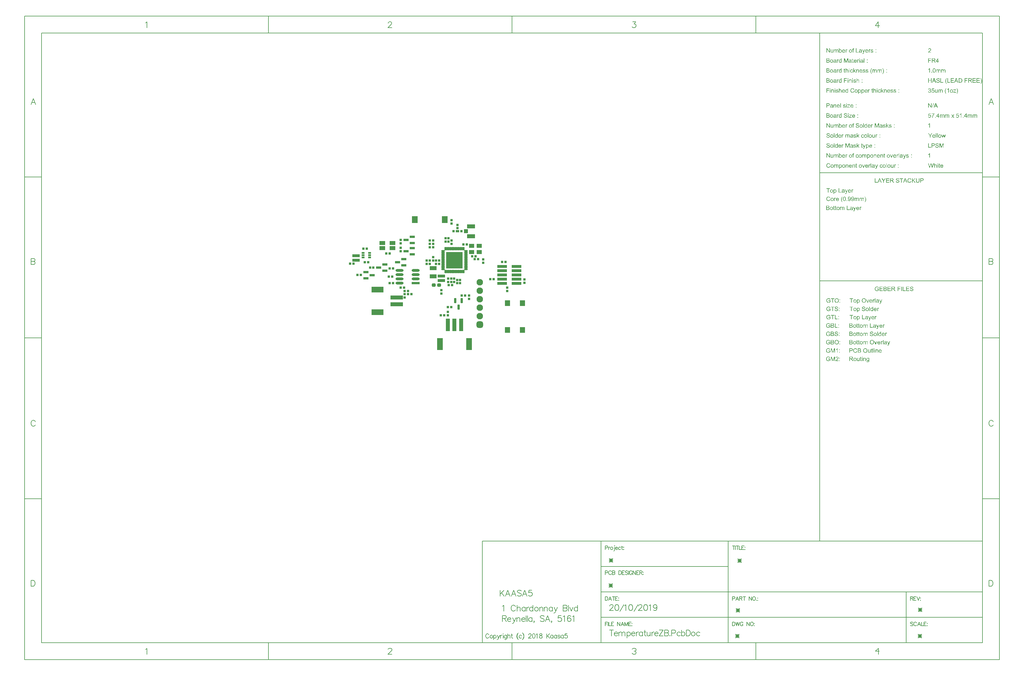
<source format=gts>
G04*
G04 #@! TF.GenerationSoftware,Altium Limited,Altium Designer,19.1.8 (144)*
G04*
G04 Layer_Color=8388736*
%FSLAX44Y44*%
%MOMM*%
G71*
G01*
G75*
%ADD12C,0.2000*%
%ADD13C,0.2540*%
%ADD15C,0.1270*%
%ADD16C,0.1778*%
%ADD17R,1.6032X1.8032*%
%ADD18R,4.9032X4.9032*%
G04:AMPARAMS|DCode=19|XSize=0.4632mm|YSize=1.0632mm|CornerRadius=0.1666mm|HoleSize=0mm|Usage=FLASHONLY|Rotation=270.000|XOffset=0mm|YOffset=0mm|HoleType=Round|Shape=RoundedRectangle|*
%AMROUNDEDRECTD19*
21,1,0.4632,0.7300,0,0,270.0*
21,1,0.1300,1.0632,0,0,270.0*
1,1,0.3332,-0.3650,-0.0650*
1,1,0.3332,-0.3650,0.0650*
1,1,0.3332,0.3650,0.0650*
1,1,0.3332,0.3650,-0.0650*
%
%ADD19ROUNDEDRECTD19*%
G04:AMPARAMS|DCode=20|XSize=0.4632mm|YSize=1.0632mm|CornerRadius=0.1666mm|HoleSize=0mm|Usage=FLASHONLY|Rotation=180.000|XOffset=0mm|YOffset=0mm|HoleType=Round|Shape=RoundedRectangle|*
%AMROUNDEDRECTD20*
21,1,0.4632,0.7300,0,0,180.0*
21,1,0.1300,1.0632,0,0,180.0*
1,1,0.3332,-0.0650,0.3650*
1,1,0.3332,0.0650,0.3650*
1,1,0.3332,0.0650,-0.3650*
1,1,0.3332,-0.0650,-0.3650*
%
%ADD20ROUNDEDRECTD20*%
%ADD21R,2.1032X1.3032*%
%ADD22R,2.2032X0.8532*%
%ADD23R,1.5032X1.2532*%
%ADD24R,2.4032X1.2532*%
%ADD25R,1.2532X1.2032*%
%ADD26R,2.9032X0.9032*%
%ADD27R,1.7032X1.3032*%
%ADD28R,1.7032X2.0032*%
%ADD29R,0.8032X0.7032*%
%ADD30R,0.7032X0.8032*%
%ADD31R,0.8532X0.6032*%
G04:AMPARAMS|DCode=32|XSize=0.7032mm|YSize=1.6032mm|CornerRadius=0.2266mm|HoleSize=0mm|Usage=FLASHONLY|Rotation=270.000|XOffset=0mm|YOffset=0mm|HoleType=Round|Shape=RoundedRectangle|*
%AMROUNDEDRECTD32*
21,1,0.7032,1.1500,0,0,270.0*
21,1,0.2500,1.6032,0,0,270.0*
1,1,0.4532,-0.5750,-0.1250*
1,1,0.4532,-0.5750,0.1250*
1,1,0.4532,0.5750,0.1250*
1,1,0.4532,0.5750,-0.1250*
%
%ADD32ROUNDEDRECTD32*%
%ADD33O,2.4032X0.8032*%
%ADD34R,2.4032X0.8032*%
%ADD35R,3.6032X1.7032*%
%ADD36R,3.7032X1.2032*%
G04:AMPARAMS|DCode=37|XSize=1.0532mm|YSize=1.1032mm|CornerRadius=0.3141mm|HoleSize=0mm|Usage=FLASHONLY|Rotation=270.000|XOffset=0mm|YOffset=0mm|HoleType=Round|Shape=RoundedRectangle|*
%AMROUNDEDRECTD37*
21,1,1.0532,0.4750,0,0,270.0*
21,1,0.4250,1.1032,0,0,270.0*
1,1,0.6282,-0.2375,-0.2125*
1,1,0.6282,-0.2375,0.2125*
1,1,0.6282,0.2375,0.2125*
1,1,0.6282,0.2375,-0.2125*
%
%ADD37ROUNDEDRECTD37*%
G04:AMPARAMS|DCode=38|XSize=0.7032mm|YSize=1.6032mm|CornerRadius=0.2266mm|HoleSize=0mm|Usage=FLASHONLY|Rotation=0.000|XOffset=0mm|YOffset=0mm|HoleType=Round|Shape=RoundedRectangle|*
%AMROUNDEDRECTD38*
21,1,0.7032,1.1500,0,0,0.0*
21,1,0.2500,1.6032,0,0,0.0*
1,1,0.4532,0.1250,-0.5750*
1,1,0.4532,-0.1250,-0.5750*
1,1,0.4532,-0.1250,0.5750*
1,1,0.4532,0.1250,0.5750*
%
%ADD38ROUNDEDRECTD38*%
%ADD39R,1.7032X3.6032*%
%ADD40R,1.2032X3.7032*%
%ADD41C,1.9532*%
G04:AMPARAMS|DCode=42|XSize=1.9532mm|YSize=1.9532mm|CornerRadius=0.5391mm|HoleSize=0mm|Usage=FLASHONLY|Rotation=270.000|XOffset=0mm|YOffset=0mm|HoleType=Round|Shape=RoundedRectangle|*
%AMROUNDEDRECTD42*
21,1,1.9532,0.8750,0,0,270.0*
21,1,0.8750,1.9532,0,0,270.0*
1,1,1.0782,-0.4375,-0.4375*
1,1,1.0782,-0.4375,0.4375*
1,1,1.0782,0.4375,0.4375*
1,1,1.0782,0.4375,-0.4375*
%
%ADD42ROUNDEDRECTD42*%
%ADD43C,0.8532*%
G36*
X1547701Y50781D02*
X1546121D01*
Y52576D01*
X1547701D01*
Y50781D01*
D02*
G37*
G36*
X1554763Y49240D02*
X1554958Y49221D01*
X1555192Y49182D01*
X1555465Y49123D01*
X1555718Y49045D01*
X1555992Y48948D01*
X1556030Y48928D01*
X1556109Y48889D01*
X1556226Y48831D01*
X1556382Y48733D01*
X1556557Y48616D01*
X1556733Y48480D01*
X1556908Y48324D01*
X1557045Y48148D01*
X1557064Y48129D01*
X1557103Y48070D01*
X1557162Y47953D01*
X1557240Y47816D01*
X1557318Y47660D01*
X1557396Y47465D01*
X1557474Y47231D01*
X1557533Y46997D01*
Y46978D01*
X1557552Y46919D01*
X1557572Y46802D01*
X1557591Y46646D01*
Y46431D01*
X1557611Y46158D01*
X1557630Y45846D01*
Y45456D01*
Y39760D01*
X1556050D01*
Y45398D01*
Y45417D01*
Y45437D01*
Y45554D01*
Y45729D01*
X1556030Y45944D01*
X1556011Y46158D01*
X1555972Y46412D01*
X1555914Y46627D01*
X1555855Y46822D01*
Y46841D01*
X1555816Y46900D01*
X1555777Y46997D01*
X1555718Y47095D01*
X1555621Y47231D01*
X1555504Y47348D01*
X1555367Y47485D01*
X1555211Y47602D01*
X1555192Y47621D01*
X1555133Y47641D01*
X1555036Y47699D01*
X1554899Y47758D01*
X1554743Y47797D01*
X1554548Y47856D01*
X1554353Y47875D01*
X1554119Y47895D01*
X1553943D01*
X1553768Y47856D01*
X1553514Y47816D01*
X1553241Y47738D01*
X1552968Y47621D01*
X1552656Y47465D01*
X1552383Y47251D01*
X1552344Y47212D01*
X1552266Y47114D01*
X1552149Y46958D01*
X1552090Y46841D01*
X1552032Y46705D01*
X1551953Y46549D01*
X1551895Y46373D01*
X1551837Y46178D01*
X1551778Y45963D01*
X1551719Y45710D01*
X1551700Y45437D01*
X1551661Y45144D01*
Y44832D01*
Y39760D01*
X1550081D01*
Y49045D01*
X1551505D01*
Y47719D01*
X1551524Y47738D01*
X1551544Y47777D01*
X1551602Y47856D01*
X1551700Y47953D01*
X1551797Y48070D01*
X1551934Y48207D01*
X1552071Y48343D01*
X1552246Y48499D01*
X1552461Y48636D01*
X1552675Y48772D01*
X1552909Y48909D01*
X1553183Y49026D01*
X1553456Y49123D01*
X1553768Y49201D01*
X1554099Y49240D01*
X1554450Y49260D01*
X1554587D01*
X1554763Y49240D01*
D02*
G37*
G36*
X1538669Y39760D02*
X1537265D01*
Y41106D01*
X1537245Y41087D01*
X1537206Y41047D01*
X1537148Y40969D01*
X1537070Y40872D01*
X1536953Y40735D01*
X1536816Y40618D01*
X1536660Y40462D01*
X1536484Y40326D01*
X1536289Y40189D01*
X1536075Y40033D01*
X1535821Y39916D01*
X1535567Y39799D01*
X1535275Y39682D01*
X1534982Y39604D01*
X1534651Y39565D01*
X1534319Y39545D01*
X1534182D01*
X1534026Y39565D01*
X1533812Y39584D01*
X1533578Y39623D01*
X1533324Y39682D01*
X1533051Y39760D01*
X1532778Y39857D01*
X1532739Y39877D01*
X1532661Y39916D01*
X1532544Y39975D01*
X1532388Y40072D01*
X1532212Y40189D01*
X1532037Y40326D01*
X1531881Y40462D01*
X1531725Y40638D01*
X1531705Y40657D01*
X1531666Y40716D01*
X1531608Y40833D01*
X1531549Y40969D01*
X1531451Y41145D01*
X1531373Y41340D01*
X1531295Y41555D01*
X1531237Y41808D01*
Y41828D01*
X1531217Y41906D01*
Y42003D01*
X1531198Y42159D01*
X1531178Y42374D01*
Y42628D01*
X1531159Y42920D01*
Y43271D01*
Y49045D01*
X1532739D01*
Y43876D01*
Y43857D01*
Y43818D01*
Y43759D01*
Y43681D01*
Y43466D01*
X1532758Y43213D01*
Y42940D01*
X1532778Y42667D01*
X1532797Y42413D01*
X1532817Y42218D01*
Y42198D01*
X1532856Y42120D01*
X1532895Y42003D01*
X1532953Y41867D01*
X1533031Y41711D01*
X1533149Y41535D01*
X1533285Y41379D01*
X1533441Y41242D01*
X1533461Y41223D01*
X1533539Y41184D01*
X1533636Y41125D01*
X1533773Y41067D01*
X1533948Y41008D01*
X1534143Y40950D01*
X1534377Y40911D01*
X1534631Y40891D01*
X1534748D01*
X1534885Y40911D01*
X1535060Y40930D01*
X1535255Y40969D01*
X1535470Y41047D01*
X1535704Y41125D01*
X1535938Y41242D01*
X1535958Y41262D01*
X1536036Y41321D01*
X1536153Y41399D01*
X1536289Y41516D01*
X1536426Y41652D01*
X1536582Y41828D01*
X1536699Y42023D01*
X1536816Y42237D01*
X1536835Y42276D01*
X1536855Y42354D01*
X1536894Y42491D01*
X1536953Y42706D01*
X1537011Y42959D01*
X1537050Y43271D01*
X1537070Y43642D01*
X1537089Y44052D01*
Y49045D01*
X1538669D01*
Y39760D01*
D02*
G37*
G36*
X1547701D02*
X1546121D01*
Y49045D01*
X1547701D01*
Y39760D01*
D02*
G37*
G36*
X1514656Y52557D02*
X1514812D01*
X1515202Y52537D01*
X1515612Y52498D01*
X1516041Y52420D01*
X1516450Y52342D01*
X1516646Y52284D01*
X1516821Y52225D01*
X1516841D01*
X1516860Y52206D01*
X1516977Y52167D01*
X1517133Y52069D01*
X1517328Y51933D01*
X1517562Y51776D01*
X1517796Y51562D01*
X1518031Y51308D01*
X1518245Y50996D01*
X1518265Y50957D01*
X1518323Y50840D01*
X1518421Y50665D01*
X1518518Y50430D01*
X1518616Y50138D01*
X1518713Y49806D01*
X1518772Y49455D01*
X1518791Y49065D01*
Y49045D01*
Y49006D01*
Y48928D01*
X1518772Y48831D01*
Y48714D01*
X1518752Y48577D01*
X1518674Y48265D01*
X1518577Y47895D01*
X1518421Y47524D01*
X1518186Y47134D01*
X1518050Y46939D01*
X1517894Y46763D01*
X1517855Y46724D01*
X1517796Y46685D01*
X1517738Y46607D01*
X1517640Y46549D01*
X1517523Y46451D01*
X1517387Y46373D01*
X1517231Y46275D01*
X1517055Y46178D01*
X1516841Y46080D01*
X1516626Y45983D01*
X1516372Y45885D01*
X1516119Y45788D01*
X1515826Y45710D01*
X1515514Y45651D01*
X1515182Y45593D01*
X1515222Y45573D01*
X1515300Y45534D01*
X1515417Y45476D01*
X1515553Y45398D01*
X1515885Y45183D01*
X1516060Y45066D01*
X1516197Y44949D01*
X1516236Y44910D01*
X1516333Y44832D01*
X1516470Y44676D01*
X1516646Y44481D01*
X1516860Y44227D01*
X1517094Y43934D01*
X1517348Y43603D01*
X1517601Y43232D01*
X1519825Y39760D01*
X1517699D01*
X1516002Y42413D01*
Y42432D01*
X1515963Y42471D01*
X1515924Y42530D01*
X1515885Y42608D01*
X1515748Y42803D01*
X1515573Y43057D01*
X1515378Y43349D01*
X1515163Y43642D01*
X1514968Y43915D01*
X1514773Y44169D01*
X1514753Y44188D01*
X1514695Y44266D01*
X1514597Y44383D01*
X1514500Y44520D01*
X1514207Y44793D01*
X1514070Y44929D01*
X1513914Y45027D01*
X1513895Y45046D01*
X1513856Y45066D01*
X1513778Y45105D01*
X1513680Y45163D01*
X1513446Y45280D01*
X1513154Y45378D01*
X1513134D01*
X1513095Y45398D01*
X1513017D01*
X1512920Y45417D01*
X1512783Y45437D01*
X1512627D01*
X1512432Y45456D01*
X1510247D01*
Y39760D01*
X1508550D01*
Y52576D01*
X1514500D01*
X1514656Y52557D01*
D02*
G37*
G36*
X1542980Y49045D02*
X1544560D01*
Y47816D01*
X1542980D01*
Y42374D01*
Y42354D01*
Y42276D01*
Y42159D01*
X1543000Y42023D01*
X1543019Y41730D01*
X1543039Y41613D01*
X1543058Y41516D01*
X1543078Y41477D01*
X1543117Y41399D01*
X1543195Y41301D01*
X1543312Y41203D01*
X1543351Y41184D01*
X1543448Y41164D01*
X1543624Y41125D01*
X1543858Y41106D01*
X1544053D01*
X1544151Y41125D01*
X1544268D01*
X1544560Y41164D01*
X1544775Y39780D01*
X1544736D01*
X1544658Y39760D01*
X1544541Y39741D01*
X1544365Y39721D01*
X1544190Y39682D01*
X1543995Y39662D01*
X1543585Y39643D01*
X1543448D01*
X1543292Y39662D01*
X1543097Y39682D01*
X1542883Y39701D01*
X1542649Y39760D01*
X1542434Y39818D01*
X1542239Y39897D01*
X1542219Y39916D01*
X1542161Y39955D01*
X1542083Y40014D01*
X1541985Y40092D01*
X1541868Y40189D01*
X1541771Y40306D01*
X1541654Y40443D01*
X1541576Y40599D01*
Y40618D01*
X1541556Y40696D01*
X1541517Y40813D01*
X1541498Y41008D01*
X1541459Y41262D01*
X1541439Y41399D01*
X1541420Y41574D01*
Y41769D01*
X1541400Y41984D01*
Y42218D01*
Y42471D01*
Y47816D01*
X1540230D01*
Y49045D01*
X1541400D01*
Y51328D01*
X1542980Y52284D01*
Y49045D01*
D02*
G37*
G36*
X1525307Y49240D02*
X1525482Y49221D01*
X1525658Y49201D01*
X1525872Y49162D01*
X1526107Y49104D01*
X1526594Y48948D01*
X1526848Y48850D01*
X1527121Y48733D01*
X1527374Y48577D01*
X1527628Y48402D01*
X1527882Y48207D01*
X1528116Y47992D01*
X1528135Y47972D01*
X1528174Y47934D01*
X1528233Y47856D01*
X1528311Y47758D01*
X1528408Y47641D01*
X1528506Y47485D01*
X1528623Y47290D01*
X1528740Y47095D01*
X1528837Y46861D01*
X1528954Y46588D01*
X1529052Y46314D01*
X1529150Y46002D01*
X1529228Y45671D01*
X1529286Y45300D01*
X1529325Y44929D01*
X1529345Y44520D01*
Y44500D01*
Y44442D01*
Y44344D01*
Y44227D01*
X1529325Y44071D01*
Y43896D01*
X1529306Y43700D01*
X1529286Y43486D01*
X1529208Y43037D01*
X1529111Y42569D01*
X1528974Y42101D01*
X1528799Y41691D01*
Y41672D01*
X1528779Y41652D01*
X1528701Y41516D01*
X1528564Y41340D01*
X1528389Y41106D01*
X1528174Y40852D01*
X1527901Y40599D01*
X1527589Y40345D01*
X1527218Y40111D01*
X1527199D01*
X1527179Y40092D01*
X1527121Y40053D01*
X1527043Y40033D01*
X1526828Y39936D01*
X1526555Y39838D01*
X1526223Y39721D01*
X1525853Y39643D01*
X1525443Y39565D01*
X1524995Y39545D01*
X1524799D01*
X1524663Y39565D01*
X1524507Y39584D01*
X1524312Y39604D01*
X1524097Y39643D01*
X1523863Y39701D01*
X1523376Y39857D01*
X1523102Y39955D01*
X1522849Y40072D01*
X1522576Y40209D01*
X1522322Y40384D01*
X1522068Y40579D01*
X1521834Y40794D01*
X1521815Y40813D01*
X1521776Y40852D01*
X1521717Y40930D01*
X1521659Y41028D01*
X1521561Y41164D01*
X1521464Y41321D01*
X1521347Y41496D01*
X1521249Y41711D01*
X1521132Y41964D01*
X1521015Y42218D01*
X1520918Y42530D01*
X1520840Y42842D01*
X1520762Y43193D01*
X1520703Y43564D01*
X1520664Y43973D01*
X1520645Y44403D01*
Y44442D01*
Y44520D01*
X1520664Y44656D01*
Y44832D01*
X1520683Y45046D01*
X1520723Y45280D01*
X1520762Y45554D01*
X1520820Y45846D01*
X1520898Y46158D01*
X1520996Y46470D01*
X1521113Y46783D01*
X1521249Y47095D01*
X1521405Y47407D01*
X1521600Y47699D01*
X1521815Y47972D01*
X1522068Y48226D01*
X1522088Y48246D01*
X1522127Y48265D01*
X1522186Y48324D01*
X1522283Y48382D01*
X1522400Y48460D01*
X1522537Y48558D01*
X1522693Y48655D01*
X1522888Y48753D01*
X1523083Y48831D01*
X1523297Y48928D01*
X1523805Y49104D01*
X1524370Y49221D01*
X1524682Y49240D01*
X1524995Y49260D01*
X1525170D01*
X1525307Y49240D01*
D02*
G37*
G36*
X1563716D02*
X1563853Y49221D01*
X1564028Y49182D01*
X1564399Y49084D01*
X1564614Y49026D01*
X1564828Y48928D01*
X1565062Y48831D01*
X1565296Y48694D01*
X1565511Y48538D01*
X1565745Y48363D01*
X1565960Y48148D01*
X1566155Y47914D01*
Y49045D01*
X1567598D01*
Y41008D01*
Y40989D01*
Y40911D01*
Y40813D01*
Y40657D01*
X1567579Y40482D01*
Y40287D01*
X1567559Y40053D01*
X1567540Y39818D01*
X1567481Y39331D01*
X1567403Y38824D01*
X1567306Y38355D01*
X1567228Y38141D01*
X1567150Y37965D01*
Y37946D01*
X1567130Y37926D01*
X1567072Y37809D01*
X1566954Y37653D01*
X1566818Y37439D01*
X1566623Y37204D01*
X1566389Y36970D01*
X1566096Y36736D01*
X1565765Y36522D01*
X1565745D01*
X1565726Y36502D01*
X1565667Y36483D01*
X1565589Y36444D01*
X1565394Y36346D01*
X1565121Y36268D01*
X1564770Y36171D01*
X1564360Y36073D01*
X1563911Y36015D01*
X1563404Y35995D01*
X1563248D01*
X1563131Y36015D01*
X1562995D01*
X1562819Y36034D01*
X1562448Y36093D01*
X1562019Y36190D01*
X1561571Y36307D01*
X1561122Y36502D01*
X1560712Y36756D01*
X1560693D01*
X1560673Y36795D01*
X1560556Y36892D01*
X1560400Y37068D01*
X1560205Y37322D01*
X1560029Y37634D01*
X1559873Y38024D01*
X1559776Y38472D01*
X1559737Y38726D01*
Y38999D01*
X1561258Y38785D01*
Y38746D01*
X1561278Y38668D01*
X1561317Y38551D01*
X1561356Y38394D01*
X1561434Y38219D01*
X1561532Y38043D01*
X1561649Y37887D01*
X1561805Y37751D01*
X1561824Y37731D01*
X1561922Y37673D01*
X1562039Y37614D01*
X1562234Y37536D01*
X1562448Y37439D01*
X1562722Y37380D01*
X1563053Y37322D01*
X1563404Y37302D01*
X1563580D01*
X1563775Y37322D01*
X1564028Y37361D01*
X1564302Y37419D01*
X1564575Y37497D01*
X1564848Y37595D01*
X1565082Y37751D01*
X1565101Y37770D01*
X1565179Y37829D01*
X1565277Y37926D01*
X1565414Y38063D01*
X1565550Y38238D01*
X1565667Y38433D01*
X1565784Y38687D01*
X1565882Y38960D01*
Y38980D01*
X1565901Y39058D01*
X1565921Y39194D01*
X1565940Y39389D01*
X1565979Y39662D01*
Y39838D01*
X1565999Y40014D01*
Y40228D01*
Y40443D01*
Y40696D01*
Y40969D01*
X1565979Y40950D01*
X1565960Y40911D01*
X1565901Y40852D01*
X1565823Y40774D01*
X1565706Y40696D01*
X1565589Y40579D01*
X1565296Y40365D01*
X1564926Y40150D01*
X1564477Y39955D01*
X1564243Y39877D01*
X1563990Y39818D01*
X1563716Y39780D01*
X1563443Y39760D01*
X1563268D01*
X1563131Y39780D01*
X1562975Y39799D01*
X1562780Y39838D01*
X1562585Y39877D01*
X1562351Y39936D01*
X1562117Y39994D01*
X1561883Y40092D01*
X1561629Y40209D01*
X1561395Y40345D01*
X1561141Y40501D01*
X1560907Y40677D01*
X1560693Y40891D01*
X1560478Y41125D01*
X1560459Y41145D01*
X1560439Y41184D01*
X1560381Y41262D01*
X1560322Y41379D01*
X1560244Y41516D01*
X1560146Y41672D01*
X1560049Y41847D01*
X1559951Y42062D01*
X1559854Y42296D01*
X1559756Y42550D01*
X1559678Y42823D01*
X1559581Y43115D01*
X1559464Y43739D01*
X1559444Y44091D01*
X1559425Y44442D01*
Y44461D01*
Y44500D01*
Y44578D01*
Y44676D01*
X1559444Y44793D01*
Y44929D01*
X1559483Y45241D01*
X1559542Y45632D01*
X1559620Y46041D01*
X1559737Y46470D01*
X1559893Y46900D01*
Y46919D01*
X1559913Y46958D01*
X1559951Y47017D01*
X1559991Y47095D01*
X1560088Y47290D01*
X1560244Y47543D01*
X1560459Y47816D01*
X1560693Y48109D01*
X1560966Y48382D01*
X1561297Y48636D01*
X1561317D01*
X1561337Y48655D01*
X1561395Y48694D01*
X1561454Y48733D01*
X1561649Y48831D01*
X1561902Y48948D01*
X1562234Y49065D01*
X1562585Y49162D01*
X1562995Y49240D01*
X1563443Y49260D01*
X1563599D01*
X1563716Y49240D01*
D02*
G37*
G36*
X1584511Y75781D02*
X1582931D01*
Y77576D01*
X1584511D01*
Y75781D01*
D02*
G37*
G36*
X1526360Y77771D02*
X1526516Y77752D01*
X1526711Y77732D01*
X1526926Y77713D01*
X1527160Y77674D01*
X1527667Y77557D01*
X1528213Y77381D01*
X1528486Y77264D01*
X1528759Y77127D01*
X1529013Y76971D01*
X1529267Y76796D01*
X1529286Y76776D01*
X1529325Y76757D01*
X1529384Y76698D01*
X1529481Y76620D01*
X1529579Y76523D01*
X1529715Y76386D01*
X1529852Y76250D01*
X1529988Y76094D01*
X1530145Y75899D01*
X1530281Y75704D01*
X1530437Y75469D01*
X1530593Y75216D01*
X1530730Y74962D01*
X1530866Y74670D01*
X1531100Y74045D01*
X1529423Y73655D01*
Y73675D01*
X1529403Y73714D01*
X1529384Y73792D01*
X1529345Y73889D01*
X1529286Y74006D01*
X1529228Y74143D01*
X1529091Y74436D01*
X1528916Y74767D01*
X1528681Y75118D01*
X1528428Y75430D01*
X1528116Y75704D01*
X1528077Y75723D01*
X1527960Y75801D01*
X1527784Y75899D01*
X1527531Y76035D01*
X1527238Y76152D01*
X1526867Y76250D01*
X1526458Y76328D01*
X1525989Y76347D01*
X1525853D01*
X1525755Y76328D01*
X1525619D01*
X1525482Y76308D01*
X1525131Y76250D01*
X1524741Y76172D01*
X1524331Y76035D01*
X1523922Y75859D01*
X1523531Y75626D01*
X1523512D01*
X1523492Y75586D01*
X1523376Y75489D01*
X1523200Y75333D01*
X1522985Y75118D01*
X1522771Y74845D01*
X1522537Y74533D01*
X1522322Y74143D01*
X1522146Y73714D01*
Y73694D01*
X1522127Y73655D01*
X1522108Y73597D01*
X1522088Y73499D01*
X1522049Y73402D01*
X1522030Y73265D01*
X1521951Y72953D01*
X1521873Y72582D01*
X1521815Y72173D01*
X1521776Y71724D01*
X1521756Y71256D01*
Y71236D01*
Y71178D01*
Y71100D01*
Y70983D01*
X1521776Y70846D01*
Y70671D01*
X1521795Y70495D01*
X1521815Y70300D01*
X1521873Y69851D01*
X1521951Y69364D01*
X1522068Y68876D01*
X1522224Y68408D01*
Y68388D01*
X1522244Y68349D01*
X1522283Y68291D01*
X1522322Y68213D01*
X1522420Y67979D01*
X1522576Y67725D01*
X1522790Y67413D01*
X1523044Y67120D01*
X1523336Y66828D01*
X1523688Y66574D01*
X1523707D01*
X1523727Y66555D01*
X1523785Y66516D01*
X1523863Y66477D01*
X1524078Y66399D01*
X1524351Y66281D01*
X1524663Y66184D01*
X1525034Y66086D01*
X1525443Y66008D01*
X1525872Y65989D01*
X1526009D01*
X1526107Y66008D01*
X1526223D01*
X1526380Y66028D01*
X1526711Y66086D01*
X1527082Y66184D01*
X1527491Y66340D01*
X1527882Y66535D01*
X1528272Y66808D01*
X1528291Y66828D01*
X1528311Y66847D01*
X1528428Y66964D01*
X1528603Y67159D01*
X1528818Y67413D01*
X1529033Y67764D01*
X1529267Y68174D01*
X1529462Y68681D01*
X1529618Y69247D01*
X1531315Y68817D01*
Y68798D01*
X1531295Y68720D01*
X1531256Y68622D01*
X1531217Y68466D01*
X1531139Y68310D01*
X1531061Y68096D01*
X1530983Y67881D01*
X1530866Y67647D01*
X1530613Y67120D01*
X1530262Y66594D01*
X1529871Y66086D01*
X1529637Y65852D01*
X1529384Y65638D01*
X1529364Y65618D01*
X1529325Y65599D01*
X1529247Y65540D01*
X1529130Y65462D01*
X1528994Y65384D01*
X1528837Y65287D01*
X1528662Y65189D01*
X1528447Y65092D01*
X1528213Y64994D01*
X1527960Y64896D01*
X1527667Y64799D01*
X1527374Y64721D01*
X1526731Y64584D01*
X1526380Y64565D01*
X1526009Y64545D01*
X1525814D01*
X1525658Y64565D01*
X1525482D01*
X1525287Y64584D01*
X1525053Y64623D01*
X1524819Y64643D01*
X1524273Y64760D01*
X1523707Y64896D01*
X1523161Y65111D01*
X1522888Y65228D01*
X1522634Y65384D01*
X1522615Y65404D01*
X1522576Y65423D01*
X1522517Y65482D01*
X1522420Y65540D01*
X1522186Y65735D01*
X1521912Y66008D01*
X1521581Y66340D01*
X1521269Y66769D01*
X1520937Y67257D01*
X1520664Y67823D01*
Y67842D01*
X1520645Y67901D01*
X1520605Y67979D01*
X1520566Y68096D01*
X1520508Y68252D01*
X1520449Y68427D01*
X1520391Y68622D01*
X1520332Y68857D01*
X1520274Y69090D01*
X1520215Y69364D01*
X1520098Y69949D01*
X1520020Y70573D01*
X1520001Y71256D01*
Y71275D01*
Y71353D01*
Y71451D01*
X1520020Y71588D01*
Y71763D01*
X1520040Y71978D01*
X1520059Y72192D01*
X1520098Y72446D01*
X1520196Y72992D01*
X1520313Y73577D01*
X1520508Y74182D01*
X1520762Y74748D01*
Y74767D01*
X1520800Y74806D01*
X1520840Y74884D01*
X1520898Y75001D01*
X1520976Y75118D01*
X1521074Y75255D01*
X1521327Y75586D01*
X1521620Y75957D01*
X1521991Y76328D01*
X1522439Y76698D01*
X1522927Y77010D01*
X1522946D01*
X1522985Y77049D01*
X1523063Y77088D01*
X1523180Y77127D01*
X1523297Y77186D01*
X1523454Y77264D01*
X1523649Y77323D01*
X1523844Y77401D01*
X1524058Y77479D01*
X1524292Y77537D01*
X1524819Y77674D01*
X1525404Y77752D01*
X1526028Y77791D01*
X1526223D01*
X1526360Y77771D01*
D02*
G37*
G36*
X1591573Y74240D02*
X1591768Y74221D01*
X1592002Y74182D01*
X1592275Y74123D01*
X1592529Y74045D01*
X1592802Y73948D01*
X1592841Y73928D01*
X1592919Y73889D01*
X1593036Y73831D01*
X1593192Y73733D01*
X1593367Y73616D01*
X1593543Y73480D01*
X1593718Y73324D01*
X1593855Y73148D01*
X1593875Y73128D01*
X1593914Y73070D01*
X1593972Y72953D01*
X1594050Y72816D01*
X1594128Y72660D01*
X1594206Y72465D01*
X1594284Y72231D01*
X1594343Y71997D01*
Y71978D01*
X1594362Y71919D01*
X1594382Y71802D01*
X1594401Y71646D01*
Y71431D01*
X1594421Y71158D01*
X1594440Y70846D01*
Y70456D01*
Y64760D01*
X1592860D01*
Y70398D01*
Y70417D01*
Y70437D01*
Y70554D01*
Y70729D01*
X1592841Y70944D01*
X1592821Y71158D01*
X1592782Y71412D01*
X1592724Y71627D01*
X1592665Y71821D01*
Y71841D01*
X1592626Y71900D01*
X1592587Y71997D01*
X1592529Y72095D01*
X1592431Y72231D01*
X1592314Y72348D01*
X1592177Y72485D01*
X1592021Y72602D01*
X1592002Y72621D01*
X1591943Y72641D01*
X1591846Y72699D01*
X1591709Y72758D01*
X1591553Y72797D01*
X1591358Y72855D01*
X1591163Y72875D01*
X1590929Y72894D01*
X1590753D01*
X1590578Y72855D01*
X1590324Y72816D01*
X1590051Y72738D01*
X1589778Y72621D01*
X1589466Y72465D01*
X1589193Y72251D01*
X1589154Y72212D01*
X1589076Y72114D01*
X1588959Y71958D01*
X1588900Y71841D01*
X1588842Y71705D01*
X1588764Y71548D01*
X1588705Y71373D01*
X1588647Y71178D01*
X1588588Y70963D01*
X1588530Y70710D01*
X1588510Y70437D01*
X1588471Y70144D01*
Y69832D01*
Y64760D01*
X1586891D01*
Y74045D01*
X1588315D01*
Y72719D01*
X1588334Y72738D01*
X1588354Y72777D01*
X1588412Y72855D01*
X1588510Y72953D01*
X1588607Y73070D01*
X1588744Y73207D01*
X1588881Y73343D01*
X1589056Y73499D01*
X1589271Y73636D01*
X1589485Y73772D01*
X1589720Y73909D01*
X1589993Y74026D01*
X1590266Y74123D01*
X1590578Y74201D01*
X1590909Y74240D01*
X1591261Y74260D01*
X1591397D01*
X1591573Y74240D01*
D02*
G37*
G36*
X1571500Y64760D02*
X1570095D01*
Y66106D01*
X1570076Y66086D01*
X1570037Y66047D01*
X1569978Y65969D01*
X1569900Y65872D01*
X1569783Y65735D01*
X1569646Y65618D01*
X1569491Y65462D01*
X1569315Y65326D01*
X1569120Y65189D01*
X1568905Y65033D01*
X1568652Y64916D01*
X1568398Y64799D01*
X1568105Y64682D01*
X1567813Y64604D01*
X1567481Y64565D01*
X1567150Y64545D01*
X1567013D01*
X1566857Y64565D01*
X1566642Y64584D01*
X1566408Y64623D01*
X1566155Y64682D01*
X1565882Y64760D01*
X1565609Y64858D01*
X1565569Y64877D01*
X1565491Y64916D01*
X1565374Y64974D01*
X1565218Y65072D01*
X1565043Y65189D01*
X1564867Y65326D01*
X1564711Y65462D01*
X1564555Y65638D01*
X1564536Y65657D01*
X1564497Y65716D01*
X1564438Y65833D01*
X1564380Y65969D01*
X1564282Y66145D01*
X1564204Y66340D01*
X1564126Y66555D01*
X1564068Y66808D01*
Y66828D01*
X1564048Y66906D01*
Y67003D01*
X1564028Y67159D01*
X1564009Y67374D01*
Y67628D01*
X1563990Y67920D01*
Y68271D01*
Y74045D01*
X1565569D01*
Y68876D01*
Y68857D01*
Y68817D01*
Y68759D01*
Y68681D01*
Y68466D01*
X1565589Y68213D01*
Y67940D01*
X1565609Y67667D01*
X1565628Y67413D01*
X1565648Y67218D01*
Y67198D01*
X1565687Y67120D01*
X1565726Y67003D01*
X1565784Y66867D01*
X1565862Y66711D01*
X1565979Y66535D01*
X1566116Y66379D01*
X1566272Y66242D01*
X1566291Y66223D01*
X1566369Y66184D01*
X1566467Y66125D01*
X1566603Y66067D01*
X1566779Y66008D01*
X1566974Y65950D01*
X1567208Y65911D01*
X1567462Y65891D01*
X1567579D01*
X1567715Y65911D01*
X1567891Y65930D01*
X1568086Y65969D01*
X1568300Y66047D01*
X1568535Y66125D01*
X1568769Y66242D01*
X1568788Y66262D01*
X1568866Y66321D01*
X1568983Y66399D01*
X1569120Y66516D01*
X1569256Y66652D01*
X1569413Y66828D01*
X1569530Y67023D01*
X1569646Y67237D01*
X1569666Y67276D01*
X1569686Y67354D01*
X1569725Y67491D01*
X1569783Y67705D01*
X1569842Y67959D01*
X1569881Y68271D01*
X1569900Y68642D01*
X1569920Y69051D01*
Y74045D01*
X1571500D01*
Y64760D01*
D02*
G37*
G36*
X1584511D02*
X1582931D01*
Y74045D01*
X1584511D01*
Y64760D01*
D02*
G37*
G36*
X1580493D02*
X1578913D01*
Y77576D01*
X1580493D01*
Y64760D01*
D02*
G37*
G36*
X1538493Y77557D02*
X1538630D01*
X1538962Y77537D01*
X1539332Y77479D01*
X1539722Y77420D01*
X1540113Y77323D01*
X1540464Y77186D01*
X1540483D01*
X1540503Y77167D01*
X1540620Y77108D01*
X1540776Y77010D01*
X1540971Y76893D01*
X1541205Y76718D01*
X1541439Y76503D01*
X1541654Y76269D01*
X1541868Y75977D01*
X1541888Y75938D01*
X1541946Y75840D01*
X1542024Y75665D01*
X1542122Y75450D01*
X1542219Y75196D01*
X1542297Y74923D01*
X1542356Y74611D01*
X1542375Y74279D01*
Y74240D01*
Y74143D01*
X1542356Y73987D01*
X1542317Y73772D01*
X1542258Y73538D01*
X1542180Y73285D01*
X1542083Y72992D01*
X1541927Y72719D01*
X1541907Y72680D01*
X1541849Y72602D01*
X1541732Y72465D01*
X1541595Y72309D01*
X1541400Y72114D01*
X1541166Y71939D01*
X1540893Y71743D01*
X1540561Y71568D01*
X1540581D01*
X1540620Y71548D01*
X1540678Y71529D01*
X1540756Y71509D01*
X1540971Y71412D01*
X1541225Y71295D01*
X1541517Y71119D01*
X1541810Y70924D01*
X1542102Y70690D01*
X1542356Y70398D01*
X1542375Y70359D01*
X1542453Y70261D01*
X1542551Y70085D01*
X1542688Y69851D01*
X1542805Y69559D01*
X1542902Y69247D01*
X1542980Y68876D01*
X1543000Y68466D01*
Y68427D01*
Y68310D01*
X1542980Y68135D01*
X1542961Y67920D01*
X1542902Y67667D01*
X1542844Y67374D01*
X1542746Y67081D01*
X1542610Y66789D01*
X1542590Y66750D01*
X1542551Y66652D01*
X1542453Y66516D01*
X1542356Y66340D01*
X1542219Y66145D01*
X1542063Y65950D01*
X1541868Y65755D01*
X1541673Y65579D01*
X1541654Y65560D01*
X1541576Y65521D01*
X1541459Y65443D01*
X1541283Y65345D01*
X1541088Y65248D01*
X1540834Y65150D01*
X1540561Y65052D01*
X1540269Y64955D01*
X1540230D01*
X1540113Y64916D01*
X1539937Y64896D01*
X1539703Y64858D01*
X1539391Y64819D01*
X1539040Y64799D01*
X1538650Y64760D01*
X1533324D01*
Y77576D01*
X1538357D01*
X1538493Y77557D01*
D02*
G37*
G36*
X1514090D02*
X1514402Y77537D01*
X1514734Y77518D01*
X1515046Y77479D01*
X1515319Y77440D01*
X1515358D01*
X1515475Y77401D01*
X1515651Y77362D01*
X1515865Y77303D01*
X1516119Y77225D01*
X1516372Y77127D01*
X1516646Y76991D01*
X1516899Y76835D01*
X1516919Y76815D01*
X1517016Y76757D01*
X1517133Y76659D01*
X1517270Y76523D01*
X1517426Y76347D01*
X1517601Y76133D01*
X1517777Y75899D01*
X1517933Y75606D01*
X1517953Y75567D01*
X1517991Y75469D01*
X1518050Y75313D01*
X1518128Y75099D01*
X1518206Y74845D01*
X1518265Y74553D01*
X1518304Y74221D01*
X1518323Y73870D01*
Y73850D01*
Y73792D01*
Y73714D01*
X1518304Y73597D01*
X1518284Y73460D01*
X1518265Y73285D01*
X1518245Y73109D01*
X1518186Y72914D01*
X1518069Y72465D01*
X1517874Y72017D01*
X1517757Y71782D01*
X1517621Y71548D01*
X1517465Y71314D01*
X1517270Y71100D01*
X1517250Y71080D01*
X1517211Y71061D01*
X1517153Y71002D01*
X1517075Y70924D01*
X1516938Y70846D01*
X1516801Y70749D01*
X1516626Y70651D01*
X1516411Y70554D01*
X1516177Y70437D01*
X1515904Y70339D01*
X1515592Y70241D01*
X1515260Y70163D01*
X1514870Y70085D01*
X1514461Y70027D01*
X1514012Y70007D01*
X1513524Y69988D01*
X1510247D01*
Y64760D01*
X1508550D01*
Y77576D01*
X1513797D01*
X1514090Y77557D01*
D02*
G37*
G36*
X1575811Y74045D02*
X1577391D01*
Y72816D01*
X1575811D01*
Y67374D01*
Y67354D01*
Y67276D01*
Y67159D01*
X1575830Y67023D01*
X1575850Y66730D01*
X1575869Y66613D01*
X1575889Y66516D01*
X1575908Y66477D01*
X1575947Y66399D01*
X1576025Y66301D01*
X1576142Y66203D01*
X1576181Y66184D01*
X1576279Y66164D01*
X1576455Y66125D01*
X1576689Y66106D01*
X1576884D01*
X1576981Y66125D01*
X1577098D01*
X1577391Y66164D01*
X1577605Y64779D01*
X1577567D01*
X1577488Y64760D01*
X1577371Y64740D01*
X1577196Y64721D01*
X1577020Y64682D01*
X1576825Y64662D01*
X1576416Y64643D01*
X1576279D01*
X1576123Y64662D01*
X1575928Y64682D01*
X1575713Y64701D01*
X1575479Y64760D01*
X1575265Y64819D01*
X1575069Y64896D01*
X1575050Y64916D01*
X1574991Y64955D01*
X1574913Y65013D01*
X1574816Y65092D01*
X1574699Y65189D01*
X1574601Y65306D01*
X1574484Y65443D01*
X1574406Y65599D01*
Y65618D01*
X1574387Y65696D01*
X1574348Y65813D01*
X1574328Y66008D01*
X1574289Y66262D01*
X1574270Y66399D01*
X1574250Y66574D01*
Y66769D01*
X1574231Y66984D01*
Y67218D01*
Y67471D01*
Y72816D01*
X1573060D01*
Y74045D01*
X1574231D01*
Y76328D01*
X1575811Y77284D01*
Y74045D01*
D02*
G37*
G36*
X1600956Y74240D02*
X1601112Y74221D01*
X1601307Y74201D01*
X1601502Y74162D01*
X1601736Y74104D01*
X1602204Y73948D01*
X1602458Y73850D01*
X1602711Y73714D01*
X1602965Y73577D01*
X1603218Y73402D01*
X1603452Y73207D01*
X1603687Y72972D01*
X1603706Y72953D01*
X1603745Y72914D01*
X1603804Y72836D01*
X1603882Y72738D01*
X1603960Y72602D01*
X1604057Y72446D01*
X1604174Y72270D01*
X1604291Y72056D01*
X1604389Y71802D01*
X1604506Y71548D01*
X1604603Y71256D01*
X1604701Y70924D01*
X1604760Y70593D01*
X1604818Y70222D01*
X1604857Y69832D01*
X1604877Y69403D01*
Y69383D01*
Y69305D01*
Y69169D01*
X1604857Y68993D01*
X1597952D01*
Y68973D01*
Y68934D01*
X1597971Y68837D01*
Y68739D01*
X1597991Y68603D01*
X1598010Y68466D01*
X1598088Y68115D01*
X1598205Y67744D01*
X1598342Y67354D01*
X1598556Y66964D01*
X1598810Y66633D01*
X1598849Y66594D01*
X1598946Y66516D01*
X1599122Y66379D01*
X1599337Y66242D01*
X1599629Y66086D01*
X1599961Y65950D01*
X1600331Y65872D01*
X1600741Y65833D01*
X1600897D01*
X1601053Y65852D01*
X1601248Y65891D01*
X1601482Y65950D01*
X1601736Y66028D01*
X1601989Y66125D01*
X1602224Y66281D01*
X1602243Y66301D01*
X1602321Y66379D01*
X1602438Y66477D01*
X1602575Y66652D01*
X1602731Y66847D01*
X1602887Y67101D01*
X1603043Y67413D01*
X1603199Y67764D01*
X1604818Y67550D01*
Y67530D01*
X1604798Y67491D01*
X1604779Y67413D01*
X1604740Y67315D01*
X1604701Y67198D01*
X1604642Y67062D01*
X1604486Y66730D01*
X1604291Y66379D01*
X1604057Y66008D01*
X1603745Y65638D01*
X1603394Y65326D01*
X1603374D01*
X1603355Y65287D01*
X1603297Y65248D01*
X1603199Y65209D01*
X1603101Y65150D01*
X1602984Y65072D01*
X1602848Y65013D01*
X1602672Y64935D01*
X1602302Y64799D01*
X1601833Y64662D01*
X1601326Y64584D01*
X1600741Y64545D01*
X1600546D01*
X1600409Y64565D01*
X1600234Y64584D01*
X1600039Y64604D01*
X1599824Y64643D01*
X1599571Y64701D01*
X1599063Y64858D01*
X1598790Y64955D01*
X1598537Y65072D01*
X1598264Y65209D01*
X1598010Y65384D01*
X1597756Y65579D01*
X1597522Y65794D01*
X1597503Y65813D01*
X1597464Y65852D01*
X1597405Y65930D01*
X1597347Y66028D01*
X1597249Y66145D01*
X1597152Y66301D01*
X1597035Y66496D01*
X1596937Y66711D01*
X1596820Y66945D01*
X1596703Y67198D01*
X1596606Y67491D01*
X1596528Y67803D01*
X1596449Y68135D01*
X1596391Y68505D01*
X1596352Y68896D01*
X1596332Y69305D01*
Y69325D01*
Y69403D01*
Y69539D01*
X1596352Y69695D01*
X1596371Y69890D01*
X1596391Y70124D01*
X1596430Y70378D01*
X1596488Y70651D01*
X1596625Y71236D01*
X1596723Y71529D01*
X1596840Y71841D01*
X1596976Y72134D01*
X1597132Y72426D01*
X1597308Y72699D01*
X1597522Y72953D01*
X1597542Y72972D01*
X1597581Y73011D01*
X1597639Y73070D01*
X1597737Y73168D01*
X1597854Y73265D01*
X1598010Y73363D01*
X1598166Y73480D01*
X1598361Y73616D01*
X1598576Y73733D01*
X1598810Y73850D01*
X1599063Y73948D01*
X1599356Y74065D01*
X1599649Y74143D01*
X1599961Y74201D01*
X1600292Y74240D01*
X1600643Y74260D01*
X1600819D01*
X1600956Y74240D01*
D02*
G37*
G36*
X1556206Y77771D02*
X1556362D01*
X1556557Y77752D01*
X1556752Y77713D01*
X1556986Y77693D01*
X1557474Y77576D01*
X1558020Y77420D01*
X1558566Y77225D01*
X1558840Y77088D01*
X1559113Y76932D01*
X1559132D01*
X1559171Y76893D01*
X1559249Y76854D01*
X1559347Y76776D01*
X1559464Y76698D01*
X1559600Y76581D01*
X1559913Y76328D01*
X1560264Y75996D01*
X1560634Y75586D01*
X1560966Y75118D01*
X1561278Y74572D01*
Y74553D01*
X1561317Y74494D01*
X1561356Y74416D01*
X1561395Y74299D01*
X1561454Y74162D01*
X1561512Y73987D01*
X1561590Y73792D01*
X1561668Y73577D01*
X1561727Y73324D01*
X1561805Y73070D01*
X1561922Y72485D01*
X1562000Y71841D01*
X1562039Y71139D01*
Y71119D01*
Y71061D01*
Y70944D01*
X1562019Y70807D01*
Y70632D01*
X1562000Y70437D01*
X1561980Y70222D01*
X1561941Y69968D01*
X1561844Y69422D01*
X1561707Y68837D01*
X1561512Y68232D01*
X1561239Y67647D01*
Y67628D01*
X1561200Y67589D01*
X1561161Y67510D01*
X1561102Y67393D01*
X1561005Y67276D01*
X1560907Y67120D01*
X1560673Y66789D01*
X1560361Y66418D01*
X1559971Y66028D01*
X1559522Y65657D01*
X1559015Y65326D01*
X1558996D01*
X1558957Y65287D01*
X1558879Y65248D01*
X1558761Y65209D01*
X1558625Y65150D01*
X1558469Y65072D01*
X1558293Y65013D01*
X1558079Y64935D01*
X1557630Y64799D01*
X1557103Y64662D01*
X1556518Y64584D01*
X1555914Y64545D01*
X1555738D01*
X1555601Y64565D01*
X1555445D01*
X1555270Y64584D01*
X1555055Y64623D01*
X1554821Y64662D01*
X1554333Y64760D01*
X1553787Y64916D01*
X1553221Y65131D01*
X1552948Y65248D01*
X1552675Y65404D01*
X1552656Y65423D01*
X1552617Y65443D01*
X1552539Y65501D01*
X1552441Y65560D01*
X1552324Y65657D01*
X1552188Y65755D01*
X1551875Y66028D01*
X1551524Y66379D01*
X1551154Y66769D01*
X1550822Y67257D01*
X1550510Y67784D01*
Y67803D01*
X1550471Y67862D01*
X1550452Y67940D01*
X1550393Y68057D01*
X1550334Y68193D01*
X1550276Y68349D01*
X1550217Y68544D01*
X1550159Y68759D01*
X1550081Y68993D01*
X1550022Y69227D01*
X1549905Y69773D01*
X1549827Y70359D01*
X1549788Y70983D01*
Y71022D01*
Y71119D01*
X1549808Y71295D01*
Y71509D01*
X1549847Y71782D01*
X1549886Y72095D01*
X1549925Y72426D01*
X1550003Y72816D01*
X1550100Y73207D01*
X1550198Y73616D01*
X1550334Y74026D01*
X1550510Y74436D01*
X1550705Y74845D01*
X1550920Y75255D01*
X1551193Y75626D01*
X1551485Y75977D01*
X1551505Y75996D01*
X1551563Y76055D01*
X1551661Y76152D01*
X1551797Y76269D01*
X1551973Y76406D01*
X1552168Y76542D01*
X1552402Y76718D01*
X1552675Y76893D01*
X1552987Y77049D01*
X1553319Y77225D01*
X1553690Y77362D01*
X1554080Y77518D01*
X1554489Y77615D01*
X1554938Y77713D01*
X1555426Y77771D01*
X1555914Y77791D01*
X1556089D01*
X1556206Y77771D01*
D02*
G37*
G36*
X1445300Y52771D02*
X1445456D01*
X1445787Y52732D01*
X1446158Y52674D01*
X1446587Y52596D01*
X1447016Y52479D01*
X1447445Y52323D01*
X1447465D01*
X1447504Y52303D01*
X1447562Y52284D01*
X1447640Y52245D01*
X1447835Y52147D01*
X1448089Y51991D01*
X1448382Y51815D01*
X1448674Y51601D01*
X1448967Y51367D01*
X1449220Y51074D01*
X1449240Y51035D01*
X1449318Y50938D01*
X1449435Y50762D01*
X1449591Y50508D01*
X1449747Y50216D01*
X1449903Y49865D01*
X1450059Y49455D01*
X1450196Y48987D01*
X1448655Y48558D01*
Y48577D01*
X1448635Y48597D01*
X1448616Y48714D01*
X1448538Y48889D01*
X1448460Y49123D01*
X1448362Y49358D01*
X1448245Y49611D01*
X1448109Y49865D01*
X1447953Y50099D01*
X1447933Y50118D01*
X1447874Y50196D01*
X1447777Y50294D01*
X1447640Y50430D01*
X1447465Y50567D01*
X1447250Y50723D01*
X1447016Y50859D01*
X1446723Y50996D01*
X1446685Y51016D01*
X1446587Y51055D01*
X1446411Y51113D01*
X1446197Y51172D01*
X1445943Y51230D01*
X1445651Y51289D01*
X1445319Y51328D01*
X1444968Y51347D01*
X1444773D01*
X1444558Y51328D01*
X1444285Y51308D01*
X1443973Y51250D01*
X1443622Y51191D01*
X1443290Y51094D01*
X1442959Y50977D01*
X1442920Y50957D01*
X1442822Y50918D01*
X1442666Y50840D01*
X1442471Y50723D01*
X1442256Y50586D01*
X1442022Y50430D01*
X1441808Y50255D01*
X1441593Y50040D01*
X1441574Y50021D01*
X1441515Y49943D01*
X1441418Y49826D01*
X1441301Y49670D01*
X1441164Y49475D01*
X1441027Y49260D01*
X1440910Y49026D01*
X1440793Y48772D01*
Y48753D01*
X1440774Y48714D01*
X1440754Y48655D01*
X1440715Y48558D01*
X1440676Y48460D01*
X1440637Y48324D01*
X1440559Y48011D01*
X1440462Y47621D01*
X1440384Y47192D01*
X1440325Y46705D01*
X1440306Y46197D01*
Y46178D01*
Y46119D01*
Y46041D01*
X1440325Y45905D01*
Y45768D01*
X1440345Y45593D01*
X1440364Y45398D01*
X1440384Y45202D01*
X1440442Y44734D01*
X1440559Y44247D01*
X1440696Y43778D01*
X1440891Y43310D01*
Y43291D01*
X1440910Y43252D01*
X1440949Y43193D01*
X1441008Y43115D01*
X1441145Y42920D01*
X1441320Y42667D01*
X1441554Y42393D01*
X1441847Y42101D01*
X1442198Y41828D01*
X1442588Y41594D01*
X1442608D01*
X1442646Y41574D01*
X1442705Y41535D01*
X1442783Y41516D01*
X1442881Y41477D01*
X1443017Y41418D01*
X1443310Y41321D01*
X1443680Y41223D01*
X1444070Y41125D01*
X1444519Y41067D01*
X1444987Y41047D01*
X1445182D01*
X1445397Y41067D01*
X1445670Y41106D01*
X1445982Y41145D01*
X1446353Y41223D01*
X1446743Y41321D01*
X1447133Y41457D01*
X1447153D01*
X1447172Y41477D01*
X1447231Y41496D01*
X1447309Y41535D01*
X1447504Y41613D01*
X1447738Y41730D01*
X1447991Y41867D01*
X1448245Y42023D01*
X1448499Y42198D01*
X1448733Y42374D01*
Y44793D01*
X1444968D01*
Y46295D01*
X1450391D01*
Y41535D01*
X1450371Y41516D01*
X1450332Y41496D01*
X1450274Y41438D01*
X1450176Y41379D01*
X1450059Y41281D01*
X1449923Y41203D01*
X1449591Y40969D01*
X1449201Y40735D01*
X1448772Y40482D01*
X1448284Y40248D01*
X1447796Y40033D01*
X1447777D01*
X1447738Y40013D01*
X1447660Y39994D01*
X1447562Y39955D01*
X1447445Y39916D01*
X1447309Y39877D01*
X1447133Y39838D01*
X1446958Y39799D01*
X1446548Y39701D01*
X1446099Y39623D01*
X1445592Y39565D01*
X1445085Y39545D01*
X1444909D01*
X1444773Y39565D01*
X1444597D01*
X1444402Y39584D01*
X1444188Y39604D01*
X1443954Y39643D01*
X1443407Y39740D01*
X1442842Y39877D01*
X1442237Y40072D01*
X1441652Y40345D01*
X1441632Y40365D01*
X1441593Y40384D01*
X1441496Y40423D01*
X1441398Y40501D01*
X1441261Y40579D01*
X1441125Y40677D01*
X1440793Y40930D01*
X1440403Y41262D01*
X1440033Y41672D01*
X1439662Y42140D01*
X1439330Y42667D01*
Y42686D01*
X1439291Y42744D01*
X1439252Y42823D01*
X1439213Y42940D01*
X1439155Y43076D01*
X1439077Y43252D01*
X1439018Y43447D01*
X1438940Y43681D01*
X1438862Y43915D01*
X1438804Y44188D01*
X1438667Y44773D01*
X1438589Y45417D01*
X1438550Y46100D01*
Y46119D01*
Y46178D01*
Y46275D01*
X1438569Y46412D01*
Y46588D01*
X1438589Y46782D01*
X1438609Y46997D01*
X1438647Y47231D01*
X1438745Y47777D01*
X1438882Y48363D01*
X1439077Y48987D01*
X1439330Y49592D01*
Y49611D01*
X1439369Y49670D01*
X1439408Y49748D01*
X1439467Y49865D01*
X1439564Y50001D01*
X1439662Y50138D01*
X1439896Y50508D01*
X1440228Y50899D01*
X1440598Y51289D01*
X1441066Y51659D01*
X1441301Y51835D01*
X1441574Y51991D01*
X1441593D01*
X1441632Y52030D01*
X1441730Y52069D01*
X1441827Y52108D01*
X1441964Y52186D01*
X1442139Y52245D01*
X1442334Y52323D01*
X1442549Y52401D01*
X1442783Y52459D01*
X1443037Y52537D01*
X1443622Y52674D01*
X1444246Y52752D01*
X1444948Y52791D01*
X1445182D01*
X1445300Y52771D01*
D02*
G37*
G36*
X1479769Y47251D02*
X1477974D01*
Y49045D01*
X1479769D01*
Y47251D01*
D02*
G37*
G36*
X1465060Y39760D02*
X1463422D01*
Y50489D01*
X1459676Y39760D01*
X1458155D01*
X1454468Y50665D01*
Y39760D01*
X1452829D01*
Y52576D01*
X1455365D01*
X1458408Y43505D01*
Y43486D01*
X1458428Y43447D01*
X1458447Y43388D01*
X1458467Y43291D01*
X1458545Y43076D01*
X1458642Y42803D01*
X1458740Y42491D01*
X1458837Y42179D01*
X1458935Y41867D01*
X1459013Y41613D01*
X1459033Y41652D01*
X1459052Y41750D01*
X1459111Y41906D01*
X1459189Y42120D01*
X1459267Y42413D01*
X1459384Y42764D01*
X1459540Y43174D01*
X1459696Y43661D01*
X1462758Y52576D01*
X1465060D01*
Y39760D01*
D02*
G37*
G36*
X1479769D02*
X1477974D01*
Y41555D01*
X1479769D01*
Y39760D01*
D02*
G37*
G36*
X1471693Y52615D02*
X1471849Y52596D01*
X1472024Y52576D01*
X1472219Y52557D01*
X1472434Y52498D01*
X1472902Y52381D01*
X1473390Y52206D01*
X1473643Y52088D01*
X1473878Y51952D01*
X1474092Y51776D01*
X1474307Y51601D01*
X1474326Y51581D01*
X1474346Y51562D01*
X1474404Y51503D01*
X1474482Y51425D01*
X1474560Y51308D01*
X1474658Y51191D01*
X1474853Y50899D01*
X1475048Y50528D01*
X1475224Y50099D01*
X1475360Y49611D01*
X1475380Y49338D01*
X1475399Y49065D01*
Y49026D01*
Y48928D01*
X1475380Y48772D01*
X1475360Y48577D01*
X1475321Y48343D01*
X1475263Y48089D01*
X1475184Y47816D01*
X1475067Y47543D01*
X1475048Y47504D01*
X1475009Y47407D01*
X1474931Y47270D01*
X1474814Y47075D01*
X1474677Y46841D01*
X1474502Y46568D01*
X1474268Y46295D01*
X1474014Y45983D01*
X1473975Y45944D01*
X1473878Y45827D01*
X1473702Y45651D01*
X1473585Y45534D01*
X1473448Y45398D01*
X1473292Y45241D01*
X1473097Y45066D01*
X1472902Y44890D01*
X1472688Y44676D01*
X1472453Y44461D01*
X1472180Y44227D01*
X1471907Y43993D01*
X1471595Y43720D01*
X1471576Y43700D01*
X1471537Y43661D01*
X1471459Y43603D01*
X1471361Y43525D01*
X1471127Y43330D01*
X1470834Y43076D01*
X1470542Y42803D01*
X1470230Y42530D01*
X1469976Y42296D01*
X1469879Y42198D01*
X1469781Y42101D01*
X1469762Y42081D01*
X1469722Y42023D01*
X1469644Y41945D01*
X1469547Y41828D01*
X1469332Y41574D01*
X1469118Y41262D01*
X1475419D01*
Y39760D01*
X1466933D01*
Y39779D01*
Y39857D01*
Y39975D01*
X1466953Y40111D01*
X1466972Y40267D01*
X1466991Y40443D01*
X1467050Y40638D01*
X1467108Y40833D01*
Y40852D01*
X1467128Y40872D01*
X1467167Y40989D01*
X1467245Y41145D01*
X1467362Y41379D01*
X1467499Y41633D01*
X1467694Y41925D01*
X1467889Y42218D01*
X1468142Y42530D01*
Y42550D01*
X1468181Y42569D01*
X1468279Y42686D01*
X1468435Y42862D01*
X1468669Y43096D01*
X1468962Y43369D01*
X1469313Y43700D01*
X1469742Y44071D01*
X1470210Y44481D01*
X1470230Y44500D01*
X1470308Y44559D01*
X1470405Y44637D01*
X1470542Y44773D01*
X1470717Y44910D01*
X1470912Y45085D01*
X1471342Y45456D01*
X1471810Y45905D01*
X1472278Y46353D01*
X1472512Y46568D01*
X1472707Y46782D01*
X1472883Y46997D01*
X1473039Y47192D01*
Y47212D01*
X1473078Y47231D01*
X1473117Y47290D01*
X1473156Y47368D01*
X1473273Y47563D01*
X1473409Y47816D01*
X1473546Y48109D01*
X1473663Y48421D01*
X1473741Y48772D01*
X1473780Y49104D01*
Y49123D01*
Y49143D01*
X1473761Y49260D01*
X1473741Y49436D01*
X1473702Y49650D01*
X1473604Y49904D01*
X1473487Y50157D01*
X1473331Y50430D01*
X1473097Y50684D01*
X1473058Y50704D01*
X1472980Y50781D01*
X1472824Y50879D01*
X1472629Y51016D01*
X1472375Y51133D01*
X1472083Y51230D01*
X1471732Y51308D01*
X1471342Y51328D01*
X1471225D01*
X1471147Y51308D01*
X1470952Y51289D01*
X1470698Y51250D01*
X1470405Y51152D01*
X1470093Y51035D01*
X1469801Y50859D01*
X1469527Y50626D01*
X1469508Y50586D01*
X1469430Y50508D01*
X1469313Y50352D01*
X1469196Y50138D01*
X1469059Y49865D01*
X1468962Y49553D01*
X1468884Y49182D01*
X1468845Y48753D01*
X1467226Y48928D01*
Y48948D01*
Y49006D01*
X1467245Y49104D01*
X1467265Y49221D01*
X1467304Y49377D01*
X1467323Y49553D01*
X1467440Y49943D01*
X1467596Y50391D01*
X1467811Y50840D01*
X1468103Y51289D01*
X1468259Y51484D01*
X1468454Y51679D01*
X1468474Y51698D01*
X1468513Y51718D01*
X1468572Y51776D01*
X1468650Y51835D01*
X1468767Y51893D01*
X1468903Y51991D01*
X1469059Y52069D01*
X1469235Y52167D01*
X1469430Y52245D01*
X1469644Y52342D01*
X1469898Y52420D01*
X1470152Y52479D01*
X1470737Y52596D01*
X1471049Y52615D01*
X1471381Y52635D01*
X1471556D01*
X1471693Y52615D01*
D02*
G37*
G36*
X1445300Y77771D02*
X1445456D01*
X1445787Y77732D01*
X1446158Y77674D01*
X1446587Y77596D01*
X1447016Y77479D01*
X1447445Y77323D01*
X1447465D01*
X1447504Y77303D01*
X1447562Y77284D01*
X1447640Y77245D01*
X1447835Y77147D01*
X1448089Y76991D01*
X1448382Y76815D01*
X1448674Y76601D01*
X1448967Y76367D01*
X1449220Y76074D01*
X1449240Y76035D01*
X1449318Y75938D01*
X1449435Y75762D01*
X1449591Y75508D01*
X1449747Y75216D01*
X1449903Y74865D01*
X1450059Y74455D01*
X1450196Y73987D01*
X1448655Y73558D01*
Y73577D01*
X1448635Y73597D01*
X1448616Y73714D01*
X1448538Y73889D01*
X1448460Y74123D01*
X1448362Y74358D01*
X1448245Y74611D01*
X1448109Y74865D01*
X1447953Y75099D01*
X1447933Y75118D01*
X1447874Y75196D01*
X1447777Y75294D01*
X1447640Y75430D01*
X1447465Y75567D01*
X1447250Y75723D01*
X1447016Y75859D01*
X1446723Y75996D01*
X1446685Y76016D01*
X1446587Y76055D01*
X1446411Y76113D01*
X1446197Y76172D01*
X1445943Y76230D01*
X1445651Y76289D01*
X1445319Y76328D01*
X1444968Y76347D01*
X1444773D01*
X1444558Y76328D01*
X1444285Y76308D01*
X1443973Y76250D01*
X1443622Y76191D01*
X1443290Y76094D01*
X1442959Y75977D01*
X1442920Y75957D01*
X1442822Y75918D01*
X1442666Y75840D01*
X1442471Y75723D01*
X1442256Y75586D01*
X1442022Y75430D01*
X1441808Y75255D01*
X1441593Y75040D01*
X1441574Y75021D01*
X1441515Y74943D01*
X1441418Y74826D01*
X1441301Y74670D01*
X1441164Y74475D01*
X1441027Y74260D01*
X1440910Y74026D01*
X1440793Y73772D01*
Y73753D01*
X1440774Y73714D01*
X1440754Y73655D01*
X1440715Y73558D01*
X1440676Y73460D01*
X1440637Y73324D01*
X1440559Y73011D01*
X1440462Y72621D01*
X1440384Y72192D01*
X1440325Y71705D01*
X1440306Y71197D01*
Y71178D01*
Y71119D01*
Y71041D01*
X1440325Y70905D01*
Y70768D01*
X1440345Y70593D01*
X1440364Y70398D01*
X1440384Y70202D01*
X1440442Y69734D01*
X1440559Y69247D01*
X1440696Y68778D01*
X1440891Y68310D01*
Y68291D01*
X1440910Y68252D01*
X1440949Y68193D01*
X1441008Y68115D01*
X1441145Y67920D01*
X1441320Y67667D01*
X1441554Y67393D01*
X1441847Y67101D01*
X1442198Y66828D01*
X1442588Y66594D01*
X1442608D01*
X1442646Y66574D01*
X1442705Y66535D01*
X1442783Y66516D01*
X1442881Y66477D01*
X1443017Y66418D01*
X1443310Y66321D01*
X1443680Y66223D01*
X1444070Y66125D01*
X1444519Y66067D01*
X1444987Y66047D01*
X1445182D01*
X1445397Y66067D01*
X1445670Y66106D01*
X1445982Y66145D01*
X1446353Y66223D01*
X1446743Y66321D01*
X1447133Y66457D01*
X1447153D01*
X1447172Y66477D01*
X1447231Y66496D01*
X1447309Y66535D01*
X1447504Y66613D01*
X1447738Y66730D01*
X1447991Y66867D01*
X1448245Y67023D01*
X1448499Y67198D01*
X1448733Y67374D01*
Y69793D01*
X1444968D01*
Y71295D01*
X1450391D01*
Y66535D01*
X1450371Y66516D01*
X1450332Y66496D01*
X1450274Y66438D01*
X1450176Y66379D01*
X1450059Y66281D01*
X1449923Y66203D01*
X1449591Y65969D01*
X1449201Y65735D01*
X1448772Y65482D01*
X1448284Y65248D01*
X1447796Y65033D01*
X1447777D01*
X1447738Y65013D01*
X1447660Y64994D01*
X1447562Y64955D01*
X1447445Y64916D01*
X1447309Y64877D01*
X1447133Y64838D01*
X1446958Y64799D01*
X1446548Y64701D01*
X1446099Y64623D01*
X1445592Y64565D01*
X1445085Y64545D01*
X1444909D01*
X1444773Y64565D01*
X1444597D01*
X1444402Y64584D01*
X1444188Y64604D01*
X1443954Y64643D01*
X1443407Y64740D01*
X1442842Y64877D01*
X1442237Y65072D01*
X1441652Y65345D01*
X1441632Y65365D01*
X1441593Y65384D01*
X1441496Y65423D01*
X1441398Y65501D01*
X1441261Y65579D01*
X1441125Y65677D01*
X1440793Y65930D01*
X1440403Y66262D01*
X1440033Y66672D01*
X1439662Y67140D01*
X1439330Y67667D01*
Y67686D01*
X1439291Y67744D01*
X1439252Y67823D01*
X1439213Y67940D01*
X1439155Y68076D01*
X1439077Y68252D01*
X1439018Y68447D01*
X1438940Y68681D01*
X1438862Y68915D01*
X1438804Y69188D01*
X1438667Y69773D01*
X1438589Y70417D01*
X1438550Y71100D01*
Y71119D01*
Y71178D01*
Y71275D01*
X1438569Y71412D01*
Y71588D01*
X1438589Y71782D01*
X1438609Y71997D01*
X1438647Y72231D01*
X1438745Y72777D01*
X1438882Y73363D01*
X1439077Y73987D01*
X1439330Y74592D01*
Y74611D01*
X1439369Y74670D01*
X1439408Y74748D01*
X1439467Y74865D01*
X1439564Y75001D01*
X1439662Y75138D01*
X1439896Y75508D01*
X1440228Y75899D01*
X1440598Y76289D01*
X1441066Y76659D01*
X1441301Y76835D01*
X1441574Y76991D01*
X1441593D01*
X1441632Y77030D01*
X1441730Y77069D01*
X1441827Y77108D01*
X1441964Y77186D01*
X1442139Y77245D01*
X1442334Y77323D01*
X1442549Y77401D01*
X1442783Y77459D01*
X1443037Y77537D01*
X1443622Y77674D01*
X1444246Y77752D01*
X1444948Y77791D01*
X1445182D01*
X1445300Y77771D01*
D02*
G37*
G36*
X1479769Y72251D02*
X1477974D01*
Y74045D01*
X1479769D01*
Y72251D01*
D02*
G37*
G36*
X1465060Y64760D02*
X1463422D01*
Y75489D01*
X1459676Y64760D01*
X1458155D01*
X1454468Y75665D01*
Y64760D01*
X1452829D01*
Y77576D01*
X1455365D01*
X1458408Y68505D01*
Y68486D01*
X1458428Y68447D01*
X1458447Y68388D01*
X1458467Y68291D01*
X1458545Y68076D01*
X1458642Y67803D01*
X1458740Y67491D01*
X1458837Y67179D01*
X1458935Y66867D01*
X1459013Y66613D01*
X1459033Y66652D01*
X1459052Y66750D01*
X1459111Y66906D01*
X1459189Y67120D01*
X1459267Y67413D01*
X1459384Y67764D01*
X1459540Y68174D01*
X1459696Y68661D01*
X1462758Y77576D01*
X1465060D01*
Y64760D01*
D02*
G37*
G36*
X1479769D02*
X1477974D01*
Y66555D01*
X1479769D01*
Y64760D01*
D02*
G37*
G36*
X1473078D02*
X1471498D01*
Y74787D01*
X1471478Y74767D01*
X1471400Y74689D01*
X1471264Y74592D01*
X1471088Y74455D01*
X1470873Y74279D01*
X1470620Y74104D01*
X1470327Y73889D01*
X1469996Y73694D01*
X1469976D01*
X1469957Y73675D01*
X1469840Y73597D01*
X1469664Y73499D01*
X1469449Y73382D01*
X1469196Y73246D01*
X1468923Y73128D01*
X1468630Y72992D01*
X1468357Y72875D01*
Y74416D01*
X1468376D01*
X1468416Y74436D01*
X1468494Y74475D01*
X1468572Y74533D01*
X1468689Y74592D01*
X1468825Y74650D01*
X1469137Y74826D01*
X1469488Y75040D01*
X1469879Y75294D01*
X1470269Y75586D01*
X1470639Y75899D01*
X1470659Y75918D01*
X1470678Y75938D01*
X1470795Y76055D01*
X1470971Y76230D01*
X1471186Y76445D01*
X1471420Y76718D01*
X1471654Y77010D01*
X1471868Y77323D01*
X1472044Y77635D01*
X1473078D01*
Y64760D01*
D02*
G37*
G36*
X1606593Y99240D02*
X1606808Y99201D01*
X1607042Y99123D01*
X1607315Y99045D01*
X1607608Y98909D01*
X1607920Y98733D01*
X1607354Y97290D01*
X1607334Y97309D01*
X1607256Y97348D01*
X1607139Y97407D01*
X1607003Y97465D01*
X1606827Y97524D01*
X1606632Y97582D01*
X1606418Y97621D01*
X1606203Y97641D01*
X1606125D01*
X1606028Y97621D01*
X1605891Y97602D01*
X1605754Y97563D01*
X1605598Y97504D01*
X1605442Y97426D01*
X1605286Y97329D01*
X1605267Y97309D01*
X1605228Y97270D01*
X1605150Y97192D01*
X1605072Y97095D01*
X1604974Y96978D01*
X1604877Y96821D01*
X1604798Y96646D01*
X1604720Y96451D01*
X1604701Y96412D01*
X1604682Y96314D01*
X1604642Y96139D01*
X1604603Y95905D01*
X1604545Y95632D01*
X1604506Y95319D01*
X1604486Y94988D01*
X1604467Y94617D01*
Y89760D01*
X1602887D01*
Y99045D01*
X1604311D01*
Y97660D01*
X1604330Y97680D01*
X1604408Y97797D01*
X1604506Y97972D01*
X1604623Y98167D01*
X1604779Y98382D01*
X1604955Y98597D01*
X1605111Y98792D01*
X1605286Y98928D01*
X1605306Y98948D01*
X1605364Y98987D01*
X1605462Y99026D01*
X1605598Y99104D01*
X1605735Y99162D01*
X1605910Y99201D01*
X1606105Y99240D01*
X1606301Y99260D01*
X1606437D01*
X1606593Y99240D01*
D02*
G37*
G36*
X1560166D02*
X1560283D01*
X1560420Y99221D01*
X1560712Y99162D01*
X1561063Y99065D01*
X1561414Y98928D01*
X1561746Y98733D01*
X1562058Y98480D01*
X1562097Y98441D01*
X1562175Y98343D01*
X1562292Y98148D01*
X1562448Y97894D01*
X1562585Y97563D01*
X1562702Y97173D01*
X1562780Y96685D01*
X1562819Y96412D01*
Y96119D01*
Y89760D01*
X1561239D01*
Y95593D01*
Y95612D01*
Y95632D01*
Y95749D01*
Y95924D01*
X1561219Y96119D01*
X1561180Y96568D01*
X1561141Y96783D01*
X1561083Y96958D01*
Y96978D01*
X1561044Y97036D01*
X1561005Y97114D01*
X1560946Y97212D01*
X1560868Y97309D01*
X1560771Y97426D01*
X1560654Y97543D01*
X1560517Y97641D01*
X1560498Y97660D01*
X1560439Y97680D01*
X1560361Y97719D01*
X1560264Y97777D01*
X1560127Y97816D01*
X1559951Y97855D01*
X1559776Y97875D01*
X1559581Y97894D01*
X1559425D01*
X1559230Y97855D01*
X1559015Y97816D01*
X1558761Y97738D01*
X1558488Y97621D01*
X1558196Y97446D01*
X1557942Y97231D01*
X1557923Y97192D01*
X1557845Y97114D01*
X1557747Y96958D01*
X1557630Y96724D01*
X1557494Y96431D01*
X1557396Y96080D01*
X1557318Y95651D01*
X1557298Y95144D01*
Y89760D01*
X1555718D01*
Y95788D01*
Y95807D01*
Y95827D01*
Y95885D01*
Y95963D01*
X1555699Y96158D01*
X1555679Y96373D01*
X1555621Y96646D01*
X1555562Y96900D01*
X1555465Y97153D01*
X1555328Y97368D01*
X1555309Y97387D01*
X1555250Y97446D01*
X1555172Y97543D01*
X1555036Y97641D01*
X1554860Y97719D01*
X1554646Y97816D01*
X1554392Y97875D01*
X1554080Y97894D01*
X1553963D01*
X1553846Y97875D01*
X1553670Y97855D01*
X1553495Y97816D01*
X1553280Y97738D01*
X1553065Y97660D01*
X1552851Y97543D01*
X1552831Y97524D01*
X1552753Y97485D01*
X1552656Y97387D01*
X1552539Y97290D01*
X1552402Y97134D01*
X1552266Y96958D01*
X1552149Y96743D01*
X1552032Y96509D01*
X1552012Y96470D01*
X1551992Y96392D01*
X1551953Y96236D01*
X1551915Y96022D01*
X1551856Y95749D01*
X1551817Y95417D01*
X1551797Y95027D01*
X1551778Y94578D01*
Y89760D01*
X1550198D01*
Y99045D01*
X1551602D01*
Y97738D01*
X1551622Y97777D01*
X1551680Y97855D01*
X1551778Y97972D01*
X1551915Y98128D01*
X1552071Y98304D01*
X1552266Y98480D01*
X1552500Y98675D01*
X1552753Y98831D01*
X1552792Y98850D01*
X1552890Y98889D01*
X1553046Y98967D01*
X1553241Y99045D01*
X1553495Y99123D01*
X1553768Y99201D01*
X1554099Y99240D01*
X1554431Y99260D01*
X1554606D01*
X1554802Y99240D01*
X1555036Y99201D01*
X1555289Y99162D01*
X1555582Y99084D01*
X1555855Y98967D01*
X1556109Y98831D01*
X1556148Y98811D01*
X1556226Y98753D01*
X1556343Y98655D01*
X1556479Y98519D01*
X1556635Y98343D01*
X1556791Y98148D01*
X1556928Y97894D01*
X1557045Y97621D01*
X1557064Y97641D01*
X1557103Y97699D01*
X1557162Y97777D01*
X1557240Y97875D01*
X1557357Y98012D01*
X1557494Y98148D01*
X1557650Y98285D01*
X1557825Y98441D01*
X1558020Y98597D01*
X1558235Y98733D01*
X1558742Y99006D01*
X1559015Y99104D01*
X1559308Y99182D01*
X1559600Y99240D01*
X1559932Y99260D01*
X1560069D01*
X1560166Y99240D01*
D02*
G37*
G36*
X1588042Y89760D02*
X1586559D01*
X1583029Y99045D01*
X1584687D01*
X1586676Y93466D01*
X1586696Y93427D01*
X1586735Y93310D01*
X1586793Y93135D01*
X1586871Y92901D01*
X1586969Y92627D01*
X1587066Y92315D01*
X1587184Y91964D01*
X1587281Y91613D01*
X1587301Y91652D01*
X1587320Y91750D01*
X1587379Y91906D01*
X1587437Y92101D01*
X1587515Y92354D01*
X1587613Y92667D01*
X1587730Y92998D01*
X1587866Y93369D01*
X1589934Y99045D01*
X1591553D01*
X1588042Y89760D01*
D02*
G37*
G36*
X1626861Y89604D02*
Y89584D01*
X1626842Y89545D01*
X1626803Y89467D01*
X1626764Y89350D01*
X1626725Y89233D01*
X1626666Y89097D01*
X1626549Y88765D01*
X1626393Y88414D01*
X1626256Y88082D01*
X1626120Y87751D01*
X1626042Y87614D01*
X1625983Y87497D01*
X1625964Y87458D01*
X1625905Y87380D01*
X1625827Y87243D01*
X1625710Y87068D01*
X1625554Y86892D01*
X1625398Y86697D01*
X1625203Y86522D01*
X1625008Y86366D01*
X1624989Y86346D01*
X1624910Y86307D01*
X1624793Y86249D01*
X1624637Y86190D01*
X1624462Y86112D01*
X1624228Y86054D01*
X1623994Y86015D01*
X1623721Y85995D01*
X1623642D01*
X1623545Y86015D01*
X1623428D01*
X1623272Y86034D01*
X1623096Y86073D01*
X1622706Y86190D01*
X1622531Y87653D01*
X1622550D01*
X1622609Y87634D01*
X1622706Y87614D01*
X1622843Y87575D01*
X1623116Y87517D01*
X1623428Y87497D01*
X1623525D01*
X1623604Y87517D01*
X1623740D01*
X1624013Y87575D01*
X1624150Y87614D01*
X1624267Y87673D01*
X1624286D01*
X1624325Y87712D01*
X1624384Y87751D01*
X1624442Y87809D01*
X1624618Y87965D01*
X1624793Y88180D01*
Y88199D01*
X1624813Y88238D01*
X1624852Y88297D01*
X1624910Y88414D01*
X1624969Y88570D01*
X1625047Y88765D01*
X1625145Y89038D01*
X1625262Y89350D01*
X1625281Y89370D01*
X1625301Y89448D01*
X1625359Y89565D01*
X1625418Y89740D01*
X1621887Y99045D01*
X1623564D01*
X1625496Y93700D01*
Y93681D01*
X1625515Y93661D01*
X1625535Y93603D01*
X1625554Y93525D01*
X1625632Y93310D01*
X1625730Y93037D01*
X1625827Y92725D01*
X1625944Y92354D01*
X1626061Y91964D01*
X1626178Y91555D01*
Y91574D01*
X1626198Y91594D01*
Y91652D01*
X1626237Y91730D01*
X1626276Y91945D01*
X1626354Y92198D01*
X1626452Y92510D01*
X1626569Y92862D01*
X1626686Y93232D01*
X1626822Y93622D01*
X1628812Y99045D01*
X1630372D01*
X1626861Y89604D01*
D02*
G37*
G36*
X1617147Y99240D02*
X1617420Y99221D01*
X1617732Y99182D01*
X1618063Y99143D01*
X1618376Y99065D01*
X1618668Y98967D01*
X1618707Y98948D01*
X1618785Y98928D01*
X1618922Y98850D01*
X1619078Y98772D01*
X1619253Y98675D01*
X1619448Y98558D01*
X1619604Y98421D01*
X1619760Y98265D01*
X1619780Y98246D01*
X1619819Y98187D01*
X1619878Y98109D01*
X1619956Y97972D01*
X1620034Y97816D01*
X1620112Y97641D01*
X1620190Y97426D01*
X1620248Y97192D01*
Y97173D01*
X1620268Y97114D01*
X1620287Y97017D01*
X1620307Y96861D01*
Y96665D01*
X1620326Y96412D01*
X1620346Y96119D01*
Y95749D01*
Y93642D01*
Y93622D01*
Y93544D01*
Y93427D01*
Y93291D01*
Y93115D01*
Y92920D01*
X1620365Y92471D01*
Y91984D01*
X1620385Y91535D01*
X1620404Y91320D01*
Y91145D01*
X1620424Y90989D01*
X1620443Y90852D01*
Y90833D01*
X1620463Y90755D01*
X1620482Y90638D01*
X1620521Y90501D01*
X1620580Y90345D01*
X1620658Y90150D01*
X1620833Y89760D01*
X1619195D01*
X1619175Y89779D01*
X1619156Y89838D01*
X1619117Y89955D01*
X1619058Y90092D01*
X1619000Y90267D01*
X1618961Y90462D01*
X1618922Y90677D01*
X1618883Y90930D01*
X1618844Y90891D01*
X1618727Y90813D01*
X1618571Y90677D01*
X1618336Y90521D01*
X1618083Y90326D01*
X1617790Y90150D01*
X1617498Y89994D01*
X1617186Y89858D01*
X1617147Y89838D01*
X1617049Y89818D01*
X1616893Y89760D01*
X1616678Y89701D01*
X1616405Y89643D01*
X1616113Y89604D01*
X1615801Y89565D01*
X1615449Y89545D01*
X1615313D01*
X1615196Y89565D01*
X1615079D01*
X1614923Y89584D01*
X1614591Y89643D01*
X1614201Y89721D01*
X1613830Y89858D01*
X1613440Y90033D01*
X1613109Y90287D01*
X1613070Y90326D01*
X1612972Y90423D01*
X1612855Y90579D01*
X1612699Y90813D01*
X1612543Y91086D01*
X1612426Y91398D01*
X1612328Y91789D01*
X1612289Y92198D01*
Y92237D01*
Y92315D01*
X1612309Y92452D01*
X1612328Y92608D01*
X1612367Y92803D01*
X1612406Y93018D01*
X1612484Y93232D01*
X1612582Y93447D01*
X1612601Y93466D01*
X1612640Y93544D01*
X1612699Y93642D01*
X1612796Y93778D01*
X1612914Y93915D01*
X1613070Y94071D01*
X1613226Y94208D01*
X1613401Y94344D01*
X1613421Y94364D01*
X1613499Y94403D01*
X1613596Y94461D01*
X1613733Y94539D01*
X1613908Y94637D01*
X1614084Y94715D01*
X1614299Y94793D01*
X1614533Y94871D01*
X1614552D01*
X1614630Y94890D01*
X1614728Y94910D01*
X1614884Y94949D01*
X1615079Y94988D01*
X1615332Y95027D01*
X1615605Y95066D01*
X1615937Y95105D01*
X1615957D01*
X1616015Y95124D01*
X1616113D01*
X1616249Y95144D01*
X1616405Y95163D01*
X1616581Y95183D01*
X1617010Y95261D01*
X1617459Y95339D01*
X1617927Y95417D01*
X1618376Y95534D01*
X1618571Y95593D01*
X1618746Y95651D01*
Y95671D01*
Y95710D01*
X1618766Y95827D01*
Y95963D01*
Y96022D01*
Y96061D01*
Y96080D01*
Y96100D01*
Y96217D01*
X1618746Y96392D01*
X1618707Y96587D01*
X1618649Y96802D01*
X1618571Y97036D01*
X1618473Y97231D01*
X1618317Y97407D01*
X1618297Y97426D01*
X1618200Y97485D01*
X1618063Y97582D01*
X1617868Y97680D01*
X1617615Y97777D01*
X1617303Y97875D01*
X1616932Y97934D01*
X1616522Y97953D01*
X1616347D01*
X1616152Y97934D01*
X1615898Y97914D01*
X1615625Y97855D01*
X1615371Y97797D01*
X1615098Y97699D01*
X1614884Y97563D01*
X1614864Y97543D01*
X1614806Y97485D01*
X1614708Y97387D01*
X1614591Y97251D01*
X1614455Y97056D01*
X1614337Y96821D01*
X1614201Y96529D01*
X1614104Y96197D01*
X1612562Y96412D01*
Y96431D01*
X1612582Y96451D01*
X1612601Y96568D01*
X1612660Y96743D01*
X1612718Y96978D01*
X1612816Y97231D01*
X1612933Y97485D01*
X1613070Y97758D01*
X1613245Y97992D01*
X1613265Y98012D01*
X1613343Y98090D01*
X1613440Y98207D01*
X1613596Y98343D01*
X1613791Y98480D01*
X1614045Y98636D01*
X1614318Y98792D01*
X1614630Y98928D01*
X1614650D01*
X1614669Y98948D01*
X1614728Y98967D01*
X1614786Y98987D01*
X1614981Y99026D01*
X1615235Y99104D01*
X1615547Y99162D01*
X1615898Y99201D01*
X1616308Y99240D01*
X1616737Y99260D01*
X1616932D01*
X1617147Y99240D01*
D02*
G37*
G36*
X1610397Y89760D02*
X1608817D01*
Y102576D01*
X1610397D01*
Y89760D01*
D02*
G37*
G36*
X1513719Y102557D02*
X1513856D01*
X1514188Y102537D01*
X1514558Y102479D01*
X1514948Y102420D01*
X1515338Y102323D01*
X1515690Y102186D01*
X1515709D01*
X1515729Y102167D01*
X1515846Y102108D01*
X1516002Y102010D01*
X1516197Y101893D01*
X1516431Y101718D01*
X1516665Y101503D01*
X1516880Y101269D01*
X1517094Y100977D01*
X1517114Y100938D01*
X1517172Y100840D01*
X1517250Y100665D01*
X1517348Y100450D01*
X1517445Y100196D01*
X1517523Y99923D01*
X1517582Y99611D01*
X1517601Y99279D01*
Y99240D01*
Y99143D01*
X1517582Y98987D01*
X1517543Y98772D01*
X1517484Y98538D01*
X1517406Y98285D01*
X1517309Y97992D01*
X1517153Y97719D01*
X1517133Y97680D01*
X1517075Y97602D01*
X1516958Y97465D01*
X1516821Y97309D01*
X1516626Y97114D01*
X1516392Y96939D01*
X1516119Y96743D01*
X1515787Y96568D01*
X1515807D01*
X1515846Y96548D01*
X1515904Y96529D01*
X1515982Y96509D01*
X1516197Y96412D01*
X1516450Y96295D01*
X1516743Y96119D01*
X1517036Y95924D01*
X1517328Y95690D01*
X1517582Y95398D01*
X1517601Y95358D01*
X1517679Y95261D01*
X1517777Y95085D01*
X1517913Y94851D01*
X1518031Y94559D01*
X1518128Y94247D01*
X1518206Y93876D01*
X1518226Y93466D01*
Y93427D01*
Y93310D01*
X1518206Y93135D01*
X1518186Y92920D01*
X1518128Y92667D01*
X1518069Y92374D01*
X1517972Y92081D01*
X1517835Y91789D01*
X1517816Y91750D01*
X1517777Y91652D01*
X1517679Y91516D01*
X1517582Y91340D01*
X1517445Y91145D01*
X1517289Y90950D01*
X1517094Y90755D01*
X1516899Y90579D01*
X1516880Y90560D01*
X1516801Y90521D01*
X1516685Y90443D01*
X1516509Y90345D01*
X1516314Y90248D01*
X1516060Y90150D01*
X1515787Y90053D01*
X1515495Y89955D01*
X1515455D01*
X1515338Y89916D01*
X1515163Y89896D01*
X1514929Y89858D01*
X1514617Y89818D01*
X1514266Y89799D01*
X1513875Y89760D01*
X1508550D01*
Y102576D01*
X1513583D01*
X1513719Y102557D01*
D02*
G37*
G36*
X1537128Y99045D02*
X1538708D01*
Y97816D01*
X1537128D01*
Y92374D01*
Y92354D01*
Y92276D01*
Y92159D01*
X1537148Y92023D01*
X1537167Y91730D01*
X1537187Y91613D01*
X1537206Y91516D01*
X1537226Y91477D01*
X1537265Y91398D01*
X1537343Y91301D01*
X1537460Y91203D01*
X1537499Y91184D01*
X1537596Y91165D01*
X1537772Y91125D01*
X1538006Y91106D01*
X1538201D01*
X1538298Y91125D01*
X1538416D01*
X1538708Y91165D01*
X1538923Y89779D01*
X1538884D01*
X1538806Y89760D01*
X1538689Y89740D01*
X1538513Y89721D01*
X1538338Y89682D01*
X1538142Y89662D01*
X1537733Y89643D01*
X1537596D01*
X1537440Y89662D01*
X1537245Y89682D01*
X1537030Y89701D01*
X1536796Y89760D01*
X1536582Y89818D01*
X1536387Y89896D01*
X1536367Y89916D01*
X1536309Y89955D01*
X1536231Y90014D01*
X1536133Y90092D01*
X1536016Y90189D01*
X1535919Y90306D01*
X1535802Y90443D01*
X1535724Y90599D01*
Y90618D01*
X1535704Y90696D01*
X1535665Y90813D01*
X1535645Y91008D01*
X1535607Y91262D01*
X1535587Y91398D01*
X1535567Y91574D01*
Y91769D01*
X1535548Y91984D01*
Y92218D01*
Y92471D01*
Y97816D01*
X1534377D01*
Y99045D01*
X1535548D01*
Y101328D01*
X1537128Y102284D01*
Y99045D01*
D02*
G37*
G36*
X1532154D02*
X1533734D01*
Y97816D01*
X1532154D01*
Y92374D01*
Y92354D01*
Y92276D01*
Y92159D01*
X1532173Y92023D01*
X1532193Y91730D01*
X1532212Y91613D01*
X1532232Y91516D01*
X1532251Y91477D01*
X1532290Y91398D01*
X1532368Y91301D01*
X1532485Y91203D01*
X1532524Y91184D01*
X1532622Y91165D01*
X1532797Y91125D01*
X1533031Y91106D01*
X1533227D01*
X1533324Y91125D01*
X1533441D01*
X1533734Y91165D01*
X1533948Y89779D01*
X1533909D01*
X1533831Y89760D01*
X1533714Y89740D01*
X1533539Y89721D01*
X1533363Y89682D01*
X1533168Y89662D01*
X1532758Y89643D01*
X1532622D01*
X1532466Y89662D01*
X1532271Y89682D01*
X1532056Y89701D01*
X1531822Y89760D01*
X1531608Y89818D01*
X1531412Y89896D01*
X1531393Y89916D01*
X1531334Y89955D01*
X1531256Y90014D01*
X1531159Y90092D01*
X1531042Y90189D01*
X1530944Y90306D01*
X1530827Y90443D01*
X1530749Y90599D01*
Y90618D01*
X1530730Y90696D01*
X1530691Y90813D01*
X1530671Y91008D01*
X1530632Y91262D01*
X1530613Y91398D01*
X1530593Y91574D01*
Y91769D01*
X1530574Y91984D01*
Y92218D01*
Y92471D01*
Y97816D01*
X1529403D01*
Y99045D01*
X1530574D01*
Y101328D01*
X1532154Y102284D01*
Y99045D01*
D02*
G37*
G36*
X1597054Y99240D02*
X1597210Y99221D01*
X1597405Y99201D01*
X1597600Y99162D01*
X1597834Y99104D01*
X1598303Y98948D01*
X1598556Y98850D01*
X1598810Y98714D01*
X1599063Y98577D01*
X1599317Y98402D01*
X1599551Y98207D01*
X1599785Y97972D01*
X1599805Y97953D01*
X1599844Y97914D01*
X1599902Y97836D01*
X1599980Y97738D01*
X1600058Y97602D01*
X1600156Y97446D01*
X1600273Y97270D01*
X1600390Y97056D01*
X1600487Y96802D01*
X1600605Y96548D01*
X1600702Y96256D01*
X1600800Y95924D01*
X1600858Y95593D01*
X1600917Y95222D01*
X1600956Y94832D01*
X1600975Y94403D01*
Y94383D01*
Y94305D01*
Y94169D01*
X1600956Y93993D01*
X1594050D01*
Y93974D01*
Y93934D01*
X1594070Y93837D01*
Y93739D01*
X1594089Y93603D01*
X1594109Y93466D01*
X1594187Y93115D01*
X1594304Y92745D01*
X1594440Y92354D01*
X1594655Y91964D01*
X1594908Y91633D01*
X1594947Y91594D01*
X1595045Y91516D01*
X1595220Y91379D01*
X1595435Y91243D01*
X1595728Y91086D01*
X1596059Y90950D01*
X1596430Y90872D01*
X1596840Y90833D01*
X1596996D01*
X1597152Y90852D01*
X1597347Y90891D01*
X1597581Y90950D01*
X1597834Y91028D01*
X1598088Y91125D01*
X1598322Y91281D01*
X1598342Y91301D01*
X1598420Y91379D01*
X1598537Y91477D01*
X1598673Y91652D01*
X1598829Y91847D01*
X1598985Y92101D01*
X1599141Y92413D01*
X1599297Y92764D01*
X1600917Y92549D01*
Y92530D01*
X1600897Y92491D01*
X1600878Y92413D01*
X1600839Y92315D01*
X1600800Y92198D01*
X1600741Y92062D01*
X1600585Y91730D01*
X1600390Y91379D01*
X1600156Y91008D01*
X1599844Y90638D01*
X1599493Y90326D01*
X1599473D01*
X1599453Y90287D01*
X1599395Y90248D01*
X1599297Y90209D01*
X1599200Y90150D01*
X1599083Y90072D01*
X1598946Y90014D01*
X1598771Y89936D01*
X1598400Y89799D01*
X1597932Y89662D01*
X1597425Y89584D01*
X1596840Y89545D01*
X1596644D01*
X1596508Y89565D01*
X1596332Y89584D01*
X1596137Y89604D01*
X1595923Y89643D01*
X1595669Y89701D01*
X1595162Y89858D01*
X1594889Y89955D01*
X1594635Y90072D01*
X1594362Y90209D01*
X1594109Y90384D01*
X1593855Y90579D01*
X1593621Y90794D01*
X1593601Y90813D01*
X1593562Y90852D01*
X1593504Y90930D01*
X1593445Y91028D01*
X1593348Y91145D01*
X1593250Y91301D01*
X1593133Y91496D01*
X1593036Y91711D01*
X1592919Y91945D01*
X1592802Y92198D01*
X1592704Y92491D01*
X1592626Y92803D01*
X1592548Y93135D01*
X1592489Y93505D01*
X1592451Y93896D01*
X1592431Y94305D01*
Y94325D01*
Y94403D01*
Y94539D01*
X1592451Y94695D01*
X1592470Y94890D01*
X1592489Y95124D01*
X1592529Y95378D01*
X1592587Y95651D01*
X1592724Y96236D01*
X1592821Y96529D01*
X1592938Y96841D01*
X1593075Y97134D01*
X1593231Y97426D01*
X1593406Y97699D01*
X1593621Y97953D01*
X1593640Y97972D01*
X1593679Y98012D01*
X1593738Y98070D01*
X1593835Y98167D01*
X1593952Y98265D01*
X1594109Y98363D01*
X1594265Y98480D01*
X1594460Y98616D01*
X1594674Y98733D01*
X1594908Y98850D01*
X1595162Y98948D01*
X1595455Y99065D01*
X1595747Y99143D01*
X1596059Y99201D01*
X1596391Y99240D01*
X1596742Y99260D01*
X1596918D01*
X1597054Y99240D01*
D02*
G37*
G36*
X1576181Y102771D02*
X1576337D01*
X1576533Y102752D01*
X1576728Y102713D01*
X1576962Y102693D01*
X1577449Y102576D01*
X1577996Y102420D01*
X1578542Y102225D01*
X1578815Y102088D01*
X1579088Y101932D01*
X1579108D01*
X1579147Y101893D01*
X1579225Y101854D01*
X1579322Y101776D01*
X1579439Y101698D01*
X1579576Y101581D01*
X1579888Y101328D01*
X1580239Y100996D01*
X1580610Y100586D01*
X1580941Y100118D01*
X1581253Y99572D01*
Y99553D01*
X1581292Y99494D01*
X1581331Y99416D01*
X1581370Y99299D01*
X1581429Y99162D01*
X1581487Y98987D01*
X1581565Y98792D01*
X1581644Y98577D01*
X1581702Y98324D01*
X1581780Y98070D01*
X1581897Y97485D01*
X1581975Y96841D01*
X1582014Y96139D01*
Y96119D01*
Y96061D01*
Y95944D01*
X1581995Y95807D01*
Y95632D01*
X1581975Y95436D01*
X1581956Y95222D01*
X1581917Y94968D01*
X1581819Y94422D01*
X1581682Y93837D01*
X1581487Y93232D01*
X1581214Y92647D01*
Y92627D01*
X1581175Y92589D01*
X1581136Y92510D01*
X1581078Y92393D01*
X1580980Y92276D01*
X1580883Y92120D01*
X1580649Y91789D01*
X1580336Y91418D01*
X1579946Y91028D01*
X1579498Y90657D01*
X1578990Y90326D01*
X1578971D01*
X1578932Y90287D01*
X1578854Y90248D01*
X1578737Y90209D01*
X1578600Y90150D01*
X1578444Y90072D01*
X1578269Y90014D01*
X1578054Y89936D01*
X1577605Y89799D01*
X1577079Y89662D01*
X1576494Y89584D01*
X1575889Y89545D01*
X1575713D01*
X1575577Y89565D01*
X1575421D01*
X1575245Y89584D01*
X1575031Y89623D01*
X1574796Y89662D01*
X1574309Y89760D01*
X1573763Y89916D01*
X1573197Y90131D01*
X1572924Y90248D01*
X1572651Y90404D01*
X1572631Y90423D01*
X1572592Y90443D01*
X1572514Y90501D01*
X1572417Y90560D01*
X1572299Y90657D01*
X1572163Y90755D01*
X1571851Y91028D01*
X1571500Y91379D01*
X1571129Y91769D01*
X1570797Y92257D01*
X1570485Y92784D01*
Y92803D01*
X1570446Y92862D01*
X1570427Y92940D01*
X1570368Y93057D01*
X1570310Y93193D01*
X1570251Y93349D01*
X1570193Y93544D01*
X1570134Y93759D01*
X1570056Y93993D01*
X1569998Y94227D01*
X1569881Y94773D01*
X1569803Y95358D01*
X1569764Y95983D01*
Y96022D01*
Y96119D01*
X1569783Y96295D01*
Y96509D01*
X1569822Y96783D01*
X1569861Y97095D01*
X1569900Y97426D01*
X1569978Y97816D01*
X1570076Y98207D01*
X1570173Y98616D01*
X1570310Y99026D01*
X1570485Y99436D01*
X1570680Y99845D01*
X1570895Y100255D01*
X1571168Y100625D01*
X1571461Y100977D01*
X1571480Y100996D01*
X1571539Y101055D01*
X1571636Y101152D01*
X1571773Y101269D01*
X1571948Y101406D01*
X1572144Y101542D01*
X1572378Y101718D01*
X1572651Y101893D01*
X1572963Y102050D01*
X1573294Y102225D01*
X1573665Y102362D01*
X1574055Y102518D01*
X1574465Y102615D01*
X1574913Y102713D01*
X1575401Y102771D01*
X1575889Y102791D01*
X1576064D01*
X1576181Y102771D01*
D02*
G37*
G36*
X1544326Y99240D02*
X1544502Y99221D01*
X1544677Y99201D01*
X1544892Y99162D01*
X1545126Y99104D01*
X1545614Y98948D01*
X1545867Y98850D01*
X1546140Y98733D01*
X1546394Y98577D01*
X1546648Y98402D01*
X1546901Y98207D01*
X1547135Y97992D01*
X1547155Y97972D01*
X1547194Y97934D01*
X1547252Y97855D01*
X1547330Y97758D01*
X1547428Y97641D01*
X1547525Y97485D01*
X1547642Y97290D01*
X1547760Y97095D01*
X1547857Y96861D01*
X1547974Y96587D01*
X1548072Y96314D01*
X1548169Y96002D01*
X1548247Y95671D01*
X1548306Y95300D01*
X1548345Y94929D01*
X1548364Y94520D01*
Y94500D01*
Y94442D01*
Y94344D01*
Y94227D01*
X1548345Y94071D01*
Y93896D01*
X1548325Y93700D01*
X1548306Y93486D01*
X1548228Y93037D01*
X1548130Y92569D01*
X1547994Y92101D01*
X1547818Y91691D01*
Y91672D01*
X1547798Y91652D01*
X1547720Y91516D01*
X1547584Y91340D01*
X1547408Y91106D01*
X1547194Y90852D01*
X1546921Y90599D01*
X1546608Y90345D01*
X1546238Y90111D01*
X1546218D01*
X1546199Y90092D01*
X1546140Y90053D01*
X1546062Y90033D01*
X1545848Y89936D01*
X1545575Y89838D01*
X1545243Y89721D01*
X1544872Y89643D01*
X1544463Y89565D01*
X1544014Y89545D01*
X1543819D01*
X1543683Y89565D01*
X1543526Y89584D01*
X1543331Y89604D01*
X1543117Y89643D01*
X1542883Y89701D01*
X1542395Y89858D01*
X1542122Y89955D01*
X1541868Y90072D01*
X1541595Y90209D01*
X1541342Y90384D01*
X1541088Y90579D01*
X1540854Y90794D01*
X1540834Y90813D01*
X1540795Y90852D01*
X1540737Y90930D01*
X1540678Y91028D01*
X1540581Y91165D01*
X1540483Y91320D01*
X1540366Y91496D01*
X1540269Y91711D01*
X1540152Y91964D01*
X1540035Y92218D01*
X1539937Y92530D01*
X1539859Y92842D01*
X1539781Y93193D01*
X1539722Y93564D01*
X1539684Y93974D01*
X1539664Y94403D01*
Y94442D01*
Y94520D01*
X1539684Y94656D01*
Y94832D01*
X1539703Y95046D01*
X1539742Y95281D01*
X1539781Y95554D01*
X1539839Y95846D01*
X1539918Y96158D01*
X1540015Y96470D01*
X1540132Y96783D01*
X1540269Y97095D01*
X1540425Y97407D01*
X1540620Y97699D01*
X1540834Y97972D01*
X1541088Y98226D01*
X1541107Y98246D01*
X1541147Y98265D01*
X1541205Y98324D01*
X1541303Y98382D01*
X1541420Y98460D01*
X1541556Y98558D01*
X1541712Y98655D01*
X1541907Y98753D01*
X1542102Y98831D01*
X1542317Y98928D01*
X1542824Y99104D01*
X1543390Y99221D01*
X1543702Y99240D01*
X1544014Y99260D01*
X1544190D01*
X1544326Y99240D01*
D02*
G37*
G36*
X1524429D02*
X1524604Y99221D01*
X1524780Y99201D01*
X1524995Y99162D01*
X1525229Y99104D01*
X1525716Y98948D01*
X1525970Y98850D01*
X1526243Y98733D01*
X1526497Y98577D01*
X1526750Y98402D01*
X1527004Y98207D01*
X1527238Y97992D01*
X1527257Y97972D01*
X1527296Y97934D01*
X1527355Y97855D01*
X1527433Y97758D01*
X1527531Y97641D01*
X1527628Y97485D01*
X1527745Y97290D01*
X1527862Y97095D01*
X1527960Y96861D01*
X1528077Y96587D01*
X1528174Y96314D01*
X1528272Y96002D01*
X1528350Y95671D01*
X1528408Y95300D01*
X1528447Y94929D01*
X1528467Y94520D01*
Y94500D01*
Y94442D01*
Y94344D01*
Y94227D01*
X1528447Y94071D01*
Y93896D01*
X1528428Y93700D01*
X1528408Y93486D01*
X1528330Y93037D01*
X1528233Y92569D01*
X1528096Y92101D01*
X1527921Y91691D01*
Y91672D01*
X1527901Y91652D01*
X1527823Y91516D01*
X1527687Y91340D01*
X1527511Y91106D01*
X1527296Y90852D01*
X1527023Y90599D01*
X1526711Y90345D01*
X1526341Y90111D01*
X1526321D01*
X1526302Y90092D01*
X1526243Y90053D01*
X1526165Y90033D01*
X1525950Y89936D01*
X1525677Y89838D01*
X1525346Y89721D01*
X1524975Y89643D01*
X1524565Y89565D01*
X1524117Y89545D01*
X1523922D01*
X1523785Y89565D01*
X1523629Y89584D01*
X1523434Y89604D01*
X1523219Y89643D01*
X1522985Y89701D01*
X1522498Y89858D01*
X1522224Y89955D01*
X1521971Y90072D01*
X1521698Y90209D01*
X1521444Y90384D01*
X1521191Y90579D01*
X1520957Y90794D01*
X1520937Y90813D01*
X1520898Y90852D01*
X1520840Y90930D01*
X1520781Y91028D01*
X1520683Y91165D01*
X1520586Y91320D01*
X1520469Y91496D01*
X1520371Y91711D01*
X1520254Y91964D01*
X1520137Y92218D01*
X1520040Y92530D01*
X1519962Y92842D01*
X1519884Y93193D01*
X1519825Y93564D01*
X1519786Y93974D01*
X1519767Y94403D01*
Y94442D01*
Y94520D01*
X1519786Y94656D01*
Y94832D01*
X1519806Y95046D01*
X1519845Y95281D01*
X1519884Y95554D01*
X1519942Y95846D01*
X1520020Y96158D01*
X1520118Y96470D01*
X1520235Y96783D01*
X1520371Y97095D01*
X1520527Y97407D01*
X1520723Y97699D01*
X1520937Y97972D01*
X1521191Y98226D01*
X1521210Y98246D01*
X1521249Y98265D01*
X1521308Y98324D01*
X1521405Y98382D01*
X1521522Y98460D01*
X1521659Y98558D01*
X1521815Y98655D01*
X1522010Y98753D01*
X1522205Y98831D01*
X1522420Y98928D01*
X1522927Y99104D01*
X1523492Y99221D01*
X1523805Y99240D01*
X1524117Y99260D01*
X1524292D01*
X1524429Y99240D01*
D02*
G37*
G36*
X1575069Y127771D02*
X1575206D01*
X1575538Y127732D01*
X1575928Y127674D01*
X1576357Y127596D01*
X1576786Y127479D01*
X1577196Y127323D01*
X1577215D01*
X1577235Y127303D01*
X1577293Y127284D01*
X1577371Y127245D01*
X1577567Y127128D01*
X1577820Y126991D01*
X1578093Y126796D01*
X1578366Y126562D01*
X1578639Y126289D01*
X1578873Y125977D01*
X1578893Y125938D01*
X1578971Y125821D01*
X1579068Y125625D01*
X1579166Y125391D01*
X1579283Y125099D01*
X1579400Y124748D01*
X1579478Y124377D01*
X1579517Y123967D01*
X1577898Y123850D01*
Y123870D01*
Y123909D01*
X1577879Y123967D01*
X1577859Y124045D01*
X1577820Y124260D01*
X1577742Y124533D01*
X1577625Y124826D01*
X1577469Y125118D01*
X1577254Y125411D01*
X1577001Y125665D01*
X1576962Y125684D01*
X1576864Y125762D01*
X1576689Y125859D01*
X1576455Y125977D01*
X1576142Y126094D01*
X1575752Y126191D01*
X1575304Y126269D01*
X1574777Y126289D01*
X1574523D01*
X1574406Y126269D01*
X1574250D01*
X1573919Y126211D01*
X1573548Y126152D01*
X1573177Y126055D01*
X1572826Y125918D01*
X1572670Y125821D01*
X1572534Y125723D01*
X1572514Y125703D01*
X1572436Y125625D01*
X1572319Y125508D01*
X1572202Y125333D01*
X1572065Y125138D01*
X1571968Y124904D01*
X1571890Y124650D01*
X1571851Y124358D01*
Y124319D01*
Y124240D01*
X1571870Y124104D01*
X1571909Y123948D01*
X1571968Y123772D01*
X1572065Y123577D01*
X1572182Y123402D01*
X1572339Y123226D01*
X1572358Y123207D01*
X1572456Y123148D01*
X1572514Y123109D01*
X1572592Y123050D01*
X1572709Y123012D01*
X1572846Y122953D01*
X1573002Y122875D01*
X1573177Y122797D01*
X1573372Y122738D01*
X1573607Y122660D01*
X1573880Y122563D01*
X1574172Y122485D01*
X1574504Y122407D01*
X1574875Y122309D01*
X1574894D01*
X1574972Y122290D01*
X1575069Y122270D01*
X1575206Y122231D01*
X1575382Y122192D01*
X1575577Y122134D01*
X1576006Y122036D01*
X1576474Y121900D01*
X1576942Y121763D01*
X1577176Y121705D01*
X1577371Y121627D01*
X1577567Y121548D01*
X1577722Y121490D01*
X1577742D01*
X1577781Y121470D01*
X1577820Y121431D01*
X1577898Y121392D01*
X1578093Y121275D01*
X1578347Y121139D01*
X1578620Y120944D01*
X1578893Y120710D01*
X1579147Y120456D01*
X1579361Y120183D01*
X1579381Y120144D01*
X1579439Y120046D01*
X1579537Y119890D01*
X1579634Y119656D01*
X1579732Y119403D01*
X1579829Y119090D01*
X1579888Y118739D01*
X1579907Y118369D01*
Y118349D01*
Y118330D01*
Y118271D01*
Y118193D01*
X1579868Y117998D01*
X1579829Y117745D01*
X1579771Y117452D01*
X1579654Y117120D01*
X1579517Y116769D01*
X1579322Y116438D01*
X1579303Y116398D01*
X1579205Y116281D01*
X1579088Y116125D01*
X1578893Y115930D01*
X1578659Y115696D01*
X1578366Y115462D01*
X1578015Y115248D01*
X1577625Y115033D01*
X1577605D01*
X1577567Y115014D01*
X1577508Y114994D01*
X1577430Y114955D01*
X1577332Y114916D01*
X1577215Y114877D01*
X1576903Y114799D01*
X1576552Y114701D01*
X1576123Y114623D01*
X1575674Y114565D01*
X1575167Y114545D01*
X1574875D01*
X1574738Y114565D01*
X1574562D01*
X1574367Y114584D01*
X1574153Y114604D01*
X1573704Y114662D01*
X1573216Y114760D01*
X1572729Y114877D01*
X1572260Y115033D01*
X1572241D01*
X1572202Y115053D01*
X1572144Y115092D01*
X1572065Y115131D01*
X1571851Y115248D01*
X1571597Y115423D01*
X1571285Y115638D01*
X1570992Y115891D01*
X1570680Y116203D01*
X1570407Y116555D01*
Y116574D01*
X1570388Y116594D01*
X1570349Y116652D01*
X1570310Y116730D01*
X1570251Y116828D01*
X1570193Y116945D01*
X1570076Y117237D01*
X1569959Y117569D01*
X1569842Y117979D01*
X1569764Y118408D01*
X1569725Y118876D01*
X1571324Y119012D01*
Y118993D01*
Y118974D01*
X1571344Y118856D01*
X1571383Y118681D01*
X1571422Y118447D01*
X1571500Y118193D01*
X1571578Y117920D01*
X1571695Y117667D01*
X1571831Y117413D01*
X1571851Y117393D01*
X1571909Y117315D01*
X1572007Y117198D01*
X1572163Y117062D01*
X1572339Y116906D01*
X1572553Y116730D01*
X1572826Y116574D01*
X1573119Y116418D01*
X1573138D01*
X1573158Y116398D01*
X1573275Y116360D01*
X1573450Y116301D01*
X1573704Y116243D01*
X1573977Y116165D01*
X1574328Y116106D01*
X1574699Y116067D01*
X1575089Y116047D01*
X1575245D01*
X1575440Y116067D01*
X1575655Y116086D01*
X1575928Y116106D01*
X1576201Y116165D01*
X1576494Y116223D01*
X1576786Y116320D01*
X1576825Y116340D01*
X1576903Y116379D01*
X1577040Y116438D01*
X1577196Y116535D01*
X1577391Y116652D01*
X1577567Y116789D01*
X1577742Y116945D01*
X1577898Y117120D01*
X1577918Y117140D01*
X1577957Y117218D01*
X1578015Y117315D01*
X1578093Y117452D01*
X1578152Y117608D01*
X1578210Y117803D01*
X1578249Y117998D01*
X1578269Y118213D01*
Y118232D01*
Y118310D01*
X1578249Y118427D01*
X1578230Y118564D01*
X1578191Y118739D01*
X1578113Y118915D01*
X1578035Y119090D01*
X1577918Y119266D01*
X1577898Y119286D01*
X1577859Y119344D01*
X1577762Y119422D01*
X1577645Y119539D01*
X1577488Y119656D01*
X1577293Y119773D01*
X1577040Y119910D01*
X1576767Y120027D01*
X1576747Y120046D01*
X1576669Y120066D01*
X1576513Y120105D01*
X1576416Y120144D01*
X1576299Y120183D01*
X1576142Y120222D01*
X1575986Y120261D01*
X1575791Y120319D01*
X1575596Y120378D01*
X1575362Y120436D01*
X1575089Y120495D01*
X1574796Y120573D01*
X1574484Y120651D01*
X1574465D01*
X1574406Y120671D01*
X1574309Y120690D01*
X1574192Y120729D01*
X1574055Y120768D01*
X1573899Y120807D01*
X1573528Y120905D01*
X1573119Y121041D01*
X1572709Y121178D01*
X1572339Y121314D01*
X1572163Y121373D01*
X1572026Y121451D01*
X1572007D01*
X1571987Y121470D01*
X1571870Y121548D01*
X1571714Y121646D01*
X1571519Y121783D01*
X1571285Y121958D01*
X1571071Y122153D01*
X1570856Y122387D01*
X1570661Y122641D01*
X1570641Y122680D01*
X1570583Y122777D01*
X1570524Y122914D01*
X1570446Y123109D01*
X1570349Y123343D01*
X1570290Y123616D01*
X1570232Y123928D01*
X1570212Y124240D01*
Y124260D01*
Y124279D01*
Y124338D01*
Y124416D01*
X1570251Y124592D01*
X1570290Y124826D01*
X1570349Y125118D01*
X1570446Y125411D01*
X1570583Y125743D01*
X1570759Y126055D01*
Y126074D01*
X1570778Y126094D01*
X1570856Y126191D01*
X1570992Y126347D01*
X1571168Y126542D01*
X1571383Y126737D01*
X1571656Y126952D01*
X1571987Y127167D01*
X1572358Y127342D01*
X1572378D01*
X1572397Y127362D01*
X1572456Y127381D01*
X1572553Y127420D01*
X1572651Y127440D01*
X1572768Y127479D01*
X1573041Y127576D01*
X1573392Y127654D01*
X1573782Y127713D01*
X1574231Y127771D01*
X1574699Y127791D01*
X1574933D01*
X1575069Y127771D01*
D02*
G37*
G36*
X1603414Y114760D02*
X1601951D01*
Y115911D01*
X1601931Y115891D01*
X1601911Y115852D01*
X1601853Y115794D01*
X1601775Y115696D01*
X1601697Y115599D01*
X1601580Y115482D01*
X1601443Y115365D01*
X1601287Y115228D01*
X1601112Y115111D01*
X1600917Y114974D01*
X1600702Y114858D01*
X1600487Y114760D01*
X1600234Y114662D01*
X1599961Y114604D01*
X1599668Y114565D01*
X1599356Y114545D01*
X1599239D01*
X1599161Y114565D01*
X1598946Y114584D01*
X1598693Y114623D01*
X1598361Y114701D01*
X1598029Y114799D01*
X1597659Y114955D01*
X1597308Y115150D01*
X1597288D01*
X1597269Y115170D01*
X1597152Y115267D01*
X1596996Y115404D01*
X1596781Y115599D01*
X1596566Y115833D01*
X1596313Y116125D01*
X1596098Y116457D01*
X1595884Y116847D01*
Y116867D01*
X1595864Y116906D01*
X1595845Y116964D01*
X1595806Y117042D01*
X1595767Y117140D01*
X1595728Y117276D01*
X1595630Y117589D01*
X1595533Y117959D01*
X1595455Y118388D01*
X1595396Y118856D01*
X1595376Y119383D01*
Y119403D01*
Y119442D01*
Y119520D01*
Y119617D01*
X1595396Y119734D01*
Y119890D01*
X1595435Y120222D01*
X1595494Y120612D01*
X1595572Y121022D01*
X1595669Y121470D01*
X1595825Y121900D01*
Y121919D01*
X1595845Y121958D01*
X1595884Y122017D01*
X1595923Y122095D01*
X1596020Y122290D01*
X1596176Y122543D01*
X1596371Y122836D01*
X1596606Y123128D01*
X1596879Y123402D01*
X1597210Y123655D01*
X1597230D01*
X1597249Y123675D01*
X1597366Y123753D01*
X1597561Y123850D01*
X1597815Y123967D01*
X1598127Y124065D01*
X1598478Y124162D01*
X1598868Y124240D01*
X1599278Y124260D01*
X1599415D01*
X1599571Y124240D01*
X1599785Y124221D01*
X1600000Y124162D01*
X1600253Y124104D01*
X1600507Y124006D01*
X1600760Y123889D01*
X1600800Y123870D01*
X1600878Y123831D01*
X1600995Y123753D01*
X1601151Y123636D01*
X1601307Y123519D01*
X1601502Y123363D01*
X1601677Y123167D01*
X1601833Y122972D01*
Y127576D01*
X1603414D01*
Y114760D01*
D02*
G37*
G36*
X1619546Y124240D02*
X1619760Y124201D01*
X1619995Y124123D01*
X1620268Y124045D01*
X1620560Y123909D01*
X1620872Y123733D01*
X1620307Y122290D01*
X1620287Y122309D01*
X1620209Y122348D01*
X1620092Y122407D01*
X1619956Y122465D01*
X1619780Y122524D01*
X1619585Y122582D01*
X1619370Y122621D01*
X1619156Y122641D01*
X1619078D01*
X1618980Y122621D01*
X1618844Y122602D01*
X1618707Y122563D01*
X1618551Y122504D01*
X1618395Y122426D01*
X1618239Y122329D01*
X1618219Y122309D01*
X1618181Y122270D01*
X1618102Y122192D01*
X1618024Y122095D01*
X1617927Y121978D01*
X1617829Y121821D01*
X1617751Y121646D01*
X1617673Y121451D01*
X1617654Y121412D01*
X1617634Y121314D01*
X1617595Y121139D01*
X1617556Y120905D01*
X1617498Y120632D01*
X1617459Y120319D01*
X1617439Y119988D01*
X1617420Y119617D01*
Y114760D01*
X1615840D01*
Y124045D01*
X1617264D01*
Y122660D01*
X1617283Y122680D01*
X1617361Y122797D01*
X1617459Y122972D01*
X1617576Y123167D01*
X1617732Y123382D01*
X1617907Y123597D01*
X1618063Y123792D01*
X1618239Y123928D01*
X1618259Y123948D01*
X1618317Y123987D01*
X1618414Y124026D01*
X1618551Y124104D01*
X1618688Y124162D01*
X1618863Y124201D01*
X1619058Y124240D01*
X1619253Y124260D01*
X1619390D01*
X1619546Y124240D01*
D02*
G37*
G36*
X1560166D02*
X1560283D01*
X1560420Y124221D01*
X1560712Y124162D01*
X1561063Y124065D01*
X1561414Y123928D01*
X1561746Y123733D01*
X1562058Y123480D01*
X1562097Y123441D01*
X1562175Y123343D01*
X1562292Y123148D01*
X1562448Y122894D01*
X1562585Y122563D01*
X1562702Y122173D01*
X1562780Y121685D01*
X1562819Y121412D01*
Y121119D01*
Y114760D01*
X1561239D01*
Y120593D01*
Y120612D01*
Y120632D01*
Y120749D01*
Y120924D01*
X1561219Y121119D01*
X1561180Y121568D01*
X1561141Y121783D01*
X1561083Y121958D01*
Y121978D01*
X1561044Y122036D01*
X1561005Y122114D01*
X1560946Y122212D01*
X1560868Y122309D01*
X1560771Y122426D01*
X1560654Y122543D01*
X1560517Y122641D01*
X1560498Y122660D01*
X1560439Y122680D01*
X1560361Y122719D01*
X1560264Y122777D01*
X1560127Y122816D01*
X1559951Y122855D01*
X1559776Y122875D01*
X1559581Y122894D01*
X1559425D01*
X1559230Y122855D01*
X1559015Y122816D01*
X1558761Y122738D01*
X1558488Y122621D01*
X1558196Y122446D01*
X1557942Y122231D01*
X1557923Y122192D01*
X1557845Y122114D01*
X1557747Y121958D01*
X1557630Y121724D01*
X1557494Y121431D01*
X1557396Y121080D01*
X1557318Y120651D01*
X1557298Y120144D01*
Y114760D01*
X1555718D01*
Y120788D01*
Y120807D01*
Y120827D01*
Y120885D01*
Y120963D01*
X1555699Y121158D01*
X1555679Y121373D01*
X1555621Y121646D01*
X1555562Y121900D01*
X1555465Y122153D01*
X1555328Y122368D01*
X1555309Y122387D01*
X1555250Y122446D01*
X1555172Y122543D01*
X1555036Y122641D01*
X1554860Y122719D01*
X1554646Y122816D01*
X1554392Y122875D01*
X1554080Y122894D01*
X1553963D01*
X1553846Y122875D01*
X1553670Y122855D01*
X1553495Y122816D01*
X1553280Y122738D01*
X1553065Y122660D01*
X1552851Y122543D01*
X1552831Y122524D01*
X1552753Y122485D01*
X1552656Y122387D01*
X1552539Y122290D01*
X1552402Y122134D01*
X1552266Y121958D01*
X1552149Y121743D01*
X1552032Y121509D01*
X1552012Y121470D01*
X1551992Y121392D01*
X1551953Y121236D01*
X1551915Y121022D01*
X1551856Y120749D01*
X1551817Y120417D01*
X1551797Y120027D01*
X1551778Y119578D01*
Y114760D01*
X1550198D01*
Y124045D01*
X1551602D01*
Y122738D01*
X1551622Y122777D01*
X1551680Y122855D01*
X1551778Y122972D01*
X1551915Y123128D01*
X1552071Y123304D01*
X1552266Y123480D01*
X1552500Y123675D01*
X1552753Y123831D01*
X1552792Y123850D01*
X1552890Y123889D01*
X1553046Y123967D01*
X1553241Y124045D01*
X1553495Y124123D01*
X1553768Y124201D01*
X1554099Y124240D01*
X1554431Y124260D01*
X1554606D01*
X1554802Y124240D01*
X1555036Y124201D01*
X1555289Y124162D01*
X1555582Y124084D01*
X1555855Y123967D01*
X1556109Y123831D01*
X1556148Y123811D01*
X1556226Y123753D01*
X1556343Y123655D01*
X1556479Y123519D01*
X1556635Y123343D01*
X1556791Y123148D01*
X1556928Y122894D01*
X1557045Y122621D01*
X1557064Y122641D01*
X1557103Y122699D01*
X1557162Y122777D01*
X1557240Y122875D01*
X1557357Y123012D01*
X1557494Y123148D01*
X1557650Y123285D01*
X1557825Y123441D01*
X1558020Y123597D01*
X1558235Y123733D01*
X1558742Y124006D01*
X1559015Y124104D01*
X1559308Y124182D01*
X1559600Y124240D01*
X1559932Y124260D01*
X1560069D01*
X1560166Y124240D01*
D02*
G37*
G36*
X1593523Y114760D02*
X1591943D01*
Y127576D01*
X1593523D01*
Y114760D01*
D02*
G37*
G36*
X1513719Y127557D02*
X1513856D01*
X1514188Y127537D01*
X1514558Y127479D01*
X1514948Y127420D01*
X1515338Y127323D01*
X1515690Y127186D01*
X1515709D01*
X1515729Y127167D01*
X1515846Y127108D01*
X1516002Y127010D01*
X1516197Y126893D01*
X1516431Y126718D01*
X1516665Y126503D01*
X1516880Y126269D01*
X1517094Y125977D01*
X1517114Y125938D01*
X1517172Y125840D01*
X1517250Y125665D01*
X1517348Y125450D01*
X1517445Y125196D01*
X1517523Y124923D01*
X1517582Y124611D01*
X1517601Y124279D01*
Y124240D01*
Y124143D01*
X1517582Y123987D01*
X1517543Y123772D01*
X1517484Y123538D01*
X1517406Y123285D01*
X1517309Y122992D01*
X1517153Y122719D01*
X1517133Y122680D01*
X1517075Y122602D01*
X1516958Y122465D01*
X1516821Y122309D01*
X1516626Y122114D01*
X1516392Y121939D01*
X1516119Y121743D01*
X1515787Y121568D01*
X1515807D01*
X1515846Y121548D01*
X1515904Y121529D01*
X1515982Y121509D01*
X1516197Y121412D01*
X1516450Y121295D01*
X1516743Y121119D01*
X1517036Y120924D01*
X1517328Y120690D01*
X1517582Y120398D01*
X1517601Y120358D01*
X1517679Y120261D01*
X1517777Y120085D01*
X1517913Y119851D01*
X1518031Y119559D01*
X1518128Y119247D01*
X1518206Y118876D01*
X1518226Y118466D01*
Y118427D01*
Y118310D01*
X1518206Y118135D01*
X1518186Y117920D01*
X1518128Y117667D01*
X1518069Y117374D01*
X1517972Y117081D01*
X1517835Y116789D01*
X1517816Y116750D01*
X1517777Y116652D01*
X1517679Y116516D01*
X1517582Y116340D01*
X1517445Y116145D01*
X1517289Y115950D01*
X1517094Y115755D01*
X1516899Y115579D01*
X1516880Y115560D01*
X1516801Y115521D01*
X1516685Y115443D01*
X1516509Y115345D01*
X1516314Y115248D01*
X1516060Y115150D01*
X1515787Y115053D01*
X1515495Y114955D01*
X1515455D01*
X1515338Y114916D01*
X1515163Y114896D01*
X1514929Y114858D01*
X1514617Y114818D01*
X1514266Y114799D01*
X1513875Y114760D01*
X1508550D01*
Y127576D01*
X1513583D01*
X1513719Y127557D01*
D02*
G37*
G36*
X1537128Y124045D02*
X1538708D01*
Y122816D01*
X1537128D01*
Y117374D01*
Y117354D01*
Y117276D01*
Y117159D01*
X1537148Y117023D01*
X1537167Y116730D01*
X1537187Y116613D01*
X1537206Y116516D01*
X1537226Y116477D01*
X1537265Y116398D01*
X1537343Y116301D01*
X1537460Y116203D01*
X1537499Y116184D01*
X1537596Y116165D01*
X1537772Y116125D01*
X1538006Y116106D01*
X1538201D01*
X1538298Y116125D01*
X1538416D01*
X1538708Y116165D01*
X1538923Y114780D01*
X1538884D01*
X1538806Y114760D01*
X1538689Y114740D01*
X1538513Y114721D01*
X1538338Y114682D01*
X1538142Y114662D01*
X1537733Y114643D01*
X1537596D01*
X1537440Y114662D01*
X1537245Y114682D01*
X1537030Y114701D01*
X1536796Y114760D01*
X1536582Y114818D01*
X1536387Y114896D01*
X1536367Y114916D01*
X1536309Y114955D01*
X1536231Y115014D01*
X1536133Y115092D01*
X1536016Y115189D01*
X1535919Y115306D01*
X1535802Y115443D01*
X1535724Y115599D01*
Y115618D01*
X1535704Y115696D01*
X1535665Y115813D01*
X1535645Y116008D01*
X1535607Y116262D01*
X1535587Y116398D01*
X1535567Y116574D01*
Y116769D01*
X1535548Y116984D01*
Y117218D01*
Y117471D01*
Y122816D01*
X1534377D01*
Y124045D01*
X1535548D01*
Y126328D01*
X1537128Y127284D01*
Y124045D01*
D02*
G37*
G36*
X1532154D02*
X1533734D01*
Y122816D01*
X1532154D01*
Y117374D01*
Y117354D01*
Y117276D01*
Y117159D01*
X1532173Y117023D01*
X1532193Y116730D01*
X1532212Y116613D01*
X1532232Y116516D01*
X1532251Y116477D01*
X1532290Y116398D01*
X1532368Y116301D01*
X1532485Y116203D01*
X1532524Y116184D01*
X1532622Y116165D01*
X1532797Y116125D01*
X1533031Y116106D01*
X1533227D01*
X1533324Y116125D01*
X1533441D01*
X1533734Y116165D01*
X1533948Y114780D01*
X1533909D01*
X1533831Y114760D01*
X1533714Y114740D01*
X1533539Y114721D01*
X1533363Y114682D01*
X1533168Y114662D01*
X1532758Y114643D01*
X1532622D01*
X1532466Y114662D01*
X1532271Y114682D01*
X1532056Y114701D01*
X1531822Y114760D01*
X1531608Y114818D01*
X1531412Y114896D01*
X1531393Y114916D01*
X1531334Y114955D01*
X1531256Y115014D01*
X1531159Y115092D01*
X1531042Y115189D01*
X1530944Y115306D01*
X1530827Y115443D01*
X1530749Y115599D01*
Y115618D01*
X1530730Y115696D01*
X1530691Y115813D01*
X1530671Y116008D01*
X1530632Y116262D01*
X1530613Y116398D01*
X1530593Y116574D01*
Y116769D01*
X1530574Y116984D01*
Y117218D01*
Y117471D01*
Y122816D01*
X1529403D01*
Y124045D01*
X1530574D01*
Y126328D01*
X1532154Y127284D01*
Y124045D01*
D02*
G37*
G36*
X1610007Y124240D02*
X1610163Y124221D01*
X1610358Y124201D01*
X1610553Y124162D01*
X1610787Y124104D01*
X1611255Y123948D01*
X1611509Y123850D01*
X1611763Y123714D01*
X1612016Y123577D01*
X1612270Y123402D01*
X1612504Y123207D01*
X1612738Y122972D01*
X1612758Y122953D01*
X1612796Y122914D01*
X1612855Y122836D01*
X1612933Y122738D01*
X1613011Y122602D01*
X1613109Y122446D01*
X1613226Y122270D01*
X1613343Y122056D01*
X1613440Y121802D01*
X1613557Y121548D01*
X1613655Y121256D01*
X1613752Y120924D01*
X1613811Y120593D01*
X1613869Y120222D01*
X1613908Y119832D01*
X1613928Y119403D01*
Y119383D01*
Y119305D01*
Y119169D01*
X1613908Y118993D01*
X1607003D01*
Y118974D01*
Y118934D01*
X1607022Y118837D01*
Y118739D01*
X1607042Y118603D01*
X1607061Y118466D01*
X1607139Y118115D01*
X1607256Y117745D01*
X1607393Y117354D01*
X1607608Y116964D01*
X1607861Y116633D01*
X1607900Y116594D01*
X1607998Y116516D01*
X1608173Y116379D01*
X1608388Y116243D01*
X1608681Y116086D01*
X1609012Y115950D01*
X1609383Y115872D01*
X1609792Y115833D01*
X1609948D01*
X1610105Y115852D01*
X1610300Y115891D01*
X1610534Y115950D01*
X1610787Y116028D01*
X1611041Y116125D01*
X1611275Y116281D01*
X1611294Y116301D01*
X1611372Y116379D01*
X1611490Y116477D01*
X1611626Y116652D01*
X1611782Y116847D01*
X1611938Y117101D01*
X1612094Y117413D01*
X1612250Y117764D01*
X1613869Y117549D01*
Y117530D01*
X1613850Y117491D01*
X1613830Y117413D01*
X1613791Y117315D01*
X1613752Y117198D01*
X1613694Y117062D01*
X1613538Y116730D01*
X1613343Y116379D01*
X1613109Y116008D01*
X1612796Y115638D01*
X1612445Y115326D01*
X1612426D01*
X1612406Y115287D01*
X1612348Y115248D01*
X1612250Y115209D01*
X1612153Y115150D01*
X1612036Y115072D01*
X1611899Y115014D01*
X1611724Y114936D01*
X1611353Y114799D01*
X1610885Y114662D01*
X1610378Y114584D01*
X1609792Y114545D01*
X1609597D01*
X1609461Y114565D01*
X1609285Y114584D01*
X1609090Y114604D01*
X1608875Y114643D01*
X1608622Y114701D01*
X1608115Y114858D01*
X1607842Y114955D01*
X1607588Y115072D01*
X1607315Y115209D01*
X1607061Y115384D01*
X1606808Y115579D01*
X1606574Y115794D01*
X1606554Y115813D01*
X1606515Y115852D01*
X1606457Y115930D01*
X1606398Y116028D01*
X1606301Y116145D01*
X1606203Y116301D01*
X1606086Y116496D01*
X1605988Y116711D01*
X1605871Y116945D01*
X1605754Y117198D01*
X1605657Y117491D01*
X1605579Y117803D01*
X1605501Y118135D01*
X1605442Y118505D01*
X1605403Y118896D01*
X1605384Y119305D01*
Y119325D01*
Y119403D01*
Y119539D01*
X1605403Y119695D01*
X1605423Y119890D01*
X1605442Y120124D01*
X1605481Y120378D01*
X1605540Y120651D01*
X1605676Y121236D01*
X1605774Y121529D01*
X1605891Y121841D01*
X1606028Y122134D01*
X1606183Y122426D01*
X1606359Y122699D01*
X1606574Y122953D01*
X1606593Y122972D01*
X1606632Y123012D01*
X1606691Y123070D01*
X1606788Y123167D01*
X1606905Y123265D01*
X1607061Y123363D01*
X1607217Y123480D01*
X1607413Y123616D01*
X1607627Y123733D01*
X1607861Y123850D01*
X1608115Y123948D01*
X1608407Y124065D01*
X1608700Y124143D01*
X1609012Y124201D01*
X1609344Y124240D01*
X1609695Y124260D01*
X1609870D01*
X1610007Y124240D01*
D02*
G37*
G36*
X1586091D02*
X1586267Y124221D01*
X1586442Y124201D01*
X1586657Y124162D01*
X1586891Y124104D01*
X1587379Y123948D01*
X1587632Y123850D01*
X1587905Y123733D01*
X1588159Y123577D01*
X1588412Y123402D01*
X1588666Y123207D01*
X1588900Y122992D01*
X1588920Y122972D01*
X1588959Y122934D01*
X1589017Y122855D01*
X1589095Y122758D01*
X1589193Y122641D01*
X1589290Y122485D01*
X1589407Y122290D01*
X1589524Y122095D01*
X1589622Y121861D01*
X1589739Y121587D01*
X1589836Y121314D01*
X1589934Y121002D01*
X1590012Y120671D01*
X1590071Y120300D01*
X1590110Y119929D01*
X1590129Y119520D01*
Y119500D01*
Y119442D01*
Y119344D01*
Y119227D01*
X1590110Y119071D01*
Y118896D01*
X1590090Y118700D01*
X1590071Y118486D01*
X1589993Y118037D01*
X1589895Y117569D01*
X1589758Y117101D01*
X1589583Y116691D01*
Y116672D01*
X1589563Y116652D01*
X1589485Y116516D01*
X1589349Y116340D01*
X1589173Y116106D01*
X1588959Y115852D01*
X1588686Y115599D01*
X1588374Y115345D01*
X1588003Y115111D01*
X1587983D01*
X1587964Y115092D01*
X1587905Y115053D01*
X1587827Y115033D01*
X1587613Y114936D01*
X1587340Y114838D01*
X1587008Y114721D01*
X1586637Y114643D01*
X1586228Y114565D01*
X1585779Y114545D01*
X1585584D01*
X1585447Y114565D01*
X1585291Y114584D01*
X1585096Y114604D01*
X1584882Y114643D01*
X1584648Y114701D01*
X1584160Y114858D01*
X1583887Y114955D01*
X1583633Y115072D01*
X1583360Y115209D01*
X1583107Y115384D01*
X1582853Y115579D01*
X1582619Y115794D01*
X1582599Y115813D01*
X1582560Y115852D01*
X1582502Y115930D01*
X1582443Y116028D01*
X1582346Y116165D01*
X1582248Y116320D01*
X1582131Y116496D01*
X1582034Y116711D01*
X1581917Y116964D01*
X1581799Y117218D01*
X1581702Y117530D01*
X1581624Y117842D01*
X1581546Y118193D01*
X1581487Y118564D01*
X1581448Y118974D01*
X1581429Y119403D01*
Y119442D01*
Y119520D01*
X1581448Y119656D01*
Y119832D01*
X1581468Y120046D01*
X1581507Y120281D01*
X1581546Y120554D01*
X1581604Y120846D01*
X1581682Y121158D01*
X1581780Y121470D01*
X1581897Y121783D01*
X1582034Y122095D01*
X1582190Y122407D01*
X1582385Y122699D01*
X1582599Y122972D01*
X1582853Y123226D01*
X1582872Y123246D01*
X1582911Y123265D01*
X1582970Y123324D01*
X1583067Y123382D01*
X1583185Y123460D01*
X1583321Y123558D01*
X1583477Y123655D01*
X1583672Y123753D01*
X1583867Y123831D01*
X1584082Y123928D01*
X1584589Y124104D01*
X1585155Y124221D01*
X1585467Y124240D01*
X1585779Y124260D01*
X1585955D01*
X1586091Y124240D01*
D02*
G37*
G36*
X1544326D02*
X1544502Y124221D01*
X1544677Y124201D01*
X1544892Y124162D01*
X1545126Y124104D01*
X1545614Y123948D01*
X1545867Y123850D01*
X1546140Y123733D01*
X1546394Y123577D01*
X1546648Y123402D01*
X1546901Y123207D01*
X1547135Y122992D01*
X1547155Y122972D01*
X1547194Y122934D01*
X1547252Y122855D01*
X1547330Y122758D01*
X1547428Y122641D01*
X1547525Y122485D01*
X1547642Y122290D01*
X1547760Y122095D01*
X1547857Y121861D01*
X1547974Y121587D01*
X1548072Y121314D01*
X1548169Y121002D01*
X1548247Y120671D01*
X1548306Y120300D01*
X1548345Y119929D01*
X1548364Y119520D01*
Y119500D01*
Y119442D01*
Y119344D01*
Y119227D01*
X1548345Y119071D01*
Y118896D01*
X1548325Y118700D01*
X1548306Y118486D01*
X1548228Y118037D01*
X1548130Y117569D01*
X1547994Y117101D01*
X1547818Y116691D01*
Y116672D01*
X1547798Y116652D01*
X1547720Y116516D01*
X1547584Y116340D01*
X1547408Y116106D01*
X1547194Y115852D01*
X1546921Y115599D01*
X1546608Y115345D01*
X1546238Y115111D01*
X1546218D01*
X1546199Y115092D01*
X1546140Y115053D01*
X1546062Y115033D01*
X1545848Y114936D01*
X1545575Y114838D01*
X1545243Y114721D01*
X1544872Y114643D01*
X1544463Y114565D01*
X1544014Y114545D01*
X1543819D01*
X1543683Y114565D01*
X1543526Y114584D01*
X1543331Y114604D01*
X1543117Y114643D01*
X1542883Y114701D01*
X1542395Y114858D01*
X1542122Y114955D01*
X1541868Y115072D01*
X1541595Y115209D01*
X1541342Y115384D01*
X1541088Y115579D01*
X1540854Y115794D01*
X1540834Y115813D01*
X1540795Y115852D01*
X1540737Y115930D01*
X1540678Y116028D01*
X1540581Y116165D01*
X1540483Y116320D01*
X1540366Y116496D01*
X1540269Y116711D01*
X1540152Y116964D01*
X1540035Y117218D01*
X1539937Y117530D01*
X1539859Y117842D01*
X1539781Y118193D01*
X1539722Y118564D01*
X1539684Y118974D01*
X1539664Y119403D01*
Y119442D01*
Y119520D01*
X1539684Y119656D01*
Y119832D01*
X1539703Y120046D01*
X1539742Y120281D01*
X1539781Y120554D01*
X1539839Y120846D01*
X1539918Y121158D01*
X1540015Y121470D01*
X1540132Y121783D01*
X1540269Y122095D01*
X1540425Y122407D01*
X1540620Y122699D01*
X1540834Y122972D01*
X1541088Y123226D01*
X1541107Y123246D01*
X1541147Y123265D01*
X1541205Y123324D01*
X1541303Y123382D01*
X1541420Y123460D01*
X1541556Y123558D01*
X1541712Y123655D01*
X1541907Y123753D01*
X1542102Y123831D01*
X1542317Y123928D01*
X1542824Y124104D01*
X1543390Y124221D01*
X1543702Y124240D01*
X1544014Y124260D01*
X1544190D01*
X1544326Y124240D01*
D02*
G37*
G36*
X1524429D02*
X1524604Y124221D01*
X1524780Y124201D01*
X1524995Y124162D01*
X1525229Y124104D01*
X1525716Y123948D01*
X1525970Y123850D01*
X1526243Y123733D01*
X1526497Y123577D01*
X1526750Y123402D01*
X1527004Y123207D01*
X1527238Y122992D01*
X1527257Y122972D01*
X1527296Y122934D01*
X1527355Y122855D01*
X1527433Y122758D01*
X1527531Y122641D01*
X1527628Y122485D01*
X1527745Y122290D01*
X1527862Y122095D01*
X1527960Y121861D01*
X1528077Y121587D01*
X1528174Y121314D01*
X1528272Y121002D01*
X1528350Y120671D01*
X1528408Y120300D01*
X1528447Y119929D01*
X1528467Y119520D01*
Y119500D01*
Y119442D01*
Y119344D01*
Y119227D01*
X1528447Y119071D01*
Y118896D01*
X1528428Y118700D01*
X1528408Y118486D01*
X1528330Y118037D01*
X1528233Y117569D01*
X1528096Y117101D01*
X1527921Y116691D01*
Y116672D01*
X1527901Y116652D01*
X1527823Y116516D01*
X1527687Y116340D01*
X1527511Y116106D01*
X1527296Y115852D01*
X1527023Y115599D01*
X1526711Y115345D01*
X1526341Y115111D01*
X1526321D01*
X1526302Y115092D01*
X1526243Y115053D01*
X1526165Y115033D01*
X1525950Y114936D01*
X1525677Y114838D01*
X1525346Y114721D01*
X1524975Y114643D01*
X1524565Y114565D01*
X1524117Y114545D01*
X1523922D01*
X1523785Y114565D01*
X1523629Y114584D01*
X1523434Y114604D01*
X1523219Y114643D01*
X1522985Y114701D01*
X1522498Y114858D01*
X1522224Y114955D01*
X1521971Y115072D01*
X1521698Y115209D01*
X1521444Y115384D01*
X1521191Y115579D01*
X1520957Y115794D01*
X1520937Y115813D01*
X1520898Y115852D01*
X1520840Y115930D01*
X1520781Y116028D01*
X1520683Y116165D01*
X1520586Y116320D01*
X1520469Y116496D01*
X1520371Y116711D01*
X1520254Y116964D01*
X1520137Y117218D01*
X1520040Y117530D01*
X1519962Y117842D01*
X1519884Y118193D01*
X1519825Y118564D01*
X1519786Y118974D01*
X1519767Y119403D01*
Y119442D01*
Y119520D01*
X1519786Y119656D01*
Y119832D01*
X1519806Y120046D01*
X1519845Y120281D01*
X1519884Y120554D01*
X1519942Y120846D01*
X1520020Y121158D01*
X1520118Y121470D01*
X1520235Y121783D01*
X1520371Y122095D01*
X1520527Y122407D01*
X1520723Y122699D01*
X1520937Y122972D01*
X1521191Y123226D01*
X1521210Y123246D01*
X1521249Y123265D01*
X1521308Y123324D01*
X1521405Y123382D01*
X1521522Y123460D01*
X1521659Y123558D01*
X1521815Y123655D01*
X1522010Y123753D01*
X1522205Y123831D01*
X1522420Y123928D01*
X1522927Y124104D01*
X1523492Y124221D01*
X1523805Y124240D01*
X1524117Y124260D01*
X1524292D01*
X1524429Y124240D01*
D02*
G37*
G36*
X1612582Y149240D02*
X1612796Y149201D01*
X1613031Y149123D01*
X1613304Y149045D01*
X1613596Y148909D01*
X1613908Y148733D01*
X1613343Y147290D01*
X1613323Y147309D01*
X1613245Y147348D01*
X1613128Y147407D01*
X1612991Y147465D01*
X1612816Y147524D01*
X1612621Y147582D01*
X1612406Y147621D01*
X1612192Y147641D01*
X1612114D01*
X1612016Y147621D01*
X1611880Y147602D01*
X1611743Y147563D01*
X1611587Y147504D01*
X1611431Y147426D01*
X1611275Y147329D01*
X1611255Y147309D01*
X1611216Y147270D01*
X1611138Y147192D01*
X1611060Y147095D01*
X1610963Y146978D01*
X1610865Y146822D01*
X1610787Y146646D01*
X1610709Y146451D01*
X1610690Y146412D01*
X1610670Y146314D01*
X1610631Y146139D01*
X1610592Y145905D01*
X1610534Y145632D01*
X1610495Y145319D01*
X1610475Y144988D01*
X1610456Y144617D01*
Y139760D01*
X1608875D01*
Y149045D01*
X1610300D01*
Y147660D01*
X1610319Y147680D01*
X1610397Y147797D01*
X1610495Y147972D01*
X1610612Y148167D01*
X1610768Y148382D01*
X1610943Y148597D01*
X1611099Y148792D01*
X1611275Y148928D01*
X1611294Y148948D01*
X1611353Y148987D01*
X1611451Y149026D01*
X1611587Y149104D01*
X1611724Y149162D01*
X1611899Y149201D01*
X1612094Y149240D01*
X1612289Y149260D01*
X1612426D01*
X1612582Y149240D01*
D02*
G37*
G36*
X1560166D02*
X1560283D01*
X1560420Y149221D01*
X1560712Y149162D01*
X1561063Y149065D01*
X1561414Y148928D01*
X1561746Y148733D01*
X1562058Y148480D01*
X1562097Y148441D01*
X1562175Y148343D01*
X1562292Y148148D01*
X1562448Y147894D01*
X1562585Y147563D01*
X1562702Y147173D01*
X1562780Y146685D01*
X1562819Y146412D01*
Y146119D01*
Y139760D01*
X1561239D01*
Y145593D01*
Y145612D01*
Y145632D01*
Y145749D01*
Y145924D01*
X1561219Y146119D01*
X1561180Y146568D01*
X1561141Y146783D01*
X1561083Y146958D01*
Y146978D01*
X1561044Y147036D01*
X1561005Y147114D01*
X1560946Y147212D01*
X1560868Y147309D01*
X1560771Y147426D01*
X1560654Y147543D01*
X1560517Y147641D01*
X1560498Y147660D01*
X1560439Y147680D01*
X1560361Y147719D01*
X1560264Y147777D01*
X1560127Y147816D01*
X1559951Y147855D01*
X1559776Y147875D01*
X1559581Y147894D01*
X1559425D01*
X1559230Y147855D01*
X1559015Y147816D01*
X1558761Y147738D01*
X1558488Y147621D01*
X1558196Y147446D01*
X1557942Y147231D01*
X1557923Y147192D01*
X1557845Y147114D01*
X1557747Y146958D01*
X1557630Y146724D01*
X1557494Y146431D01*
X1557396Y146080D01*
X1557318Y145651D01*
X1557298Y145144D01*
Y139760D01*
X1555718D01*
Y145788D01*
Y145807D01*
Y145827D01*
Y145885D01*
Y145963D01*
X1555699Y146158D01*
X1555679Y146373D01*
X1555621Y146646D01*
X1555562Y146900D01*
X1555465Y147153D01*
X1555328Y147368D01*
X1555309Y147387D01*
X1555250Y147446D01*
X1555172Y147543D01*
X1555036Y147641D01*
X1554860Y147719D01*
X1554646Y147816D01*
X1554392Y147875D01*
X1554080Y147894D01*
X1553963D01*
X1553846Y147875D01*
X1553670Y147855D01*
X1553495Y147816D01*
X1553280Y147738D01*
X1553065Y147660D01*
X1552851Y147543D01*
X1552831Y147524D01*
X1552753Y147485D01*
X1552656Y147387D01*
X1552539Y147290D01*
X1552402Y147134D01*
X1552266Y146958D01*
X1552149Y146743D01*
X1552032Y146509D01*
X1552012Y146470D01*
X1551992Y146392D01*
X1551953Y146236D01*
X1551915Y146022D01*
X1551856Y145749D01*
X1551817Y145417D01*
X1551797Y145027D01*
X1551778Y144578D01*
Y139760D01*
X1550198D01*
Y149045D01*
X1551602D01*
Y147738D01*
X1551622Y147777D01*
X1551680Y147855D01*
X1551778Y147972D01*
X1551915Y148128D01*
X1552071Y148304D01*
X1552266Y148480D01*
X1552500Y148675D01*
X1552753Y148831D01*
X1552792Y148850D01*
X1552890Y148889D01*
X1553046Y148967D01*
X1553241Y149045D01*
X1553495Y149123D01*
X1553768Y149201D01*
X1554099Y149240D01*
X1554431Y149260D01*
X1554606D01*
X1554802Y149240D01*
X1555036Y149201D01*
X1555289Y149162D01*
X1555582Y149084D01*
X1555855Y148967D01*
X1556109Y148831D01*
X1556148Y148811D01*
X1556226Y148753D01*
X1556343Y148655D01*
X1556479Y148519D01*
X1556635Y148343D01*
X1556791Y148148D01*
X1556928Y147894D01*
X1557045Y147621D01*
X1557064Y147641D01*
X1557103Y147699D01*
X1557162Y147777D01*
X1557240Y147875D01*
X1557357Y148012D01*
X1557494Y148148D01*
X1557650Y148285D01*
X1557825Y148441D01*
X1558020Y148597D01*
X1558235Y148733D01*
X1558742Y149006D01*
X1559015Y149104D01*
X1559308Y149182D01*
X1559600Y149240D01*
X1559932Y149260D01*
X1560069D01*
X1560166Y149240D01*
D02*
G37*
G36*
X1594070Y139604D02*
Y139584D01*
X1594050Y139545D01*
X1594011Y139467D01*
X1593972Y139350D01*
X1593933Y139233D01*
X1593875Y139097D01*
X1593757Y138765D01*
X1593601Y138414D01*
X1593465Y138082D01*
X1593328Y137751D01*
X1593250Y137614D01*
X1593192Y137497D01*
X1593172Y137458D01*
X1593114Y137380D01*
X1593036Y137243D01*
X1592919Y137068D01*
X1592763Y136892D01*
X1592607Y136697D01*
X1592411Y136522D01*
X1592216Y136366D01*
X1592197Y136346D01*
X1592119Y136307D01*
X1592002Y136249D01*
X1591846Y136190D01*
X1591670Y136112D01*
X1591436Y136054D01*
X1591202Y136015D01*
X1590929Y135995D01*
X1590851D01*
X1590753Y136015D01*
X1590636D01*
X1590480Y136034D01*
X1590305Y136073D01*
X1589915Y136190D01*
X1589739Y137653D01*
X1589758D01*
X1589817Y137634D01*
X1589915Y137614D01*
X1590051Y137575D01*
X1590324Y137517D01*
X1590636Y137497D01*
X1590734D01*
X1590812Y137517D01*
X1590948D01*
X1591221Y137575D01*
X1591358Y137614D01*
X1591475Y137673D01*
X1591495D01*
X1591534Y137712D01*
X1591592Y137751D01*
X1591651Y137809D01*
X1591826Y137965D01*
X1592002Y138180D01*
Y138199D01*
X1592021Y138238D01*
X1592060Y138297D01*
X1592119Y138414D01*
X1592177Y138570D01*
X1592255Y138765D01*
X1592353Y139038D01*
X1592470Y139350D01*
X1592489Y139370D01*
X1592509Y139448D01*
X1592567Y139565D01*
X1592626Y139740D01*
X1589095Y149045D01*
X1590773D01*
X1592704Y143700D01*
Y143681D01*
X1592724Y143661D01*
X1592743Y143603D01*
X1592763Y143525D01*
X1592841Y143310D01*
X1592938Y143037D01*
X1593036Y142725D01*
X1593153Y142354D01*
X1593270Y141964D01*
X1593387Y141555D01*
Y141574D01*
X1593406Y141594D01*
Y141652D01*
X1593445Y141730D01*
X1593484Y141945D01*
X1593562Y142198D01*
X1593660Y142510D01*
X1593777Y142862D01*
X1593894Y143232D01*
X1594030Y143622D01*
X1596020Y149045D01*
X1597581D01*
X1594070Y139604D01*
D02*
G37*
G36*
X1584355Y149240D02*
X1584628Y149221D01*
X1584940Y149182D01*
X1585272Y149143D01*
X1585584Y149065D01*
X1585876Y148967D01*
X1585916Y148948D01*
X1585994Y148928D01*
X1586130Y148850D01*
X1586286Y148772D01*
X1586462Y148675D01*
X1586657Y148558D01*
X1586813Y148421D01*
X1586969Y148265D01*
X1586988Y148246D01*
X1587027Y148187D01*
X1587086Y148109D01*
X1587164Y147972D01*
X1587242Y147816D01*
X1587320Y147641D01*
X1587398Y147426D01*
X1587457Y147192D01*
Y147173D01*
X1587476Y147114D01*
X1587496Y147017D01*
X1587515Y146861D01*
Y146665D01*
X1587535Y146412D01*
X1587554Y146119D01*
Y145749D01*
Y143642D01*
Y143622D01*
Y143544D01*
Y143427D01*
Y143291D01*
Y143115D01*
Y142920D01*
X1587574Y142471D01*
Y141984D01*
X1587593Y141535D01*
X1587613Y141320D01*
Y141145D01*
X1587632Y140989D01*
X1587652Y140852D01*
Y140833D01*
X1587671Y140755D01*
X1587691Y140638D01*
X1587730Y140501D01*
X1587788Y140345D01*
X1587866Y140150D01*
X1588042Y139760D01*
X1586403D01*
X1586384Y139780D01*
X1586364Y139838D01*
X1586325Y139955D01*
X1586267Y140092D01*
X1586208Y140267D01*
X1586169Y140462D01*
X1586130Y140677D01*
X1586091Y140930D01*
X1586052Y140891D01*
X1585935Y140813D01*
X1585779Y140677D01*
X1585545Y140521D01*
X1585291Y140326D01*
X1584999Y140150D01*
X1584706Y139994D01*
X1584394Y139858D01*
X1584355Y139838D01*
X1584257Y139818D01*
X1584101Y139760D01*
X1583887Y139701D01*
X1583614Y139643D01*
X1583321Y139604D01*
X1583009Y139565D01*
X1582658Y139545D01*
X1582521D01*
X1582404Y139565D01*
X1582287D01*
X1582131Y139584D01*
X1581799Y139643D01*
X1581409Y139721D01*
X1581039Y139858D01*
X1580649Y140033D01*
X1580317Y140287D01*
X1580278Y140326D01*
X1580180Y140423D01*
X1580063Y140579D01*
X1579907Y140813D01*
X1579751Y141086D01*
X1579634Y141398D01*
X1579537Y141789D01*
X1579498Y142198D01*
Y142237D01*
Y142315D01*
X1579517Y142452D01*
X1579537Y142608D01*
X1579576Y142803D01*
X1579615Y143018D01*
X1579693Y143232D01*
X1579790Y143447D01*
X1579810Y143466D01*
X1579849Y143544D01*
X1579907Y143642D01*
X1580005Y143778D01*
X1580122Y143915D01*
X1580278Y144071D01*
X1580434Y144208D01*
X1580610Y144344D01*
X1580629Y144364D01*
X1580707Y144403D01*
X1580805Y144461D01*
X1580941Y144539D01*
X1581117Y144637D01*
X1581292Y144715D01*
X1581507Y144793D01*
X1581741Y144871D01*
X1581761D01*
X1581839Y144890D01*
X1581936Y144910D01*
X1582092Y144949D01*
X1582287Y144988D01*
X1582541Y145027D01*
X1582814Y145066D01*
X1583145Y145105D01*
X1583165D01*
X1583224Y145124D01*
X1583321D01*
X1583458Y145144D01*
X1583614Y145163D01*
X1583789Y145183D01*
X1584218Y145261D01*
X1584667Y145339D01*
X1585135Y145417D01*
X1585584Y145534D01*
X1585779Y145593D01*
X1585955Y145651D01*
Y145671D01*
Y145710D01*
X1585974Y145827D01*
Y145963D01*
Y146022D01*
Y146061D01*
Y146080D01*
Y146100D01*
Y146217D01*
X1585955Y146392D01*
X1585916Y146587D01*
X1585857Y146802D01*
X1585779Y147036D01*
X1585681Y147231D01*
X1585525Y147407D01*
X1585506Y147426D01*
X1585408Y147485D01*
X1585272Y147582D01*
X1585077Y147680D01*
X1584823Y147777D01*
X1584511Y147875D01*
X1584140Y147934D01*
X1583731Y147953D01*
X1583555D01*
X1583360Y147934D01*
X1583107Y147914D01*
X1582833Y147855D01*
X1582580Y147797D01*
X1582307Y147699D01*
X1582092Y147563D01*
X1582073Y147543D01*
X1582014Y147485D01*
X1581917Y147387D01*
X1581799Y147251D01*
X1581663Y147056D01*
X1581546Y146822D01*
X1581409Y146529D01*
X1581312Y146197D01*
X1579771Y146412D01*
Y146431D01*
X1579790Y146451D01*
X1579810Y146568D01*
X1579868Y146743D01*
X1579927Y146978D01*
X1580024Y147231D01*
X1580141Y147485D01*
X1580278Y147758D01*
X1580453Y147992D01*
X1580473Y148012D01*
X1580551Y148090D01*
X1580649Y148207D01*
X1580805Y148343D01*
X1581000Y148480D01*
X1581253Y148636D01*
X1581526Y148792D01*
X1581839Y148928D01*
X1581858D01*
X1581878Y148948D01*
X1581936Y148967D01*
X1581995Y148987D01*
X1582190Y149026D01*
X1582443Y149104D01*
X1582755Y149162D01*
X1583107Y149201D01*
X1583516Y149240D01*
X1583945Y149260D01*
X1584140D01*
X1584355Y149240D01*
D02*
G37*
G36*
X1571909Y141262D02*
X1578210D01*
Y139760D01*
X1570212D01*
Y152576D01*
X1571909D01*
Y141262D01*
D02*
G37*
G36*
X1513719Y152557D02*
X1513856D01*
X1514188Y152537D01*
X1514558Y152479D01*
X1514948Y152420D01*
X1515338Y152323D01*
X1515690Y152186D01*
X1515709D01*
X1515729Y152167D01*
X1515846Y152108D01*
X1516002Y152010D01*
X1516197Y151893D01*
X1516431Y151718D01*
X1516665Y151503D01*
X1516880Y151269D01*
X1517094Y150977D01*
X1517114Y150938D01*
X1517172Y150840D01*
X1517250Y150665D01*
X1517348Y150450D01*
X1517445Y150196D01*
X1517523Y149923D01*
X1517582Y149611D01*
X1517601Y149279D01*
Y149240D01*
Y149143D01*
X1517582Y148987D01*
X1517543Y148772D01*
X1517484Y148538D01*
X1517406Y148285D01*
X1517309Y147992D01*
X1517153Y147719D01*
X1517133Y147680D01*
X1517075Y147602D01*
X1516958Y147465D01*
X1516821Y147309D01*
X1516626Y147114D01*
X1516392Y146939D01*
X1516119Y146743D01*
X1515787Y146568D01*
X1515807D01*
X1515846Y146548D01*
X1515904Y146529D01*
X1515982Y146509D01*
X1516197Y146412D01*
X1516450Y146295D01*
X1516743Y146119D01*
X1517036Y145924D01*
X1517328Y145690D01*
X1517582Y145398D01*
X1517601Y145358D01*
X1517679Y145261D01*
X1517777Y145085D01*
X1517913Y144851D01*
X1518031Y144559D01*
X1518128Y144247D01*
X1518206Y143876D01*
X1518226Y143466D01*
Y143427D01*
Y143310D01*
X1518206Y143135D01*
X1518186Y142920D01*
X1518128Y142667D01*
X1518069Y142374D01*
X1517972Y142081D01*
X1517835Y141789D01*
X1517816Y141750D01*
X1517777Y141652D01*
X1517679Y141516D01*
X1517582Y141340D01*
X1517445Y141145D01*
X1517289Y140950D01*
X1517094Y140755D01*
X1516899Y140579D01*
X1516880Y140560D01*
X1516801Y140521D01*
X1516685Y140443D01*
X1516509Y140345D01*
X1516314Y140248D01*
X1516060Y140150D01*
X1515787Y140053D01*
X1515495Y139955D01*
X1515455D01*
X1515338Y139916D01*
X1515163Y139896D01*
X1514929Y139858D01*
X1514617Y139818D01*
X1514266Y139799D01*
X1513875Y139760D01*
X1508550D01*
Y152576D01*
X1513583D01*
X1513719Y152557D01*
D02*
G37*
G36*
X1537128Y149045D02*
X1538708D01*
Y147816D01*
X1537128D01*
Y142374D01*
Y142354D01*
Y142276D01*
Y142159D01*
X1537148Y142023D01*
X1537167Y141730D01*
X1537187Y141613D01*
X1537206Y141516D01*
X1537226Y141477D01*
X1537265Y141398D01*
X1537343Y141301D01*
X1537460Y141203D01*
X1537499Y141184D01*
X1537596Y141165D01*
X1537772Y141125D01*
X1538006Y141106D01*
X1538201D01*
X1538298Y141125D01*
X1538416D01*
X1538708Y141165D01*
X1538923Y139780D01*
X1538884D01*
X1538806Y139760D01*
X1538689Y139740D01*
X1538513Y139721D01*
X1538338Y139682D01*
X1538142Y139662D01*
X1537733Y139643D01*
X1537596D01*
X1537440Y139662D01*
X1537245Y139682D01*
X1537030Y139701D01*
X1536796Y139760D01*
X1536582Y139818D01*
X1536387Y139896D01*
X1536367Y139916D01*
X1536309Y139955D01*
X1536231Y140014D01*
X1536133Y140092D01*
X1536016Y140189D01*
X1535919Y140306D01*
X1535802Y140443D01*
X1535724Y140599D01*
Y140618D01*
X1535704Y140696D01*
X1535665Y140813D01*
X1535645Y141008D01*
X1535607Y141262D01*
X1535587Y141398D01*
X1535567Y141574D01*
Y141769D01*
X1535548Y141984D01*
Y142218D01*
Y142471D01*
Y147816D01*
X1534377D01*
Y149045D01*
X1535548D01*
Y151328D01*
X1537128Y152284D01*
Y149045D01*
D02*
G37*
G36*
X1532154D02*
X1533734D01*
Y147816D01*
X1532154D01*
Y142374D01*
Y142354D01*
Y142276D01*
Y142159D01*
X1532173Y142023D01*
X1532193Y141730D01*
X1532212Y141613D01*
X1532232Y141516D01*
X1532251Y141477D01*
X1532290Y141398D01*
X1532368Y141301D01*
X1532485Y141203D01*
X1532524Y141184D01*
X1532622Y141165D01*
X1532797Y141125D01*
X1533031Y141106D01*
X1533227D01*
X1533324Y141125D01*
X1533441D01*
X1533734Y141165D01*
X1533948Y139780D01*
X1533909D01*
X1533831Y139760D01*
X1533714Y139740D01*
X1533539Y139721D01*
X1533363Y139682D01*
X1533168Y139662D01*
X1532758Y139643D01*
X1532622D01*
X1532466Y139662D01*
X1532271Y139682D01*
X1532056Y139701D01*
X1531822Y139760D01*
X1531608Y139818D01*
X1531412Y139896D01*
X1531393Y139916D01*
X1531334Y139955D01*
X1531256Y140014D01*
X1531159Y140092D01*
X1531042Y140189D01*
X1530944Y140306D01*
X1530827Y140443D01*
X1530749Y140599D01*
Y140618D01*
X1530730Y140696D01*
X1530691Y140813D01*
X1530671Y141008D01*
X1530632Y141262D01*
X1530613Y141398D01*
X1530593Y141574D01*
Y141769D01*
X1530574Y141984D01*
Y142218D01*
Y142471D01*
Y147816D01*
X1529403D01*
Y149045D01*
X1530574D01*
Y151328D01*
X1532154Y152284D01*
Y149045D01*
D02*
G37*
G36*
X1603043Y149240D02*
X1603199Y149221D01*
X1603394Y149201D01*
X1603589Y149162D01*
X1603823Y149104D01*
X1604291Y148948D01*
X1604545Y148850D01*
X1604798Y148714D01*
X1605052Y148577D01*
X1605306Y148402D01*
X1605540Y148207D01*
X1605774Y147972D01*
X1605793Y147953D01*
X1605832Y147914D01*
X1605891Y147836D01*
X1605969Y147738D01*
X1606047Y147602D01*
X1606145Y147446D01*
X1606262Y147270D01*
X1606379Y147056D01*
X1606476Y146802D01*
X1606593Y146548D01*
X1606691Y146256D01*
X1606788Y145924D01*
X1606847Y145593D01*
X1606905Y145222D01*
X1606944Y144832D01*
X1606964Y144403D01*
Y144383D01*
Y144305D01*
Y144169D01*
X1606944Y143993D01*
X1600039D01*
Y143974D01*
Y143934D01*
X1600058Y143837D01*
Y143739D01*
X1600078Y143603D01*
X1600097Y143466D01*
X1600175Y143115D01*
X1600292Y142745D01*
X1600429Y142354D01*
X1600643Y141964D01*
X1600897Y141633D01*
X1600936Y141594D01*
X1601034Y141516D01*
X1601209Y141379D01*
X1601424Y141243D01*
X1601716Y141086D01*
X1602048Y140950D01*
X1602419Y140872D01*
X1602828Y140833D01*
X1602984D01*
X1603140Y140852D01*
X1603336Y140891D01*
X1603570Y140950D01*
X1603823Y141028D01*
X1604077Y141125D01*
X1604311Y141281D01*
X1604330Y141301D01*
X1604408Y141379D01*
X1604525Y141477D01*
X1604662Y141652D01*
X1604818Y141847D01*
X1604974Y142101D01*
X1605130Y142413D01*
X1605286Y142764D01*
X1606905Y142549D01*
Y142530D01*
X1606886Y142491D01*
X1606866Y142413D01*
X1606827Y142315D01*
X1606788Y142198D01*
X1606730Y142062D01*
X1606574Y141730D01*
X1606379Y141379D01*
X1606145Y141008D01*
X1605832Y140638D01*
X1605481Y140326D01*
X1605462D01*
X1605442Y140287D01*
X1605384Y140248D01*
X1605286Y140209D01*
X1605189Y140150D01*
X1605072Y140072D01*
X1604935Y140014D01*
X1604760Y139936D01*
X1604389Y139799D01*
X1603921Y139662D01*
X1603414Y139584D01*
X1602828Y139545D01*
X1602633D01*
X1602497Y139565D01*
X1602321Y139584D01*
X1602126Y139604D01*
X1601911Y139643D01*
X1601658Y139701D01*
X1601151Y139858D01*
X1600878Y139955D01*
X1600624Y140072D01*
X1600351Y140209D01*
X1600097Y140384D01*
X1599844Y140579D01*
X1599610Y140794D01*
X1599590Y140813D01*
X1599551Y140852D01*
X1599493Y140930D01*
X1599434Y141028D01*
X1599337Y141145D01*
X1599239Y141301D01*
X1599122Y141496D01*
X1599024Y141711D01*
X1598907Y141945D01*
X1598790Y142198D01*
X1598693Y142491D01*
X1598615Y142803D01*
X1598537Y143135D01*
X1598478Y143505D01*
X1598439Y143896D01*
X1598420Y144305D01*
Y144325D01*
Y144403D01*
Y144539D01*
X1598439Y144695D01*
X1598459Y144890D01*
X1598478Y145124D01*
X1598517Y145378D01*
X1598576Y145651D01*
X1598712Y146236D01*
X1598810Y146529D01*
X1598927Y146841D01*
X1599063Y147134D01*
X1599220Y147426D01*
X1599395Y147699D01*
X1599610Y147953D01*
X1599629Y147972D01*
X1599668Y148012D01*
X1599727Y148070D01*
X1599824Y148167D01*
X1599941Y148265D01*
X1600097Y148363D01*
X1600253Y148480D01*
X1600448Y148616D01*
X1600663Y148733D01*
X1600897Y148850D01*
X1601151Y148948D01*
X1601443Y149065D01*
X1601736Y149143D01*
X1602048Y149201D01*
X1602380Y149240D01*
X1602731Y149260D01*
X1602906D01*
X1603043Y149240D01*
D02*
G37*
G36*
X1544326D02*
X1544502Y149221D01*
X1544677Y149201D01*
X1544892Y149162D01*
X1545126Y149104D01*
X1545614Y148948D01*
X1545867Y148850D01*
X1546140Y148733D01*
X1546394Y148577D01*
X1546648Y148402D01*
X1546901Y148207D01*
X1547135Y147992D01*
X1547155Y147972D01*
X1547194Y147934D01*
X1547252Y147855D01*
X1547330Y147758D01*
X1547428Y147641D01*
X1547525Y147485D01*
X1547642Y147290D01*
X1547760Y147095D01*
X1547857Y146861D01*
X1547974Y146587D01*
X1548072Y146314D01*
X1548169Y146002D01*
X1548247Y145671D01*
X1548306Y145300D01*
X1548345Y144929D01*
X1548364Y144520D01*
Y144500D01*
Y144442D01*
Y144344D01*
Y144227D01*
X1548345Y144071D01*
Y143896D01*
X1548325Y143700D01*
X1548306Y143486D01*
X1548228Y143037D01*
X1548130Y142569D01*
X1547994Y142101D01*
X1547818Y141691D01*
Y141672D01*
X1547798Y141652D01*
X1547720Y141516D01*
X1547584Y141340D01*
X1547408Y141106D01*
X1547194Y140852D01*
X1546921Y140599D01*
X1546608Y140345D01*
X1546238Y140111D01*
X1546218D01*
X1546199Y140092D01*
X1546140Y140053D01*
X1546062Y140033D01*
X1545848Y139936D01*
X1545575Y139838D01*
X1545243Y139721D01*
X1544872Y139643D01*
X1544463Y139565D01*
X1544014Y139545D01*
X1543819D01*
X1543683Y139565D01*
X1543526Y139584D01*
X1543331Y139604D01*
X1543117Y139643D01*
X1542883Y139701D01*
X1542395Y139858D01*
X1542122Y139955D01*
X1541868Y140072D01*
X1541595Y140209D01*
X1541342Y140384D01*
X1541088Y140579D01*
X1540854Y140794D01*
X1540834Y140813D01*
X1540795Y140852D01*
X1540737Y140930D01*
X1540678Y141028D01*
X1540581Y141165D01*
X1540483Y141320D01*
X1540366Y141496D01*
X1540269Y141711D01*
X1540152Y141964D01*
X1540035Y142218D01*
X1539937Y142530D01*
X1539859Y142842D01*
X1539781Y143193D01*
X1539722Y143564D01*
X1539684Y143974D01*
X1539664Y144403D01*
Y144442D01*
Y144520D01*
X1539684Y144656D01*
Y144832D01*
X1539703Y145046D01*
X1539742Y145281D01*
X1539781Y145554D01*
X1539839Y145846D01*
X1539918Y146158D01*
X1540015Y146470D01*
X1540132Y146783D01*
X1540269Y147095D01*
X1540425Y147407D01*
X1540620Y147699D01*
X1540834Y147972D01*
X1541088Y148226D01*
X1541107Y148246D01*
X1541147Y148265D01*
X1541205Y148324D01*
X1541303Y148382D01*
X1541420Y148460D01*
X1541556Y148558D01*
X1541712Y148655D01*
X1541907Y148753D01*
X1542102Y148831D01*
X1542317Y148928D01*
X1542824Y149104D01*
X1543390Y149221D01*
X1543702Y149240D01*
X1544014Y149260D01*
X1544190D01*
X1544326Y149240D01*
D02*
G37*
G36*
X1524429D02*
X1524604Y149221D01*
X1524780Y149201D01*
X1524995Y149162D01*
X1525229Y149104D01*
X1525716Y148948D01*
X1525970Y148850D01*
X1526243Y148733D01*
X1526497Y148577D01*
X1526750Y148402D01*
X1527004Y148207D01*
X1527238Y147992D01*
X1527257Y147972D01*
X1527296Y147934D01*
X1527355Y147855D01*
X1527433Y147758D01*
X1527531Y147641D01*
X1527628Y147485D01*
X1527745Y147290D01*
X1527862Y147095D01*
X1527960Y146861D01*
X1528077Y146587D01*
X1528174Y146314D01*
X1528272Y146002D01*
X1528350Y145671D01*
X1528408Y145300D01*
X1528447Y144929D01*
X1528467Y144520D01*
Y144500D01*
Y144442D01*
Y144344D01*
Y144227D01*
X1528447Y144071D01*
Y143896D01*
X1528428Y143700D01*
X1528408Y143486D01*
X1528330Y143037D01*
X1528233Y142569D01*
X1528096Y142101D01*
X1527921Y141691D01*
Y141672D01*
X1527901Y141652D01*
X1527823Y141516D01*
X1527687Y141340D01*
X1527511Y141106D01*
X1527296Y140852D01*
X1527023Y140599D01*
X1526711Y140345D01*
X1526341Y140111D01*
X1526321D01*
X1526302Y140092D01*
X1526243Y140053D01*
X1526165Y140033D01*
X1525950Y139936D01*
X1525677Y139838D01*
X1525346Y139721D01*
X1524975Y139643D01*
X1524565Y139565D01*
X1524117Y139545D01*
X1523922D01*
X1523785Y139565D01*
X1523629Y139584D01*
X1523434Y139604D01*
X1523219Y139643D01*
X1522985Y139701D01*
X1522498Y139858D01*
X1522224Y139955D01*
X1521971Y140072D01*
X1521698Y140209D01*
X1521444Y140384D01*
X1521191Y140579D01*
X1520957Y140794D01*
X1520937Y140813D01*
X1520898Y140852D01*
X1520840Y140930D01*
X1520781Y141028D01*
X1520683Y141165D01*
X1520586Y141320D01*
X1520469Y141496D01*
X1520371Y141711D01*
X1520254Y141964D01*
X1520137Y142218D01*
X1520040Y142530D01*
X1519962Y142842D01*
X1519884Y143193D01*
X1519825Y143564D01*
X1519786Y143974D01*
X1519767Y144403D01*
Y144442D01*
Y144520D01*
X1519786Y144656D01*
Y144832D01*
X1519806Y145046D01*
X1519845Y145281D01*
X1519884Y145554D01*
X1519942Y145846D01*
X1520020Y146158D01*
X1520118Y146470D01*
X1520235Y146783D01*
X1520371Y147095D01*
X1520527Y147407D01*
X1520723Y147699D01*
X1520937Y147972D01*
X1521191Y148226D01*
X1521210Y148246D01*
X1521249Y148265D01*
X1521308Y148324D01*
X1521405Y148382D01*
X1521522Y148460D01*
X1521659Y148558D01*
X1521815Y148655D01*
X1522010Y148753D01*
X1522205Y148831D01*
X1522420Y148928D01*
X1522927Y149104D01*
X1523492Y149221D01*
X1523805Y149240D01*
X1524117Y149260D01*
X1524292D01*
X1524429Y149240D01*
D02*
G37*
G36*
X1445300Y102771D02*
X1445456D01*
X1445787Y102732D01*
X1446158Y102674D01*
X1446587Y102596D01*
X1447016Y102479D01*
X1447445Y102323D01*
X1447465D01*
X1447504Y102303D01*
X1447562Y102284D01*
X1447640Y102245D01*
X1447835Y102147D01*
X1448089Y101991D01*
X1448382Y101815D01*
X1448674Y101601D01*
X1448967Y101367D01*
X1449220Y101074D01*
X1449240Y101035D01*
X1449318Y100938D01*
X1449435Y100762D01*
X1449591Y100508D01*
X1449747Y100216D01*
X1449903Y99865D01*
X1450059Y99455D01*
X1450196Y98987D01*
X1448655Y98558D01*
Y98577D01*
X1448635Y98597D01*
X1448616Y98714D01*
X1448538Y98889D01*
X1448460Y99123D01*
X1448362Y99358D01*
X1448245Y99611D01*
X1448109Y99865D01*
X1447953Y100099D01*
X1447933Y100118D01*
X1447874Y100196D01*
X1447777Y100294D01*
X1447640Y100430D01*
X1447465Y100567D01*
X1447250Y100723D01*
X1447016Y100859D01*
X1446723Y100996D01*
X1446685Y101016D01*
X1446587Y101055D01*
X1446411Y101113D01*
X1446197Y101172D01*
X1445943Y101230D01*
X1445651Y101289D01*
X1445319Y101328D01*
X1444968Y101347D01*
X1444773D01*
X1444558Y101328D01*
X1444285Y101308D01*
X1443973Y101250D01*
X1443622Y101191D01*
X1443290Y101094D01*
X1442959Y100977D01*
X1442920Y100957D01*
X1442822Y100918D01*
X1442666Y100840D01*
X1442471Y100723D01*
X1442256Y100586D01*
X1442022Y100430D01*
X1441808Y100255D01*
X1441593Y100040D01*
X1441574Y100021D01*
X1441515Y99943D01*
X1441418Y99826D01*
X1441301Y99670D01*
X1441164Y99474D01*
X1441027Y99260D01*
X1440910Y99026D01*
X1440793Y98772D01*
Y98753D01*
X1440774Y98714D01*
X1440754Y98655D01*
X1440715Y98558D01*
X1440676Y98460D01*
X1440637Y98324D01*
X1440559Y98012D01*
X1440462Y97621D01*
X1440384Y97192D01*
X1440325Y96705D01*
X1440306Y96197D01*
Y96178D01*
Y96119D01*
Y96041D01*
X1440325Y95905D01*
Y95768D01*
X1440345Y95593D01*
X1440364Y95398D01*
X1440384Y95203D01*
X1440442Y94734D01*
X1440559Y94247D01*
X1440696Y93778D01*
X1440891Y93310D01*
Y93291D01*
X1440910Y93252D01*
X1440949Y93193D01*
X1441008Y93115D01*
X1441145Y92920D01*
X1441320Y92667D01*
X1441554Y92393D01*
X1441847Y92101D01*
X1442198Y91828D01*
X1442588Y91594D01*
X1442608D01*
X1442646Y91574D01*
X1442705Y91535D01*
X1442783Y91516D01*
X1442881Y91477D01*
X1443017Y91418D01*
X1443310Y91320D01*
X1443680Y91223D01*
X1444070Y91125D01*
X1444519Y91067D01*
X1444987Y91047D01*
X1445182D01*
X1445397Y91067D01*
X1445670Y91106D01*
X1445982Y91145D01*
X1446353Y91223D01*
X1446743Y91320D01*
X1447133Y91457D01*
X1447153D01*
X1447172Y91477D01*
X1447231Y91496D01*
X1447309Y91535D01*
X1447504Y91613D01*
X1447738Y91730D01*
X1447991Y91867D01*
X1448245Y92023D01*
X1448499Y92198D01*
X1448733Y92374D01*
Y94793D01*
X1444968D01*
Y96295D01*
X1450391D01*
Y91535D01*
X1450371Y91516D01*
X1450332Y91496D01*
X1450274Y91438D01*
X1450176Y91379D01*
X1450059Y91281D01*
X1449923Y91203D01*
X1449591Y90969D01*
X1449201Y90735D01*
X1448772Y90482D01*
X1448284Y90248D01*
X1447796Y90033D01*
X1447777D01*
X1447738Y90014D01*
X1447660Y89994D01*
X1447562Y89955D01*
X1447445Y89916D01*
X1447309Y89877D01*
X1447133Y89838D01*
X1446958Y89799D01*
X1446548Y89701D01*
X1446099Y89623D01*
X1445592Y89565D01*
X1445085Y89545D01*
X1444909D01*
X1444773Y89565D01*
X1444597D01*
X1444402Y89584D01*
X1444188Y89604D01*
X1443954Y89643D01*
X1443407Y89740D01*
X1442842Y89877D01*
X1442237Y90072D01*
X1441652Y90345D01*
X1441632Y90365D01*
X1441593Y90384D01*
X1441496Y90423D01*
X1441398Y90501D01*
X1441261Y90579D01*
X1441125Y90677D01*
X1440793Y90930D01*
X1440403Y91262D01*
X1440033Y91672D01*
X1439662Y92140D01*
X1439330Y92667D01*
Y92686D01*
X1439291Y92745D01*
X1439252Y92823D01*
X1439213Y92940D01*
X1439155Y93076D01*
X1439077Y93252D01*
X1439018Y93447D01*
X1438940Y93681D01*
X1438862Y93915D01*
X1438804Y94188D01*
X1438667Y94773D01*
X1438589Y95417D01*
X1438550Y96100D01*
Y96119D01*
Y96178D01*
Y96275D01*
X1438569Y96412D01*
Y96587D01*
X1438589Y96783D01*
X1438609Y96997D01*
X1438647Y97231D01*
X1438745Y97777D01*
X1438882Y98363D01*
X1439077Y98987D01*
X1439330Y99592D01*
Y99611D01*
X1439369Y99670D01*
X1439408Y99748D01*
X1439467Y99865D01*
X1439564Y100001D01*
X1439662Y100138D01*
X1439896Y100508D01*
X1440228Y100899D01*
X1440598Y101289D01*
X1441066Y101659D01*
X1441301Y101835D01*
X1441574Y101991D01*
X1441593D01*
X1441632Y102030D01*
X1441730Y102069D01*
X1441827Y102108D01*
X1441964Y102186D01*
X1442139Y102245D01*
X1442334Y102323D01*
X1442549Y102401D01*
X1442783Y102459D01*
X1443037Y102537D01*
X1443622Y102674D01*
X1444246Y102752D01*
X1444948Y102791D01*
X1445182D01*
X1445300Y102771D01*
D02*
G37*
G36*
X1480764Y97251D02*
X1478969D01*
Y99045D01*
X1480764D01*
Y97251D01*
D02*
G37*
G36*
Y89760D02*
X1478969D01*
Y91555D01*
X1480764D01*
Y89760D01*
D02*
G37*
G36*
X1457979Y102557D02*
X1458116D01*
X1458447Y102537D01*
X1458818Y102479D01*
X1459208Y102420D01*
X1459598Y102323D01*
X1459949Y102186D01*
X1459969D01*
X1459988Y102167D01*
X1460105Y102108D01*
X1460262Y102010D01*
X1460457Y101893D01*
X1460691Y101718D01*
X1460925Y101503D01*
X1461139Y101269D01*
X1461354Y100977D01*
X1461373Y100938D01*
X1461432Y100840D01*
X1461510Y100665D01*
X1461608Y100450D01*
X1461705Y100196D01*
X1461783Y99923D01*
X1461842Y99611D01*
X1461861Y99279D01*
Y99240D01*
Y99143D01*
X1461842Y98987D01*
X1461803Y98772D01*
X1461744Y98538D01*
X1461666Y98285D01*
X1461568Y97992D01*
X1461412Y97719D01*
X1461393Y97680D01*
X1461334Y97602D01*
X1461217Y97465D01*
X1461081Y97309D01*
X1460886Y97114D01*
X1460652Y96939D01*
X1460379Y96743D01*
X1460047Y96568D01*
X1460066D01*
X1460105Y96548D01*
X1460164Y96529D01*
X1460242Y96509D01*
X1460457Y96412D01*
X1460710Y96295D01*
X1461003Y96119D01*
X1461295Y95924D01*
X1461588Y95690D01*
X1461842Y95398D01*
X1461861Y95358D01*
X1461939Y95261D01*
X1462037Y95085D01*
X1462173Y94851D01*
X1462290Y94559D01*
X1462388Y94247D01*
X1462466Y93876D01*
X1462485Y93466D01*
Y93427D01*
Y93310D01*
X1462466Y93135D01*
X1462446Y92920D01*
X1462388Y92667D01*
X1462329Y92374D01*
X1462232Y92081D01*
X1462095Y91789D01*
X1462076Y91750D01*
X1462037Y91652D01*
X1461939Y91516D01*
X1461842Y91340D01*
X1461705Y91145D01*
X1461549Y90950D01*
X1461354Y90755D01*
X1461159Y90579D01*
X1461139Y90560D01*
X1461061Y90521D01*
X1460944Y90443D01*
X1460769Y90345D01*
X1460574Y90248D01*
X1460320Y90150D01*
X1460047Y90053D01*
X1459754Y89955D01*
X1459715D01*
X1459598Y89916D01*
X1459423Y89896D01*
X1459189Y89858D01*
X1458876Y89818D01*
X1458525Y89799D01*
X1458135Y89760D01*
X1452810D01*
Y102576D01*
X1457843D01*
X1457979Y102557D01*
D02*
G37*
G36*
X1470717Y102771D02*
X1470873D01*
X1471069Y102752D01*
X1471264Y102713D01*
X1471498Y102693D01*
X1471985Y102576D01*
X1472531Y102420D01*
X1473078Y102225D01*
X1473351Y102088D01*
X1473624Y101932D01*
X1473643D01*
X1473683Y101893D01*
X1473761Y101854D01*
X1473858Y101776D01*
X1473975Y101698D01*
X1474112Y101581D01*
X1474424Y101328D01*
X1474775Y100996D01*
X1475146Y100586D01*
X1475477Y100118D01*
X1475789Y99572D01*
Y99553D01*
X1475828Y99494D01*
X1475867Y99416D01*
X1475906Y99299D01*
X1475965Y99162D01*
X1476023Y98987D01*
X1476101Y98792D01*
X1476179Y98577D01*
X1476238Y98324D01*
X1476316Y98070D01*
X1476433Y97485D01*
X1476511Y96841D01*
X1476550Y96139D01*
Y96119D01*
Y96061D01*
Y95944D01*
X1476530Y95807D01*
Y95632D01*
X1476511Y95436D01*
X1476492Y95222D01*
X1476452Y94968D01*
X1476355Y94422D01*
X1476218Y93837D01*
X1476023Y93232D01*
X1475750Y92647D01*
Y92627D01*
X1475711Y92589D01*
X1475672Y92510D01*
X1475614Y92393D01*
X1475516Y92276D01*
X1475419Y92120D01*
X1475184Y91789D01*
X1474872Y91418D01*
X1474482Y91028D01*
X1474034Y90657D01*
X1473526Y90326D01*
X1473507D01*
X1473468Y90287D01*
X1473390Y90248D01*
X1473273Y90209D01*
X1473136Y90150D01*
X1472980Y90072D01*
X1472805Y90014D01*
X1472590Y89936D01*
X1472141Y89799D01*
X1471615Y89662D01*
X1471030Y89584D01*
X1470425Y89545D01*
X1470249D01*
X1470113Y89565D01*
X1469957D01*
X1469781Y89584D01*
X1469566Y89623D01*
X1469332Y89662D01*
X1468845Y89760D01*
X1468298Y89916D01*
X1467733Y90131D01*
X1467460Y90248D01*
X1467187Y90404D01*
X1467167Y90423D01*
X1467128Y90443D01*
X1467050Y90501D01*
X1466953Y90560D01*
X1466835Y90657D01*
X1466699Y90755D01*
X1466387Y91028D01*
X1466036Y91379D01*
X1465665Y91769D01*
X1465333Y92257D01*
X1465021Y92784D01*
Y92803D01*
X1464982Y92862D01*
X1464963Y92940D01*
X1464904Y93057D01*
X1464846Y93193D01*
X1464787Y93349D01*
X1464729Y93544D01*
X1464670Y93759D01*
X1464592Y93993D01*
X1464534Y94227D01*
X1464417Y94773D01*
X1464339Y95358D01*
X1464299Y95983D01*
Y96022D01*
Y96119D01*
X1464319Y96295D01*
Y96509D01*
X1464358Y96783D01*
X1464397Y97095D01*
X1464436Y97426D01*
X1464514Y97816D01*
X1464612Y98207D01*
X1464709Y98616D01*
X1464846Y99026D01*
X1465021Y99436D01*
X1465216Y99845D01*
X1465431Y100255D01*
X1465704Y100625D01*
X1465997Y100977D01*
X1466016Y100996D01*
X1466075Y101055D01*
X1466172Y101152D01*
X1466309Y101269D01*
X1466484Y101406D01*
X1466679Y101542D01*
X1466913Y101718D01*
X1467187Y101893D01*
X1467499Y102050D01*
X1467830Y102225D01*
X1468201Y102362D01*
X1468591Y102518D01*
X1469001Y102615D01*
X1469449Y102713D01*
X1469937Y102771D01*
X1470425Y102791D01*
X1470600D01*
X1470717Y102771D01*
D02*
G37*
G36*
X1469606Y127771D02*
X1469742D01*
X1470074Y127732D01*
X1470464Y127674D01*
X1470893Y127596D01*
X1471322Y127479D01*
X1471732Y127323D01*
X1471751D01*
X1471771Y127303D01*
X1471829Y127284D01*
X1471907Y127245D01*
X1472102Y127128D01*
X1472356Y126991D01*
X1472629Y126796D01*
X1472902Y126562D01*
X1473175Y126289D01*
X1473409Y125977D01*
X1473429Y125938D01*
X1473507Y125821D01*
X1473604Y125625D01*
X1473702Y125391D01*
X1473819Y125099D01*
X1473936Y124748D01*
X1474014Y124377D01*
X1474053Y123967D01*
X1472434Y123850D01*
Y123870D01*
Y123909D01*
X1472415Y123967D01*
X1472395Y124045D01*
X1472356Y124260D01*
X1472278Y124533D01*
X1472161Y124826D01*
X1472005Y125118D01*
X1471790Y125411D01*
X1471537Y125665D01*
X1471498Y125684D01*
X1471400Y125762D01*
X1471225Y125859D01*
X1470990Y125977D01*
X1470678Y126094D01*
X1470288Y126191D01*
X1469840Y126269D01*
X1469313Y126289D01*
X1469059D01*
X1468942Y126269D01*
X1468786D01*
X1468454Y126211D01*
X1468084Y126152D01*
X1467713Y126055D01*
X1467362Y125918D01*
X1467206Y125821D01*
X1467070Y125723D01*
X1467050Y125703D01*
X1466972Y125625D01*
X1466855Y125508D01*
X1466738Y125333D01*
X1466601Y125138D01*
X1466504Y124904D01*
X1466426Y124650D01*
X1466387Y124358D01*
Y124319D01*
Y124240D01*
X1466406Y124104D01*
X1466445Y123948D01*
X1466504Y123772D01*
X1466601Y123577D01*
X1466718Y123402D01*
X1466875Y123226D01*
X1466894Y123207D01*
X1466991Y123148D01*
X1467050Y123109D01*
X1467128Y123050D01*
X1467245Y123012D01*
X1467382Y122953D01*
X1467538Y122875D01*
X1467713Y122797D01*
X1467908Y122738D01*
X1468142Y122660D01*
X1468416Y122563D01*
X1468708Y122485D01*
X1469040Y122407D01*
X1469410Y122309D01*
X1469430D01*
X1469508Y122290D01*
X1469606Y122270D01*
X1469742Y122231D01*
X1469918Y122192D01*
X1470113Y122134D01*
X1470542Y122036D01*
X1471010Y121900D01*
X1471478Y121763D01*
X1471712Y121705D01*
X1471907Y121627D01*
X1472102Y121548D01*
X1472258Y121490D01*
X1472278D01*
X1472317Y121470D01*
X1472356Y121431D01*
X1472434Y121392D01*
X1472629Y121275D01*
X1472883Y121139D01*
X1473156Y120944D01*
X1473429Y120710D01*
X1473683Y120456D01*
X1473897Y120183D01*
X1473917Y120144D01*
X1473975Y120046D01*
X1474073Y119890D01*
X1474170Y119656D01*
X1474268Y119403D01*
X1474365Y119090D01*
X1474424Y118739D01*
X1474443Y118369D01*
Y118349D01*
Y118330D01*
Y118271D01*
Y118193D01*
X1474404Y117998D01*
X1474365Y117745D01*
X1474307Y117452D01*
X1474190Y117120D01*
X1474053Y116769D01*
X1473858Y116438D01*
X1473839Y116398D01*
X1473741Y116281D01*
X1473624Y116125D01*
X1473429Y115930D01*
X1473195Y115696D01*
X1472902Y115462D01*
X1472551Y115248D01*
X1472161Y115033D01*
X1472141D01*
X1472102Y115014D01*
X1472044Y114994D01*
X1471966Y114955D01*
X1471868Y114916D01*
X1471751Y114877D01*
X1471439Y114799D01*
X1471088Y114701D01*
X1470659Y114623D01*
X1470210Y114565D01*
X1469703Y114545D01*
X1469410D01*
X1469274Y114565D01*
X1469098D01*
X1468903Y114584D01*
X1468689Y114604D01*
X1468240Y114662D01*
X1467752Y114760D01*
X1467265Y114877D01*
X1466796Y115033D01*
X1466777D01*
X1466738Y115053D01*
X1466679Y115092D01*
X1466601Y115131D01*
X1466387Y115248D01*
X1466133Y115423D01*
X1465821Y115638D01*
X1465529Y115891D01*
X1465216Y116203D01*
X1464943Y116555D01*
Y116574D01*
X1464924Y116594D01*
X1464885Y116652D01*
X1464846Y116730D01*
X1464787Y116828D01*
X1464729Y116945D01*
X1464612Y117237D01*
X1464495Y117569D01*
X1464377Y117979D01*
X1464299Y118408D01*
X1464261Y118876D01*
X1465860Y119012D01*
Y118993D01*
Y118974D01*
X1465880Y118856D01*
X1465919Y118681D01*
X1465958Y118447D01*
X1466036Y118193D01*
X1466114Y117920D01*
X1466231Y117667D01*
X1466367Y117413D01*
X1466387Y117393D01*
X1466445Y117315D01*
X1466543Y117198D01*
X1466699Y117062D01*
X1466875Y116906D01*
X1467089Y116730D01*
X1467362Y116574D01*
X1467655Y116418D01*
X1467674D01*
X1467694Y116398D01*
X1467811Y116360D01*
X1467986Y116301D01*
X1468240Y116243D01*
X1468513Y116165D01*
X1468864Y116106D01*
X1469235Y116067D01*
X1469625Y116047D01*
X1469781D01*
X1469976Y116067D01*
X1470191Y116086D01*
X1470464Y116106D01*
X1470737Y116165D01*
X1471030Y116223D01*
X1471322Y116320D01*
X1471361Y116340D01*
X1471439Y116379D01*
X1471576Y116438D01*
X1471732Y116535D01*
X1471927Y116652D01*
X1472102Y116789D01*
X1472278Y116945D01*
X1472434Y117120D01*
X1472453Y117140D01*
X1472493Y117218D01*
X1472551Y117315D01*
X1472629Y117452D01*
X1472688Y117608D01*
X1472746Y117803D01*
X1472785Y117998D01*
X1472805Y118213D01*
Y118232D01*
Y118310D01*
X1472785Y118427D01*
X1472766Y118564D01*
X1472727Y118739D01*
X1472649Y118915D01*
X1472571Y119090D01*
X1472453Y119266D01*
X1472434Y119286D01*
X1472395Y119344D01*
X1472298Y119422D01*
X1472180Y119539D01*
X1472024Y119656D01*
X1471829Y119773D01*
X1471576Y119910D01*
X1471303Y120027D01*
X1471283Y120046D01*
X1471205Y120066D01*
X1471049Y120105D01*
X1470952Y120144D01*
X1470834Y120183D01*
X1470678Y120222D01*
X1470522Y120261D01*
X1470327Y120319D01*
X1470132Y120378D01*
X1469898Y120436D01*
X1469625Y120495D01*
X1469332Y120573D01*
X1469020Y120651D01*
X1469001D01*
X1468942Y120671D01*
X1468845Y120690D01*
X1468728Y120729D01*
X1468591Y120768D01*
X1468435Y120807D01*
X1468064Y120905D01*
X1467655Y121041D01*
X1467245Y121178D01*
X1466875Y121314D01*
X1466699Y121373D01*
X1466562Y121451D01*
X1466543D01*
X1466523Y121470D01*
X1466406Y121548D01*
X1466250Y121646D01*
X1466055Y121783D01*
X1465821Y121958D01*
X1465607Y122153D01*
X1465392Y122387D01*
X1465197Y122641D01*
X1465177Y122680D01*
X1465119Y122777D01*
X1465060Y122914D01*
X1464982Y123109D01*
X1464885Y123343D01*
X1464826Y123616D01*
X1464768Y123928D01*
X1464748Y124240D01*
Y124260D01*
Y124279D01*
Y124338D01*
Y124416D01*
X1464787Y124592D01*
X1464826Y124826D01*
X1464885Y125118D01*
X1464982Y125411D01*
X1465119Y125743D01*
X1465294Y126055D01*
Y126074D01*
X1465314Y126094D01*
X1465392Y126191D01*
X1465529Y126347D01*
X1465704Y126542D01*
X1465919Y126737D01*
X1466192Y126952D01*
X1466523Y127167D01*
X1466894Y127342D01*
X1466913D01*
X1466933Y127362D01*
X1466991Y127381D01*
X1467089Y127420D01*
X1467187Y127440D01*
X1467304Y127479D01*
X1467577Y127576D01*
X1467928Y127654D01*
X1468318Y127713D01*
X1468767Y127771D01*
X1469235Y127791D01*
X1469469D01*
X1469606Y127771D01*
D02*
G37*
G36*
X1445300D02*
X1445456D01*
X1445787Y127732D01*
X1446158Y127674D01*
X1446587Y127596D01*
X1447016Y127479D01*
X1447445Y127323D01*
X1447465D01*
X1447504Y127303D01*
X1447562Y127284D01*
X1447640Y127245D01*
X1447835Y127147D01*
X1448089Y126991D01*
X1448382Y126815D01*
X1448674Y126601D01*
X1448967Y126367D01*
X1449220Y126074D01*
X1449240Y126035D01*
X1449318Y125938D01*
X1449435Y125762D01*
X1449591Y125508D01*
X1449747Y125216D01*
X1449903Y124865D01*
X1450059Y124455D01*
X1450196Y123987D01*
X1448655Y123558D01*
Y123577D01*
X1448635Y123597D01*
X1448616Y123714D01*
X1448538Y123889D01*
X1448460Y124123D01*
X1448362Y124358D01*
X1448245Y124611D01*
X1448109Y124865D01*
X1447953Y125099D01*
X1447933Y125118D01*
X1447874Y125196D01*
X1447777Y125294D01*
X1447640Y125430D01*
X1447465Y125567D01*
X1447250Y125723D01*
X1447016Y125859D01*
X1446723Y125996D01*
X1446685Y126016D01*
X1446587Y126055D01*
X1446411Y126113D01*
X1446197Y126172D01*
X1445943Y126230D01*
X1445651Y126289D01*
X1445319Y126328D01*
X1444968Y126347D01*
X1444773D01*
X1444558Y126328D01*
X1444285Y126308D01*
X1443973Y126250D01*
X1443622Y126191D01*
X1443290Y126094D01*
X1442959Y125977D01*
X1442920Y125957D01*
X1442822Y125918D01*
X1442666Y125840D01*
X1442471Y125723D01*
X1442256Y125586D01*
X1442022Y125430D01*
X1441808Y125255D01*
X1441593Y125040D01*
X1441574Y125021D01*
X1441515Y124943D01*
X1441418Y124826D01*
X1441301Y124670D01*
X1441164Y124474D01*
X1441027Y124260D01*
X1440910Y124026D01*
X1440793Y123772D01*
Y123753D01*
X1440774Y123714D01*
X1440754Y123655D01*
X1440715Y123558D01*
X1440676Y123460D01*
X1440637Y123324D01*
X1440559Y123012D01*
X1440462Y122621D01*
X1440384Y122192D01*
X1440325Y121705D01*
X1440306Y121197D01*
Y121178D01*
Y121119D01*
Y121041D01*
X1440325Y120905D01*
Y120768D01*
X1440345Y120593D01*
X1440364Y120398D01*
X1440384Y120203D01*
X1440442Y119734D01*
X1440559Y119247D01*
X1440696Y118778D01*
X1440891Y118310D01*
Y118291D01*
X1440910Y118252D01*
X1440949Y118193D01*
X1441008Y118115D01*
X1441145Y117920D01*
X1441320Y117667D01*
X1441554Y117393D01*
X1441847Y117101D01*
X1442198Y116828D01*
X1442588Y116594D01*
X1442608D01*
X1442646Y116574D01*
X1442705Y116535D01*
X1442783Y116516D01*
X1442881Y116477D01*
X1443017Y116418D01*
X1443310Y116320D01*
X1443680Y116223D01*
X1444070Y116125D01*
X1444519Y116067D01*
X1444987Y116047D01*
X1445182D01*
X1445397Y116067D01*
X1445670Y116106D01*
X1445982Y116145D01*
X1446353Y116223D01*
X1446743Y116320D01*
X1447133Y116457D01*
X1447153D01*
X1447172Y116477D01*
X1447231Y116496D01*
X1447309Y116535D01*
X1447504Y116613D01*
X1447738Y116730D01*
X1447991Y116867D01*
X1448245Y117023D01*
X1448499Y117198D01*
X1448733Y117374D01*
Y119793D01*
X1444968D01*
Y121295D01*
X1450391D01*
Y116535D01*
X1450371Y116516D01*
X1450332Y116496D01*
X1450274Y116438D01*
X1450176Y116379D01*
X1450059Y116281D01*
X1449923Y116203D01*
X1449591Y115969D01*
X1449201Y115735D01*
X1448772Y115482D01*
X1448284Y115248D01*
X1447796Y115033D01*
X1447777D01*
X1447738Y115014D01*
X1447660Y114994D01*
X1447562Y114955D01*
X1447445Y114916D01*
X1447309Y114877D01*
X1447133Y114838D01*
X1446958Y114799D01*
X1446548Y114701D01*
X1446099Y114623D01*
X1445592Y114565D01*
X1445085Y114545D01*
X1444909D01*
X1444773Y114565D01*
X1444597D01*
X1444402Y114584D01*
X1444188Y114604D01*
X1443954Y114643D01*
X1443407Y114740D01*
X1442842Y114877D01*
X1442237Y115072D01*
X1441652Y115345D01*
X1441632Y115365D01*
X1441593Y115384D01*
X1441496Y115423D01*
X1441398Y115501D01*
X1441261Y115579D01*
X1441125Y115677D01*
X1440793Y115930D01*
X1440403Y116262D01*
X1440033Y116672D01*
X1439662Y117140D01*
X1439330Y117667D01*
Y117686D01*
X1439291Y117745D01*
X1439252Y117823D01*
X1439213Y117940D01*
X1439155Y118076D01*
X1439077Y118252D01*
X1439018Y118447D01*
X1438940Y118681D01*
X1438862Y118915D01*
X1438804Y119188D01*
X1438667Y119773D01*
X1438589Y120417D01*
X1438550Y121100D01*
Y121119D01*
Y121178D01*
Y121275D01*
X1438569Y121412D01*
Y121587D01*
X1438589Y121783D01*
X1438609Y121997D01*
X1438647Y122231D01*
X1438745Y122777D01*
X1438882Y123363D01*
X1439077Y123987D01*
X1439330Y124592D01*
Y124611D01*
X1439369Y124670D01*
X1439408Y124748D01*
X1439467Y124865D01*
X1439564Y125001D01*
X1439662Y125138D01*
X1439896Y125508D01*
X1440228Y125899D01*
X1440598Y126289D01*
X1441066Y126659D01*
X1441301Y126835D01*
X1441574Y126991D01*
X1441593D01*
X1441632Y127030D01*
X1441730Y127069D01*
X1441827Y127108D01*
X1441964Y127186D01*
X1442139Y127245D01*
X1442334Y127323D01*
X1442549Y127401D01*
X1442783Y127459D01*
X1443037Y127537D01*
X1443622Y127674D01*
X1444246Y127752D01*
X1444948Y127791D01*
X1445182D01*
X1445300Y127771D01*
D02*
G37*
G36*
X1478793Y122251D02*
X1476999D01*
Y124045D01*
X1478793D01*
Y122251D01*
D02*
G37*
G36*
Y114760D02*
X1476999D01*
Y116555D01*
X1478793D01*
Y114760D01*
D02*
G37*
G36*
X1457979Y127557D02*
X1458116D01*
X1458447Y127537D01*
X1458818Y127479D01*
X1459208Y127420D01*
X1459598Y127323D01*
X1459949Y127186D01*
X1459969D01*
X1459988Y127167D01*
X1460105Y127108D01*
X1460262Y127010D01*
X1460457Y126893D01*
X1460691Y126718D01*
X1460925Y126503D01*
X1461139Y126269D01*
X1461354Y125977D01*
X1461373Y125938D01*
X1461432Y125840D01*
X1461510Y125665D01*
X1461608Y125450D01*
X1461705Y125196D01*
X1461783Y124923D01*
X1461842Y124611D01*
X1461861Y124279D01*
Y124240D01*
Y124143D01*
X1461842Y123987D01*
X1461803Y123772D01*
X1461744Y123538D01*
X1461666Y123285D01*
X1461568Y122992D01*
X1461412Y122719D01*
X1461393Y122680D01*
X1461334Y122602D01*
X1461217Y122465D01*
X1461081Y122309D01*
X1460886Y122114D01*
X1460652Y121939D01*
X1460379Y121743D01*
X1460047Y121568D01*
X1460066D01*
X1460105Y121548D01*
X1460164Y121529D01*
X1460242Y121509D01*
X1460457Y121412D01*
X1460710Y121295D01*
X1461003Y121119D01*
X1461295Y120924D01*
X1461588Y120690D01*
X1461842Y120398D01*
X1461861Y120358D01*
X1461939Y120261D01*
X1462037Y120085D01*
X1462173Y119851D01*
X1462290Y119559D01*
X1462388Y119247D01*
X1462466Y118876D01*
X1462485Y118466D01*
Y118427D01*
Y118310D01*
X1462466Y118135D01*
X1462446Y117920D01*
X1462388Y117667D01*
X1462329Y117374D01*
X1462232Y117081D01*
X1462095Y116789D01*
X1462076Y116750D01*
X1462037Y116652D01*
X1461939Y116516D01*
X1461842Y116340D01*
X1461705Y116145D01*
X1461549Y115950D01*
X1461354Y115755D01*
X1461159Y115579D01*
X1461139Y115560D01*
X1461061Y115521D01*
X1460944Y115443D01*
X1460769Y115345D01*
X1460574Y115248D01*
X1460320Y115150D01*
X1460047Y115053D01*
X1459754Y114955D01*
X1459715D01*
X1459598Y114916D01*
X1459423Y114896D01*
X1459189Y114858D01*
X1458876Y114818D01*
X1458525Y114799D01*
X1458135Y114760D01*
X1452810D01*
Y127576D01*
X1457843D01*
X1457979Y127557D01*
D02*
G37*
G36*
X1445300Y152771D02*
X1445456D01*
X1445787Y152732D01*
X1446158Y152674D01*
X1446587Y152596D01*
X1447016Y152479D01*
X1447445Y152323D01*
X1447465D01*
X1447504Y152303D01*
X1447562Y152284D01*
X1447640Y152245D01*
X1447835Y152147D01*
X1448089Y151991D01*
X1448382Y151815D01*
X1448674Y151601D01*
X1448967Y151367D01*
X1449220Y151074D01*
X1449240Y151035D01*
X1449318Y150938D01*
X1449435Y150762D01*
X1449591Y150508D01*
X1449747Y150216D01*
X1449903Y149865D01*
X1450059Y149455D01*
X1450196Y148987D01*
X1448655Y148558D01*
Y148577D01*
X1448635Y148597D01*
X1448616Y148714D01*
X1448538Y148889D01*
X1448460Y149123D01*
X1448362Y149358D01*
X1448245Y149611D01*
X1448109Y149865D01*
X1447953Y150099D01*
X1447933Y150118D01*
X1447874Y150196D01*
X1447777Y150294D01*
X1447640Y150430D01*
X1447465Y150567D01*
X1447250Y150723D01*
X1447016Y150859D01*
X1446723Y150996D01*
X1446685Y151016D01*
X1446587Y151055D01*
X1446411Y151113D01*
X1446197Y151172D01*
X1445943Y151230D01*
X1445651Y151289D01*
X1445319Y151328D01*
X1444968Y151347D01*
X1444773D01*
X1444558Y151328D01*
X1444285Y151308D01*
X1443973Y151250D01*
X1443622Y151191D01*
X1443290Y151094D01*
X1442959Y150977D01*
X1442920Y150957D01*
X1442822Y150918D01*
X1442666Y150840D01*
X1442471Y150723D01*
X1442256Y150586D01*
X1442022Y150430D01*
X1441808Y150255D01*
X1441593Y150040D01*
X1441574Y150021D01*
X1441515Y149943D01*
X1441418Y149826D01*
X1441301Y149670D01*
X1441164Y149474D01*
X1441027Y149260D01*
X1440910Y149026D01*
X1440793Y148772D01*
Y148753D01*
X1440774Y148714D01*
X1440754Y148655D01*
X1440715Y148558D01*
X1440676Y148460D01*
X1440637Y148324D01*
X1440559Y148012D01*
X1440462Y147621D01*
X1440384Y147192D01*
X1440325Y146705D01*
X1440306Y146197D01*
Y146178D01*
Y146119D01*
Y146041D01*
X1440325Y145905D01*
Y145768D01*
X1440345Y145593D01*
X1440364Y145398D01*
X1440384Y145203D01*
X1440442Y144734D01*
X1440559Y144247D01*
X1440696Y143778D01*
X1440891Y143310D01*
Y143291D01*
X1440910Y143252D01*
X1440949Y143193D01*
X1441008Y143115D01*
X1441145Y142920D01*
X1441320Y142667D01*
X1441554Y142393D01*
X1441847Y142101D01*
X1442198Y141828D01*
X1442588Y141594D01*
X1442608D01*
X1442646Y141574D01*
X1442705Y141535D01*
X1442783Y141516D01*
X1442881Y141477D01*
X1443017Y141418D01*
X1443310Y141320D01*
X1443680Y141223D01*
X1444070Y141125D01*
X1444519Y141067D01*
X1444987Y141047D01*
X1445182D01*
X1445397Y141067D01*
X1445670Y141106D01*
X1445982Y141145D01*
X1446353Y141223D01*
X1446743Y141320D01*
X1447133Y141457D01*
X1447153D01*
X1447172Y141477D01*
X1447231Y141496D01*
X1447309Y141535D01*
X1447504Y141613D01*
X1447738Y141730D01*
X1447991Y141867D01*
X1448245Y142023D01*
X1448499Y142198D01*
X1448733Y142374D01*
Y144793D01*
X1444968D01*
Y146295D01*
X1450391D01*
Y141535D01*
X1450371Y141516D01*
X1450332Y141496D01*
X1450274Y141438D01*
X1450176Y141379D01*
X1450059Y141281D01*
X1449923Y141203D01*
X1449591Y140969D01*
X1449201Y140735D01*
X1448772Y140482D01*
X1448284Y140248D01*
X1447796Y140033D01*
X1447777D01*
X1447738Y140014D01*
X1447660Y139994D01*
X1447562Y139955D01*
X1447445Y139916D01*
X1447309Y139877D01*
X1447133Y139838D01*
X1446958Y139799D01*
X1446548Y139701D01*
X1446099Y139623D01*
X1445592Y139565D01*
X1445085Y139545D01*
X1444909D01*
X1444773Y139565D01*
X1444597D01*
X1444402Y139584D01*
X1444188Y139604D01*
X1443954Y139643D01*
X1443407Y139740D01*
X1442842Y139877D01*
X1442237Y140072D01*
X1441652Y140345D01*
X1441632Y140365D01*
X1441593Y140384D01*
X1441496Y140423D01*
X1441398Y140501D01*
X1441261Y140579D01*
X1441125Y140677D01*
X1440793Y140930D01*
X1440403Y141262D01*
X1440033Y141672D01*
X1439662Y142140D01*
X1439330Y142667D01*
Y142686D01*
X1439291Y142745D01*
X1439252Y142823D01*
X1439213Y142940D01*
X1439155Y143076D01*
X1439077Y143252D01*
X1439018Y143447D01*
X1438940Y143681D01*
X1438862Y143915D01*
X1438804Y144188D01*
X1438667Y144773D01*
X1438589Y145417D01*
X1438550Y146100D01*
Y146119D01*
Y146178D01*
Y146275D01*
X1438569Y146412D01*
Y146587D01*
X1438589Y146783D01*
X1438609Y146997D01*
X1438647Y147231D01*
X1438745Y147777D01*
X1438882Y148363D01*
X1439077Y148987D01*
X1439330Y149592D01*
Y149611D01*
X1439369Y149670D01*
X1439408Y149748D01*
X1439467Y149865D01*
X1439564Y150001D01*
X1439662Y150138D01*
X1439896Y150508D01*
X1440228Y150899D01*
X1440598Y151289D01*
X1441066Y151659D01*
X1441301Y151835D01*
X1441574Y151991D01*
X1441593D01*
X1441632Y152030D01*
X1441730Y152069D01*
X1441827Y152108D01*
X1441964Y152186D01*
X1442139Y152245D01*
X1442334Y152323D01*
X1442549Y152401D01*
X1442783Y152459D01*
X1443037Y152537D01*
X1443622Y152674D01*
X1444246Y152752D01*
X1444948Y152791D01*
X1445182D01*
X1445300Y152771D01*
D02*
G37*
G36*
X1476804Y147251D02*
X1475009D01*
Y149045D01*
X1476804D01*
Y147251D01*
D02*
G37*
G36*
Y139760D02*
X1475009D01*
Y141555D01*
X1476804D01*
Y139760D01*
D02*
G37*
G36*
X1466445Y141262D02*
X1472746D01*
Y139760D01*
X1464748D01*
Y152576D01*
X1466445D01*
Y141262D01*
D02*
G37*
G36*
X1457979Y152557D02*
X1458116D01*
X1458447Y152537D01*
X1458818Y152479D01*
X1459208Y152420D01*
X1459598Y152323D01*
X1459949Y152186D01*
X1459969D01*
X1459988Y152167D01*
X1460105Y152108D01*
X1460262Y152010D01*
X1460457Y151893D01*
X1460691Y151718D01*
X1460925Y151503D01*
X1461139Y151269D01*
X1461354Y150977D01*
X1461373Y150938D01*
X1461432Y150840D01*
X1461510Y150665D01*
X1461608Y150450D01*
X1461705Y150196D01*
X1461783Y149923D01*
X1461842Y149611D01*
X1461861Y149279D01*
Y149240D01*
Y149143D01*
X1461842Y148987D01*
X1461803Y148772D01*
X1461744Y148538D01*
X1461666Y148285D01*
X1461568Y147992D01*
X1461412Y147719D01*
X1461393Y147680D01*
X1461334Y147602D01*
X1461217Y147465D01*
X1461081Y147309D01*
X1460886Y147114D01*
X1460652Y146939D01*
X1460379Y146743D01*
X1460047Y146568D01*
X1460066D01*
X1460105Y146548D01*
X1460164Y146529D01*
X1460242Y146509D01*
X1460457Y146412D01*
X1460710Y146295D01*
X1461003Y146119D01*
X1461295Y145924D01*
X1461588Y145690D01*
X1461842Y145398D01*
X1461861Y145358D01*
X1461939Y145261D01*
X1462037Y145085D01*
X1462173Y144851D01*
X1462290Y144559D01*
X1462388Y144247D01*
X1462466Y143876D01*
X1462485Y143466D01*
Y143427D01*
Y143310D01*
X1462466Y143135D01*
X1462446Y142920D01*
X1462388Y142667D01*
X1462329Y142374D01*
X1462232Y142081D01*
X1462095Y141789D01*
X1462076Y141750D01*
X1462037Y141652D01*
X1461939Y141516D01*
X1461842Y141340D01*
X1461705Y141145D01*
X1461549Y140950D01*
X1461354Y140755D01*
X1461159Y140579D01*
X1461139Y140560D01*
X1461061Y140521D01*
X1460944Y140443D01*
X1460769Y140345D01*
X1460574Y140248D01*
X1460320Y140150D01*
X1460047Y140053D01*
X1459754Y139955D01*
X1459715D01*
X1459598Y139916D01*
X1459423Y139896D01*
X1459189Y139858D01*
X1458876Y139818D01*
X1458525Y139799D01*
X1458135Y139760D01*
X1452810D01*
Y152576D01*
X1457843D01*
X1457979Y152557D01*
D02*
G37*
G36*
X1535709Y174221D02*
X1535982Y174182D01*
X1536314Y174104D01*
X1536665Y174006D01*
X1537016Y173850D01*
X1537367Y173636D01*
X1537387D01*
X1537406Y173616D01*
X1537523Y173519D01*
X1537679Y173382D01*
X1537894Y173187D01*
X1538109Y172953D01*
X1538343Y172641D01*
X1538557Y172309D01*
X1538752Y171900D01*
Y171880D01*
X1538772Y171841D01*
X1538791Y171783D01*
X1538830Y171705D01*
X1538869Y171607D01*
X1538908Y171470D01*
X1538986Y171178D01*
X1539064Y170807D01*
X1539142Y170398D01*
X1539201Y169949D01*
X1539220Y169461D01*
Y169442D01*
Y169403D01*
Y169325D01*
Y169227D01*
X1539201Y169091D01*
Y168954D01*
X1539162Y168603D01*
X1539084Y168213D01*
X1539006Y167784D01*
X1538869Y167335D01*
X1538694Y166886D01*
Y166867D01*
X1538674Y166828D01*
X1538635Y166769D01*
X1538596Y166691D01*
X1538479Y166496D01*
X1538323Y166243D01*
X1538109Y165969D01*
X1537855Y165677D01*
X1537562Y165404D01*
X1537211Y165150D01*
X1537192D01*
X1537172Y165131D01*
X1537114Y165092D01*
X1537036Y165053D01*
X1536841Y164955D01*
X1536587Y164858D01*
X1536275Y164741D01*
X1535943Y164643D01*
X1535553Y164565D01*
X1535163Y164545D01*
X1535026D01*
X1534890Y164565D01*
X1534695Y164584D01*
X1534480Y164623D01*
X1534246Y164682D01*
X1533992Y164760D01*
X1533758Y164858D01*
X1533739Y164877D01*
X1533661Y164916D01*
X1533544Y164994D01*
X1533407Y165092D01*
X1533232Y165209D01*
X1533076Y165345D01*
X1532900Y165521D01*
X1532744Y165696D01*
Y161210D01*
X1531164D01*
Y174045D01*
X1532608D01*
Y172836D01*
X1532627Y172875D01*
X1532686Y172953D01*
X1532803Y173070D01*
X1532939Y173226D01*
X1533095Y173402D01*
X1533290Y173577D01*
X1533505Y173753D01*
X1533739Y173889D01*
X1533778Y173909D01*
X1533856Y173948D01*
X1533992Y174006D01*
X1534168Y174084D01*
X1534402Y174143D01*
X1534656Y174202D01*
X1534948Y174240D01*
X1535280Y174260D01*
X1535475D01*
X1535709Y174221D01*
D02*
G37*
G36*
X1588593Y174240D02*
X1588808Y174202D01*
X1589042Y174123D01*
X1589315Y174045D01*
X1589608Y173909D01*
X1589920Y173733D01*
X1589354Y172290D01*
X1589334Y172309D01*
X1589256Y172348D01*
X1589139Y172407D01*
X1589003Y172465D01*
X1588827Y172524D01*
X1588632Y172582D01*
X1588418Y172621D01*
X1588203Y172641D01*
X1588125D01*
X1588027Y172621D01*
X1587891Y172602D01*
X1587754Y172563D01*
X1587598Y172504D01*
X1587442Y172426D01*
X1587286Y172329D01*
X1587267Y172309D01*
X1587228Y172270D01*
X1587150Y172192D01*
X1587072Y172095D01*
X1586974Y171978D01*
X1586877Y171822D01*
X1586799Y171646D01*
X1586720Y171451D01*
X1586701Y171412D01*
X1586682Y171314D01*
X1586642Y171139D01*
X1586603Y170905D01*
X1586545Y170632D01*
X1586506Y170319D01*
X1586486Y169988D01*
X1586467Y169617D01*
Y164760D01*
X1584887D01*
Y174045D01*
X1586311D01*
Y172660D01*
X1586330Y172680D01*
X1586408Y172797D01*
X1586506Y172973D01*
X1586623Y173168D01*
X1586779Y173382D01*
X1586955Y173597D01*
X1587111Y173792D01*
X1587286Y173928D01*
X1587306Y173948D01*
X1587364Y173987D01*
X1587462Y174026D01*
X1587598Y174104D01*
X1587735Y174162D01*
X1587910Y174202D01*
X1588105Y174240D01*
X1588301Y174260D01*
X1588437D01*
X1588593Y174240D01*
D02*
G37*
G36*
X1570081Y164604D02*
Y164584D01*
X1570061Y164545D01*
X1570022Y164467D01*
X1569983Y164350D01*
X1569944Y164233D01*
X1569886Y164097D01*
X1569769Y163765D01*
X1569613Y163414D01*
X1569476Y163082D01*
X1569340Y162751D01*
X1569261Y162614D01*
X1569203Y162497D01*
X1569184Y162458D01*
X1569125Y162380D01*
X1569047Y162243D01*
X1568930Y162068D01*
X1568774Y161892D01*
X1568618Y161697D01*
X1568423Y161522D01*
X1568228Y161366D01*
X1568208Y161346D01*
X1568130Y161307D01*
X1568013Y161249D01*
X1567857Y161190D01*
X1567681Y161112D01*
X1567447Y161054D01*
X1567213Y161015D01*
X1566940Y160995D01*
X1566862D01*
X1566765Y161015D01*
X1566648D01*
X1566492Y161034D01*
X1566316Y161073D01*
X1565926Y161190D01*
X1565750Y162653D01*
X1565770D01*
X1565828Y162634D01*
X1565926Y162614D01*
X1566062Y162575D01*
X1566335Y162517D01*
X1566648Y162497D01*
X1566745D01*
X1566823Y162517D01*
X1566960D01*
X1567233Y162575D01*
X1567369Y162614D01*
X1567486Y162673D01*
X1567506D01*
X1567545Y162712D01*
X1567603Y162751D01*
X1567662Y162809D01*
X1567838Y162965D01*
X1568013Y163180D01*
Y163199D01*
X1568033Y163238D01*
X1568072Y163297D01*
X1568130Y163414D01*
X1568189Y163570D01*
X1568267Y163765D01*
X1568364Y164038D01*
X1568481Y164350D01*
X1568501Y164370D01*
X1568520Y164448D01*
X1568579Y164565D01*
X1568637Y164741D01*
X1565107Y174045D01*
X1566784D01*
X1568715Y168700D01*
Y168681D01*
X1568735Y168661D01*
X1568754Y168603D01*
X1568774Y168525D01*
X1568852Y168310D01*
X1568949Y168037D01*
X1569047Y167725D01*
X1569164Y167354D01*
X1569281Y166964D01*
X1569398Y166555D01*
Y166574D01*
X1569418Y166594D01*
Y166652D01*
X1569457Y166730D01*
X1569496Y166945D01*
X1569574Y167198D01*
X1569671Y167511D01*
X1569788Y167862D01*
X1569905Y168232D01*
X1570042Y168622D01*
X1572032Y174045D01*
X1573592D01*
X1570081Y164604D01*
D02*
G37*
G36*
X1560366Y174240D02*
X1560639Y174221D01*
X1560952Y174182D01*
X1561283Y174143D01*
X1561595Y174065D01*
X1561888Y173967D01*
X1561927Y173948D01*
X1562005Y173928D01*
X1562141Y173850D01*
X1562298Y173772D01*
X1562473Y173675D01*
X1562668Y173558D01*
X1562824Y173421D01*
X1562980Y173265D01*
X1563000Y173246D01*
X1563039Y173187D01*
X1563097Y173109D01*
X1563175Y172973D01*
X1563253Y172816D01*
X1563331Y172641D01*
X1563409Y172426D01*
X1563468Y172192D01*
Y172173D01*
X1563487Y172114D01*
X1563507Y172017D01*
X1563526Y171861D01*
Y171665D01*
X1563546Y171412D01*
X1563565Y171119D01*
Y170749D01*
Y168642D01*
Y168622D01*
Y168544D01*
Y168427D01*
Y168291D01*
Y168115D01*
Y167920D01*
X1563585Y167472D01*
Y166984D01*
X1563604Y166535D01*
X1563624Y166320D01*
Y166145D01*
X1563643Y165989D01*
X1563663Y165852D01*
Y165833D01*
X1563683Y165755D01*
X1563702Y165638D01*
X1563741Y165501D01*
X1563799Y165345D01*
X1563878Y165150D01*
X1564053Y164760D01*
X1562415D01*
X1562395Y164779D01*
X1562375Y164838D01*
X1562336Y164955D01*
X1562278Y165092D01*
X1562219Y165267D01*
X1562180Y165462D01*
X1562141Y165677D01*
X1562102Y165930D01*
X1562063Y165891D01*
X1561946Y165813D01*
X1561790Y165677D01*
X1561556Y165521D01*
X1561303Y165326D01*
X1561010Y165150D01*
X1560717Y164994D01*
X1560405Y164858D01*
X1560366Y164838D01*
X1560269Y164818D01*
X1560113Y164760D01*
X1559898Y164701D01*
X1559625Y164643D01*
X1559332Y164604D01*
X1559020Y164565D01*
X1558669Y164545D01*
X1558533D01*
X1558416Y164565D01*
X1558298D01*
X1558142Y164584D01*
X1557811Y164643D01*
X1557421Y164721D01*
X1557050Y164858D01*
X1556660Y165033D01*
X1556328Y165287D01*
X1556289Y165326D01*
X1556192Y165423D01*
X1556075Y165579D01*
X1555919Y165813D01*
X1555762Y166087D01*
X1555645Y166399D01*
X1555548Y166789D01*
X1555509Y167198D01*
Y167237D01*
Y167315D01*
X1555529Y167452D01*
X1555548Y167608D01*
X1555587Y167803D01*
X1555626Y168018D01*
X1555704Y168232D01*
X1555802Y168447D01*
X1555821Y168466D01*
X1555860Y168544D01*
X1555919Y168642D01*
X1556016Y168778D01*
X1556133Y168915D01*
X1556289Y169071D01*
X1556445Y169208D01*
X1556621Y169344D01*
X1556640Y169364D01*
X1556718Y169403D01*
X1556816Y169461D01*
X1556953Y169539D01*
X1557128Y169637D01*
X1557304Y169715D01*
X1557518Y169793D01*
X1557752Y169871D01*
X1557772D01*
X1557850Y169890D01*
X1557947Y169910D01*
X1558103Y169949D01*
X1558298Y169988D01*
X1558552Y170027D01*
X1558825Y170066D01*
X1559157Y170105D01*
X1559176D01*
X1559235Y170124D01*
X1559332D01*
X1559469Y170144D01*
X1559625Y170163D01*
X1559801Y170183D01*
X1560230Y170261D01*
X1560678Y170339D01*
X1561147Y170417D01*
X1561595Y170534D01*
X1561790Y170593D01*
X1561966Y170651D01*
Y170671D01*
Y170710D01*
X1561985Y170827D01*
Y170963D01*
Y171022D01*
Y171061D01*
Y171080D01*
Y171100D01*
Y171217D01*
X1561966Y171392D01*
X1561927Y171588D01*
X1561868Y171802D01*
X1561790Y172036D01*
X1561693Y172231D01*
X1561537Y172407D01*
X1561517Y172426D01*
X1561420Y172485D01*
X1561283Y172582D01*
X1561088Y172680D01*
X1560834Y172777D01*
X1560522Y172875D01*
X1560152Y172934D01*
X1559742Y172953D01*
X1559566D01*
X1559371Y172934D01*
X1559118Y172914D01*
X1558845Y172855D01*
X1558591Y172797D01*
X1558318Y172699D01*
X1558103Y172563D01*
X1558084Y172543D01*
X1558025Y172485D01*
X1557928Y172387D01*
X1557811Y172251D01*
X1557674Y172056D01*
X1557557Y171822D01*
X1557421Y171529D01*
X1557323Y171197D01*
X1555782Y171412D01*
Y171431D01*
X1555802Y171451D01*
X1555821Y171568D01*
X1555880Y171744D01*
X1555938Y171978D01*
X1556036Y172231D01*
X1556153Y172485D01*
X1556289Y172758D01*
X1556465Y172992D01*
X1556484Y173011D01*
X1556562Y173090D01*
X1556660Y173207D01*
X1556816Y173343D01*
X1557011Y173480D01*
X1557265Y173636D01*
X1557538Y173792D01*
X1557850Y173928D01*
X1557869D01*
X1557889Y173948D01*
X1557947Y173967D01*
X1558006Y173987D01*
X1558201Y174026D01*
X1558454Y174104D01*
X1558767Y174162D01*
X1559118Y174202D01*
X1559527Y174240D01*
X1559957Y174260D01*
X1560152D01*
X1560366Y174240D01*
D02*
G37*
G36*
X1547921Y166262D02*
X1554221D01*
Y164760D01*
X1546223D01*
Y177576D01*
X1547921D01*
Y166262D01*
D02*
G37*
G36*
X1519674Y176074D02*
X1515461D01*
Y164760D01*
X1513763D01*
Y176074D01*
X1509550D01*
Y177576D01*
X1519674D01*
Y176074D01*
D02*
G37*
G36*
X1579054Y174240D02*
X1579210Y174221D01*
X1579405Y174202D01*
X1579600Y174162D01*
X1579834Y174104D01*
X1580303Y173948D01*
X1580556Y173850D01*
X1580810Y173714D01*
X1581063Y173577D01*
X1581317Y173402D01*
X1581551Y173207D01*
X1581785Y172973D01*
X1581805Y172953D01*
X1581844Y172914D01*
X1581902Y172836D01*
X1581980Y172738D01*
X1582058Y172602D01*
X1582156Y172446D01*
X1582273Y172270D01*
X1582390Y172056D01*
X1582487Y171802D01*
X1582605Y171549D01*
X1582702Y171256D01*
X1582800Y170924D01*
X1582858Y170593D01*
X1582917Y170222D01*
X1582956Y169832D01*
X1582975Y169403D01*
Y169383D01*
Y169305D01*
Y169169D01*
X1582956Y168993D01*
X1576050D01*
Y168974D01*
Y168934D01*
X1576069Y168837D01*
Y168739D01*
X1576089Y168603D01*
X1576109Y168466D01*
X1576187Y168115D01*
X1576304Y167745D01*
X1576440Y167354D01*
X1576655Y166964D01*
X1576908Y166633D01*
X1576947Y166594D01*
X1577045Y166516D01*
X1577220Y166379D01*
X1577435Y166243D01*
X1577728Y166087D01*
X1578059Y165950D01*
X1578430Y165872D01*
X1578840Y165833D01*
X1578996D01*
X1579152Y165852D01*
X1579347Y165891D01*
X1579581Y165950D01*
X1579834Y166028D01*
X1580088Y166126D01*
X1580322Y166282D01*
X1580342Y166301D01*
X1580420Y166379D01*
X1580537Y166477D01*
X1580673Y166652D01*
X1580829Y166847D01*
X1580985Y167101D01*
X1581141Y167413D01*
X1581297Y167764D01*
X1582917Y167549D01*
Y167530D01*
X1582897Y167491D01*
X1582878Y167413D01*
X1582838Y167315D01*
X1582800Y167198D01*
X1582741Y167062D01*
X1582585Y166730D01*
X1582390Y166379D01*
X1582156Y166008D01*
X1581844Y165638D01*
X1581492Y165326D01*
X1581473D01*
X1581454Y165287D01*
X1581395Y165248D01*
X1581297Y165209D01*
X1581200Y165150D01*
X1581083Y165072D01*
X1580946Y165014D01*
X1580771Y164935D01*
X1580400Y164799D01*
X1579932Y164662D01*
X1579425Y164584D01*
X1578840Y164545D01*
X1578645D01*
X1578508Y164565D01*
X1578332Y164584D01*
X1578137Y164604D01*
X1577923Y164643D01*
X1577669Y164701D01*
X1577162Y164858D01*
X1576889Y164955D01*
X1576635Y165072D01*
X1576362Y165209D01*
X1576109Y165384D01*
X1575855Y165579D01*
X1575621Y165794D01*
X1575601Y165813D01*
X1575562Y165852D01*
X1575504Y165930D01*
X1575445Y166028D01*
X1575348Y166145D01*
X1575250Y166301D01*
X1575133Y166496D01*
X1575036Y166711D01*
X1574919Y166945D01*
X1574802Y167198D01*
X1574704Y167491D01*
X1574626Y167803D01*
X1574548Y168135D01*
X1574489Y168505D01*
X1574450Y168895D01*
X1574431Y169305D01*
Y169325D01*
Y169403D01*
Y169539D01*
X1574450Y169695D01*
X1574470Y169890D01*
X1574489Y170124D01*
X1574529Y170378D01*
X1574587Y170651D01*
X1574724Y171236D01*
X1574821Y171529D01*
X1574938Y171841D01*
X1575075Y172134D01*
X1575231Y172426D01*
X1575406Y172699D01*
X1575621Y172953D01*
X1575640Y172973D01*
X1575679Y173011D01*
X1575738Y173070D01*
X1575836Y173168D01*
X1575952Y173265D01*
X1576109Y173363D01*
X1576265Y173480D01*
X1576460Y173616D01*
X1576674Y173733D01*
X1576908Y173850D01*
X1577162Y173948D01*
X1577455Y174065D01*
X1577747Y174143D01*
X1578059Y174202D01*
X1578391Y174240D01*
X1578742Y174260D01*
X1578918D01*
X1579054Y174240D01*
D02*
G37*
G36*
X1525292D02*
X1525468Y174221D01*
X1525643Y174202D01*
X1525858Y174162D01*
X1526092Y174104D01*
X1526580Y173948D01*
X1526833Y173850D01*
X1527106Y173733D01*
X1527360Y173577D01*
X1527614Y173402D01*
X1527867Y173207D01*
X1528101Y172992D01*
X1528121Y172973D01*
X1528160Y172934D01*
X1528218Y172855D01*
X1528296Y172758D01*
X1528394Y172641D01*
X1528492Y172485D01*
X1528609Y172290D01*
X1528726Y172095D01*
X1528823Y171861D01*
X1528940Y171588D01*
X1529038Y171314D01*
X1529135Y171002D01*
X1529213Y170671D01*
X1529272Y170300D01*
X1529311Y169929D01*
X1529330Y169520D01*
Y169500D01*
Y169442D01*
Y169344D01*
Y169227D01*
X1529311Y169071D01*
Y168895D01*
X1529291Y168700D01*
X1529272Y168486D01*
X1529194Y168037D01*
X1529096Y167569D01*
X1528960Y167101D01*
X1528784Y166691D01*
Y166672D01*
X1528765Y166652D01*
X1528687Y166516D01*
X1528550Y166340D01*
X1528374Y166106D01*
X1528160Y165852D01*
X1527887Y165599D01*
X1527575Y165345D01*
X1527204Y165111D01*
X1527184D01*
X1527165Y165092D01*
X1527106Y165053D01*
X1527028Y165033D01*
X1526814Y164935D01*
X1526541Y164838D01*
X1526209Y164721D01*
X1525838Y164643D01*
X1525429Y164565D01*
X1524980Y164545D01*
X1524785D01*
X1524649Y164565D01*
X1524492Y164584D01*
X1524297Y164604D01*
X1524083Y164643D01*
X1523849Y164701D01*
X1523361Y164858D01*
X1523088Y164955D01*
X1522834Y165072D01*
X1522561Y165209D01*
X1522308Y165384D01*
X1522054Y165579D01*
X1521820Y165794D01*
X1521801Y165813D01*
X1521761Y165852D01*
X1521703Y165930D01*
X1521644Y166028D01*
X1521547Y166164D01*
X1521449Y166320D01*
X1521332Y166496D01*
X1521235Y166711D01*
X1521118Y166964D01*
X1521001Y167218D01*
X1520903Y167530D01*
X1520825Y167842D01*
X1520747Y168193D01*
X1520689Y168564D01*
X1520650Y168974D01*
X1520630Y169403D01*
Y169442D01*
Y169520D01*
X1520650Y169656D01*
Y169832D01*
X1520669Y170046D01*
X1520708Y170280D01*
X1520747Y170554D01*
X1520806Y170846D01*
X1520884Y171158D01*
X1520981Y171470D01*
X1521098Y171783D01*
X1521235Y172095D01*
X1521391Y172407D01*
X1521586Y172699D01*
X1521801Y172973D01*
X1522054Y173226D01*
X1522074Y173246D01*
X1522113Y173265D01*
X1522171Y173324D01*
X1522269Y173382D01*
X1522386Y173460D01*
X1522522Y173558D01*
X1522678Y173655D01*
X1522873Y173753D01*
X1523069Y173831D01*
X1523283Y173928D01*
X1523790Y174104D01*
X1524356Y174221D01*
X1524668Y174240D01*
X1524980Y174260D01*
X1525156D01*
X1525292Y174240D01*
D02*
G37*
G36*
X1551081Y202771D02*
X1551217D01*
X1551549Y202732D01*
X1551939Y202674D01*
X1552368Y202596D01*
X1552798Y202479D01*
X1553207Y202323D01*
X1553227D01*
X1553246Y202303D01*
X1553305Y202284D01*
X1553383Y202245D01*
X1553578Y202127D01*
X1553831Y201991D01*
X1554104Y201796D01*
X1554377Y201562D01*
X1554651Y201289D01*
X1554885Y200977D01*
X1554904Y200938D01*
X1554982Y200821D01*
X1555080Y200625D01*
X1555177Y200391D01*
X1555294Y200099D01*
X1555411Y199748D01*
X1555489Y199377D01*
X1555529Y198967D01*
X1553909Y198850D01*
Y198870D01*
Y198909D01*
X1553890Y198967D01*
X1553870Y199045D01*
X1553831Y199260D01*
X1553753Y199533D01*
X1553636Y199826D01*
X1553480Y200118D01*
X1553266Y200411D01*
X1553012Y200665D01*
X1552973Y200684D01*
X1552876Y200762D01*
X1552700Y200860D01*
X1552466Y200977D01*
X1552154Y201094D01*
X1551764Y201191D01*
X1551315Y201269D01*
X1550788Y201289D01*
X1550535D01*
X1550418Y201269D01*
X1550262D01*
X1549930Y201211D01*
X1549559Y201152D01*
X1549189Y201055D01*
X1548837Y200918D01*
X1548681Y200821D01*
X1548545Y200723D01*
X1548525Y200704D01*
X1548447Y200625D01*
X1548330Y200508D01*
X1548213Y200333D01*
X1548077Y200138D01*
X1547979Y199904D01*
X1547901Y199650D01*
X1547862Y199357D01*
Y199319D01*
Y199240D01*
X1547882Y199104D01*
X1547921Y198948D01*
X1547979Y198772D01*
X1548077Y198577D01*
X1548194Y198402D01*
X1548350Y198226D01*
X1548369Y198207D01*
X1548467Y198148D01*
X1548525Y198109D01*
X1548603Y198050D01*
X1548720Y198011D01*
X1548857Y197953D01*
X1549013Y197875D01*
X1549189Y197797D01*
X1549384Y197738D01*
X1549618Y197660D01*
X1549891Y197563D01*
X1550184Y197485D01*
X1550515Y197407D01*
X1550886Y197309D01*
X1550905D01*
X1550983Y197290D01*
X1551081Y197270D01*
X1551217Y197231D01*
X1551393Y197192D01*
X1551588Y197134D01*
X1552017Y197036D01*
X1552485Y196900D01*
X1552953Y196763D01*
X1553188Y196705D01*
X1553383Y196626D01*
X1553578Y196549D01*
X1553734Y196490D01*
X1553753D01*
X1553792Y196470D01*
X1553831Y196431D01*
X1553909Y196392D01*
X1554104Y196275D01*
X1554358Y196139D01*
X1554631Y195944D01*
X1554904Y195710D01*
X1555158Y195456D01*
X1555372Y195183D01*
X1555392Y195144D01*
X1555450Y195046D01*
X1555548Y194890D01*
X1555645Y194656D01*
X1555743Y194403D01*
X1555841Y194091D01*
X1555899Y193739D01*
X1555919Y193369D01*
Y193349D01*
Y193330D01*
Y193271D01*
Y193193D01*
X1555880Y192998D01*
X1555841Y192745D01*
X1555782Y192452D01*
X1555665Y192120D01*
X1555529Y191769D01*
X1555333Y191438D01*
X1555314Y191399D01*
X1555216Y191282D01*
X1555099Y191126D01*
X1554904Y190930D01*
X1554670Y190696D01*
X1554377Y190462D01*
X1554026Y190248D01*
X1553636Y190033D01*
X1553617D01*
X1553578Y190014D01*
X1553519Y189994D01*
X1553441Y189955D01*
X1553344Y189916D01*
X1553227Y189877D01*
X1552914Y189799D01*
X1552563Y189701D01*
X1552134Y189623D01*
X1551685Y189565D01*
X1551178Y189545D01*
X1550886D01*
X1550749Y189565D01*
X1550574D01*
X1550379Y189584D01*
X1550164Y189604D01*
X1549715Y189662D01*
X1549228Y189760D01*
X1548740Y189877D01*
X1548272Y190033D01*
X1548252D01*
X1548213Y190053D01*
X1548155Y190092D01*
X1548077Y190131D01*
X1547862Y190248D01*
X1547608Y190423D01*
X1547296Y190638D01*
X1547004Y190891D01*
X1546692Y191203D01*
X1546419Y191555D01*
Y191574D01*
X1546399Y191594D01*
X1546360Y191652D01*
X1546321Y191730D01*
X1546263Y191828D01*
X1546204Y191945D01*
X1546087Y192237D01*
X1545970Y192569D01*
X1545853Y192979D01*
X1545775Y193408D01*
X1545736Y193876D01*
X1547335Y194013D01*
Y193993D01*
Y193974D01*
X1547355Y193857D01*
X1547394Y193681D01*
X1547433Y193447D01*
X1547511Y193193D01*
X1547589Y192920D01*
X1547706Y192666D01*
X1547843Y192413D01*
X1547862Y192393D01*
X1547921Y192315D01*
X1548018Y192198D01*
X1548174Y192062D01*
X1548350Y191906D01*
X1548564Y191730D01*
X1548837Y191574D01*
X1549130Y191418D01*
X1549150D01*
X1549169Y191399D01*
X1549286Y191360D01*
X1549462Y191301D01*
X1549715Y191243D01*
X1549988Y191164D01*
X1550340Y191106D01*
X1550710Y191067D01*
X1551100Y191047D01*
X1551256D01*
X1551452Y191067D01*
X1551666Y191087D01*
X1551939Y191106D01*
X1552212Y191164D01*
X1552505Y191223D01*
X1552798Y191320D01*
X1552836Y191340D01*
X1552914Y191379D01*
X1553051Y191438D01*
X1553207Y191535D01*
X1553402Y191652D01*
X1553578Y191789D01*
X1553753Y191945D01*
X1553909Y192120D01*
X1553929Y192140D01*
X1553968Y192218D01*
X1554026Y192315D01*
X1554104Y192452D01*
X1554163Y192608D01*
X1554221Y192803D01*
X1554261Y192998D01*
X1554280Y193213D01*
Y193232D01*
Y193310D01*
X1554261Y193427D01*
X1554241Y193564D01*
X1554202Y193739D01*
X1554124Y193915D01*
X1554046Y194091D01*
X1553929Y194266D01*
X1553909Y194286D01*
X1553870Y194344D01*
X1553773Y194422D01*
X1553656Y194539D01*
X1553500Y194656D01*
X1553305Y194773D01*
X1553051Y194910D01*
X1552778Y195027D01*
X1552758Y195046D01*
X1552680Y195066D01*
X1552524Y195105D01*
X1552427Y195144D01*
X1552310Y195183D01*
X1552154Y195222D01*
X1551998Y195261D01*
X1551803Y195319D01*
X1551608Y195378D01*
X1551373Y195437D01*
X1551100Y195495D01*
X1550808Y195573D01*
X1550496Y195651D01*
X1550476D01*
X1550418Y195671D01*
X1550320Y195690D01*
X1550203Y195729D01*
X1550066Y195768D01*
X1549910Y195807D01*
X1549540Y195905D01*
X1549130Y196041D01*
X1548720Y196178D01*
X1548350Y196314D01*
X1548174Y196373D01*
X1548038Y196451D01*
X1548018D01*
X1547999Y196470D01*
X1547882Y196549D01*
X1547726Y196646D01*
X1547531Y196783D01*
X1547296Y196958D01*
X1547082Y197153D01*
X1546867Y197387D01*
X1546672Y197641D01*
X1546653Y197680D01*
X1546594Y197777D01*
X1546536Y197914D01*
X1546458Y198109D01*
X1546360Y198343D01*
X1546302Y198616D01*
X1546243Y198928D01*
X1546223Y199240D01*
Y199260D01*
Y199279D01*
Y199338D01*
Y199416D01*
X1546263Y199592D01*
X1546302Y199826D01*
X1546360Y200118D01*
X1546458Y200411D01*
X1546594Y200742D01*
X1546770Y201055D01*
Y201074D01*
X1546789Y201094D01*
X1546867Y201191D01*
X1547004Y201347D01*
X1547179Y201542D01*
X1547394Y201737D01*
X1547667Y201952D01*
X1547999Y202167D01*
X1548369Y202342D01*
X1548389D01*
X1548408Y202362D01*
X1548467Y202381D01*
X1548564Y202420D01*
X1548662Y202440D01*
X1548779Y202479D01*
X1549052Y202576D01*
X1549403Y202654D01*
X1549793Y202713D01*
X1550242Y202771D01*
X1550710Y202791D01*
X1550944D01*
X1551081Y202771D01*
D02*
G37*
G36*
X1579425Y189760D02*
X1577962D01*
Y190911D01*
X1577942Y190891D01*
X1577923Y190852D01*
X1577864Y190794D01*
X1577786Y190696D01*
X1577708Y190599D01*
X1577591Y190482D01*
X1577455Y190365D01*
X1577298Y190228D01*
X1577123Y190111D01*
X1576928Y189975D01*
X1576713Y189858D01*
X1576499Y189760D01*
X1576245Y189662D01*
X1575972Y189604D01*
X1575679Y189565D01*
X1575367Y189545D01*
X1575250D01*
X1575172Y189565D01*
X1574958Y189584D01*
X1574704Y189623D01*
X1574372Y189701D01*
X1574041Y189799D01*
X1573670Y189955D01*
X1573319Y190150D01*
X1573300D01*
X1573280Y190170D01*
X1573163Y190267D01*
X1573007Y190404D01*
X1572792Y190599D01*
X1572578Y190833D01*
X1572324Y191126D01*
X1572110Y191457D01*
X1571895Y191847D01*
Y191867D01*
X1571875Y191906D01*
X1571856Y191964D01*
X1571817Y192042D01*
X1571778Y192140D01*
X1571739Y192276D01*
X1571641Y192589D01*
X1571544Y192959D01*
X1571466Y193388D01*
X1571407Y193857D01*
X1571388Y194383D01*
Y194403D01*
Y194442D01*
Y194520D01*
Y194617D01*
X1571407Y194734D01*
Y194890D01*
X1571446Y195222D01*
X1571505Y195612D01*
X1571583Y196022D01*
X1571680Y196470D01*
X1571837Y196900D01*
Y196919D01*
X1571856Y196958D01*
X1571895Y197017D01*
X1571934Y197095D01*
X1572032Y197290D01*
X1572188Y197543D01*
X1572383Y197836D01*
X1572617Y198129D01*
X1572890Y198402D01*
X1573221Y198655D01*
X1573241D01*
X1573260Y198675D01*
X1573378Y198753D01*
X1573573Y198850D01*
X1573826Y198967D01*
X1574138Y199065D01*
X1574489Y199162D01*
X1574880Y199240D01*
X1575289Y199260D01*
X1575426D01*
X1575582Y199240D01*
X1575796Y199221D01*
X1576011Y199162D01*
X1576265Y199104D01*
X1576518Y199006D01*
X1576772Y198889D01*
X1576811Y198870D01*
X1576889Y198831D01*
X1577006Y198753D01*
X1577162Y198636D01*
X1577318Y198519D01*
X1577513Y198363D01*
X1577689Y198168D01*
X1577845Y197973D01*
Y202576D01*
X1579425D01*
Y189760D01*
D02*
G37*
G36*
X1535709Y199221D02*
X1535982Y199182D01*
X1536314Y199104D01*
X1536665Y199006D01*
X1537016Y198850D01*
X1537367Y198636D01*
X1537387D01*
X1537406Y198616D01*
X1537523Y198519D01*
X1537679Y198382D01*
X1537894Y198187D01*
X1538109Y197953D01*
X1538343Y197641D01*
X1538557Y197309D01*
X1538752Y196900D01*
Y196880D01*
X1538772Y196841D01*
X1538791Y196783D01*
X1538830Y196705D01*
X1538869Y196607D01*
X1538908Y196470D01*
X1538986Y196178D01*
X1539064Y195807D01*
X1539142Y195398D01*
X1539201Y194949D01*
X1539220Y194461D01*
Y194442D01*
Y194403D01*
Y194325D01*
Y194227D01*
X1539201Y194091D01*
Y193954D01*
X1539162Y193603D01*
X1539084Y193213D01*
X1539006Y192784D01*
X1538869Y192335D01*
X1538694Y191886D01*
Y191867D01*
X1538674Y191828D01*
X1538635Y191769D01*
X1538596Y191691D01*
X1538479Y191496D01*
X1538323Y191243D01*
X1538109Y190969D01*
X1537855Y190677D01*
X1537562Y190404D01*
X1537211Y190150D01*
X1537192D01*
X1537172Y190131D01*
X1537114Y190092D01*
X1537036Y190053D01*
X1536841Y189955D01*
X1536587Y189858D01*
X1536275Y189741D01*
X1535943Y189643D01*
X1535553Y189565D01*
X1535163Y189545D01*
X1535026D01*
X1534890Y189565D01*
X1534695Y189584D01*
X1534480Y189623D01*
X1534246Y189682D01*
X1533992Y189760D01*
X1533758Y189858D01*
X1533739Y189877D01*
X1533661Y189916D01*
X1533544Y189994D01*
X1533407Y190092D01*
X1533232Y190209D01*
X1533076Y190345D01*
X1532900Y190521D01*
X1532744Y190696D01*
Y186210D01*
X1531164D01*
Y199045D01*
X1532608D01*
Y197836D01*
X1532627Y197875D01*
X1532686Y197953D01*
X1532803Y198070D01*
X1532939Y198226D01*
X1533095Y198402D01*
X1533290Y198577D01*
X1533505Y198753D01*
X1533739Y198889D01*
X1533778Y198909D01*
X1533856Y198948D01*
X1533992Y199006D01*
X1534168Y199084D01*
X1534402Y199143D01*
X1534656Y199202D01*
X1534948Y199240D01*
X1535280Y199260D01*
X1535475D01*
X1535709Y199221D01*
D02*
G37*
G36*
X1595557Y199240D02*
X1595772Y199202D01*
X1596006Y199123D01*
X1596279Y199045D01*
X1596572Y198909D01*
X1596884Y198733D01*
X1596318Y197290D01*
X1596299Y197309D01*
X1596221Y197348D01*
X1596103Y197407D01*
X1595967Y197465D01*
X1595791Y197524D01*
X1595596Y197582D01*
X1595382Y197621D01*
X1595167Y197641D01*
X1595089D01*
X1594991Y197621D01*
X1594855Y197602D01*
X1594718Y197563D01*
X1594562Y197504D01*
X1594406Y197426D01*
X1594250Y197329D01*
X1594231Y197309D01*
X1594192Y197270D01*
X1594114Y197192D01*
X1594036Y197095D01*
X1593938Y196978D01*
X1593841Y196822D01*
X1593763Y196646D01*
X1593685Y196451D01*
X1593665Y196412D01*
X1593645Y196314D01*
X1593607Y196139D01*
X1593568Y195905D01*
X1593509Y195632D01*
X1593470Y195319D01*
X1593450Y194988D01*
X1593431Y194617D01*
Y189760D01*
X1591851D01*
Y199045D01*
X1593275D01*
Y197660D01*
X1593294Y197680D01*
X1593372Y197797D01*
X1593470Y197973D01*
X1593587Y198168D01*
X1593743Y198382D01*
X1593919Y198597D01*
X1594075Y198792D01*
X1594250Y198928D01*
X1594270Y198948D01*
X1594328Y198987D01*
X1594426Y199026D01*
X1594562Y199104D01*
X1594699Y199162D01*
X1594875Y199202D01*
X1595070Y199240D01*
X1595265Y199260D01*
X1595401D01*
X1595557Y199240D01*
D02*
G37*
G36*
X1569535Y189760D02*
X1567955D01*
Y202576D01*
X1569535D01*
Y189760D01*
D02*
G37*
G36*
X1519674Y201074D02*
X1515461D01*
Y189760D01*
X1513763D01*
Y201074D01*
X1509550D01*
Y202576D01*
X1519674D01*
Y201074D01*
D02*
G37*
G36*
X1586018Y199240D02*
X1586174Y199221D01*
X1586369Y199202D01*
X1586564Y199162D01*
X1586799Y199104D01*
X1587267Y198948D01*
X1587520Y198850D01*
X1587774Y198714D01*
X1588027Y198577D01*
X1588281Y198402D01*
X1588515Y198207D01*
X1588749Y197973D01*
X1588769Y197953D01*
X1588808Y197914D01*
X1588866Y197836D01*
X1588944Y197738D01*
X1589022Y197602D01*
X1589120Y197446D01*
X1589237Y197270D01*
X1589354Y197056D01*
X1589451Y196802D01*
X1589568Y196549D01*
X1589666Y196256D01*
X1589764Y195924D01*
X1589822Y195593D01*
X1589881Y195222D01*
X1589920Y194832D01*
X1589939Y194403D01*
Y194383D01*
Y194305D01*
Y194169D01*
X1589920Y193993D01*
X1583014D01*
Y193974D01*
Y193934D01*
X1583034Y193837D01*
Y193739D01*
X1583053Y193603D01*
X1583073Y193466D01*
X1583151Y193115D01*
X1583268Y192745D01*
X1583404Y192354D01*
X1583619Y191964D01*
X1583872Y191633D01*
X1583911Y191594D01*
X1584009Y191516D01*
X1584185Y191379D01*
X1584399Y191243D01*
X1584692Y191087D01*
X1585023Y190950D01*
X1585394Y190872D01*
X1585804Y190833D01*
X1585960D01*
X1586116Y190852D01*
X1586311Y190891D01*
X1586545Y190950D01*
X1586799Y191028D01*
X1587052Y191126D01*
X1587286Y191282D01*
X1587306Y191301D01*
X1587384Y191379D01*
X1587501Y191477D01*
X1587637Y191652D01*
X1587793Y191847D01*
X1587949Y192101D01*
X1588105Y192413D01*
X1588262Y192764D01*
X1589881Y192549D01*
Y192530D01*
X1589861Y192491D01*
X1589842Y192413D01*
X1589803Y192315D01*
X1589764Y192198D01*
X1589705Y192062D01*
X1589549Y191730D01*
X1589354Y191379D01*
X1589120Y191008D01*
X1588808Y190638D01*
X1588457Y190326D01*
X1588437D01*
X1588418Y190287D01*
X1588359Y190248D01*
X1588262Y190209D01*
X1588164Y190150D01*
X1588047Y190072D01*
X1587910Y190014D01*
X1587735Y189935D01*
X1587364Y189799D01*
X1586896Y189662D01*
X1586389Y189584D01*
X1585804Y189545D01*
X1585609D01*
X1585472Y189565D01*
X1585296Y189584D01*
X1585101Y189604D01*
X1584887Y189643D01*
X1584633Y189701D01*
X1584126Y189858D01*
X1583853Y189955D01*
X1583599Y190072D01*
X1583326Y190209D01*
X1583073Y190384D01*
X1582819Y190579D01*
X1582585Y190794D01*
X1582565Y190813D01*
X1582526Y190852D01*
X1582468Y190930D01*
X1582409Y191028D01*
X1582312Y191145D01*
X1582214Y191301D01*
X1582097Y191496D01*
X1582000Y191711D01*
X1581883Y191945D01*
X1581766Y192198D01*
X1581668Y192491D01*
X1581590Y192803D01*
X1581512Y193135D01*
X1581454Y193505D01*
X1581414Y193895D01*
X1581395Y194305D01*
Y194325D01*
Y194403D01*
Y194539D01*
X1581414Y194695D01*
X1581434Y194890D01*
X1581454Y195124D01*
X1581492Y195378D01*
X1581551Y195651D01*
X1581688Y196236D01*
X1581785Y196529D01*
X1581902Y196841D01*
X1582039Y197134D01*
X1582195Y197426D01*
X1582370Y197699D01*
X1582585Y197953D01*
X1582605Y197973D01*
X1582643Y198011D01*
X1582702Y198070D01*
X1582800Y198168D01*
X1582917Y198265D01*
X1583073Y198363D01*
X1583229Y198480D01*
X1583424Y198616D01*
X1583638Y198733D01*
X1583872Y198850D01*
X1584126Y198948D01*
X1584419Y199065D01*
X1584711Y199143D01*
X1585023Y199202D01*
X1585355Y199240D01*
X1585706Y199260D01*
X1585882D01*
X1586018Y199240D01*
D02*
G37*
G36*
X1562102D02*
X1562278Y199221D01*
X1562453Y199202D01*
X1562668Y199162D01*
X1562902Y199104D01*
X1563390Y198948D01*
X1563643Y198850D01*
X1563917Y198733D01*
X1564170Y198577D01*
X1564424Y198402D01*
X1564677Y198207D01*
X1564911Y197992D01*
X1564931Y197973D01*
X1564970Y197934D01*
X1565029Y197855D01*
X1565107Y197758D01*
X1565204Y197641D01*
X1565302Y197485D01*
X1565419Y197290D01*
X1565536Y197095D01*
X1565633Y196861D01*
X1565750Y196588D01*
X1565848Y196314D01*
X1565945Y196002D01*
X1566023Y195671D01*
X1566082Y195300D01*
X1566121Y194929D01*
X1566140Y194520D01*
Y194500D01*
Y194442D01*
Y194344D01*
Y194227D01*
X1566121Y194071D01*
Y193895D01*
X1566101Y193700D01*
X1566082Y193486D01*
X1566004Y193037D01*
X1565906Y192569D01*
X1565770Y192101D01*
X1565594Y191691D01*
Y191672D01*
X1565575Y191652D01*
X1565497Y191516D01*
X1565360Y191340D01*
X1565184Y191106D01*
X1564970Y190852D01*
X1564697Y190599D01*
X1564385Y190345D01*
X1564014Y190111D01*
X1563995D01*
X1563975Y190092D01*
X1563917Y190053D01*
X1563839Y190033D01*
X1563624Y189935D01*
X1563351Y189838D01*
X1563019Y189721D01*
X1562649Y189643D01*
X1562239Y189565D01*
X1561790Y189545D01*
X1561595D01*
X1561459Y189565D01*
X1561303Y189584D01*
X1561107Y189604D01*
X1560893Y189643D01*
X1560659Y189701D01*
X1560171Y189858D01*
X1559898Y189955D01*
X1559644Y190072D01*
X1559371Y190209D01*
X1559118Y190384D01*
X1558864Y190579D01*
X1558630Y190794D01*
X1558611Y190813D01*
X1558572Y190852D01*
X1558513Y190930D01*
X1558454Y191028D01*
X1558357Y191164D01*
X1558259Y191320D01*
X1558142Y191496D01*
X1558045Y191711D01*
X1557928Y191964D01*
X1557811Y192218D01*
X1557713Y192530D01*
X1557635Y192842D01*
X1557557Y193193D01*
X1557499Y193564D01*
X1557460Y193974D01*
X1557440Y194403D01*
Y194442D01*
Y194520D01*
X1557460Y194656D01*
Y194832D01*
X1557479Y195046D01*
X1557518Y195280D01*
X1557557Y195554D01*
X1557616Y195846D01*
X1557694Y196158D01*
X1557791Y196470D01*
X1557908Y196783D01*
X1558045Y197095D01*
X1558201Y197407D01*
X1558396Y197699D01*
X1558611Y197973D01*
X1558864Y198226D01*
X1558884Y198246D01*
X1558923Y198265D01*
X1558981Y198324D01*
X1559079Y198382D01*
X1559196Y198460D01*
X1559332Y198558D01*
X1559488Y198655D01*
X1559684Y198753D01*
X1559879Y198831D01*
X1560093Y198928D01*
X1560600Y199104D01*
X1561166Y199221D01*
X1561478Y199240D01*
X1561790Y199260D01*
X1561966D01*
X1562102Y199240D01*
D02*
G37*
G36*
X1525292D02*
X1525468Y199221D01*
X1525643Y199202D01*
X1525858Y199162D01*
X1526092Y199104D01*
X1526580Y198948D01*
X1526833Y198850D01*
X1527106Y198733D01*
X1527360Y198577D01*
X1527614Y198402D01*
X1527867Y198207D01*
X1528101Y197992D01*
X1528121Y197973D01*
X1528160Y197934D01*
X1528218Y197855D01*
X1528296Y197758D01*
X1528394Y197641D01*
X1528492Y197485D01*
X1528609Y197290D01*
X1528726Y197095D01*
X1528823Y196861D01*
X1528940Y196588D01*
X1529038Y196314D01*
X1529135Y196002D01*
X1529213Y195671D01*
X1529272Y195300D01*
X1529311Y194929D01*
X1529330Y194520D01*
Y194500D01*
Y194442D01*
Y194344D01*
Y194227D01*
X1529311Y194071D01*
Y193895D01*
X1529291Y193700D01*
X1529272Y193486D01*
X1529194Y193037D01*
X1529096Y192569D01*
X1528960Y192101D01*
X1528784Y191691D01*
Y191672D01*
X1528765Y191652D01*
X1528687Y191516D01*
X1528550Y191340D01*
X1528374Y191106D01*
X1528160Y190852D01*
X1527887Y190599D01*
X1527575Y190345D01*
X1527204Y190111D01*
X1527184D01*
X1527165Y190092D01*
X1527106Y190053D01*
X1527028Y190033D01*
X1526814Y189935D01*
X1526541Y189838D01*
X1526209Y189721D01*
X1525838Y189643D01*
X1525429Y189565D01*
X1524980Y189545D01*
X1524785D01*
X1524649Y189565D01*
X1524492Y189584D01*
X1524297Y189604D01*
X1524083Y189643D01*
X1523849Y189701D01*
X1523361Y189858D01*
X1523088Y189955D01*
X1522834Y190072D01*
X1522561Y190209D01*
X1522308Y190384D01*
X1522054Y190579D01*
X1521820Y190794D01*
X1521801Y190813D01*
X1521761Y190852D01*
X1521703Y190930D01*
X1521644Y191028D01*
X1521547Y191164D01*
X1521449Y191320D01*
X1521332Y191496D01*
X1521235Y191711D01*
X1521118Y191964D01*
X1521001Y192218D01*
X1520903Y192530D01*
X1520825Y192842D01*
X1520747Y193193D01*
X1520689Y193564D01*
X1520650Y193974D01*
X1520630Y194403D01*
Y194442D01*
Y194520D01*
X1520650Y194656D01*
Y194832D01*
X1520669Y195046D01*
X1520708Y195280D01*
X1520747Y195554D01*
X1520806Y195846D01*
X1520884Y196158D01*
X1520981Y196470D01*
X1521098Y196783D01*
X1521235Y197095D01*
X1521391Y197407D01*
X1521586Y197699D01*
X1521801Y197973D01*
X1522054Y198226D01*
X1522074Y198246D01*
X1522113Y198265D01*
X1522171Y198324D01*
X1522269Y198382D01*
X1522386Y198460D01*
X1522522Y198558D01*
X1522678Y198655D01*
X1522873Y198753D01*
X1523069Y198831D01*
X1523283Y198928D01*
X1523790Y199104D01*
X1524356Y199221D01*
X1524668Y199240D01*
X1524980Y199260D01*
X1525156D01*
X1525292Y199240D01*
D02*
G37*
G36*
X1535709Y224221D02*
X1535982Y224182D01*
X1536314Y224104D01*
X1536665Y224006D01*
X1537016Y223850D01*
X1537367Y223636D01*
X1537387D01*
X1537406Y223616D01*
X1537523Y223519D01*
X1537679Y223382D01*
X1537894Y223187D01*
X1538109Y222953D01*
X1538343Y222641D01*
X1538557Y222309D01*
X1538752Y221900D01*
Y221880D01*
X1538772Y221841D01*
X1538791Y221783D01*
X1538830Y221705D01*
X1538869Y221607D01*
X1538908Y221470D01*
X1538986Y221178D01*
X1539064Y220807D01*
X1539142Y220398D01*
X1539201Y219949D01*
X1539220Y219461D01*
Y219442D01*
Y219403D01*
Y219325D01*
Y219227D01*
X1539201Y219091D01*
Y218954D01*
X1539162Y218603D01*
X1539084Y218213D01*
X1539006Y217784D01*
X1538869Y217335D01*
X1538694Y216886D01*
Y216867D01*
X1538674Y216828D01*
X1538635Y216769D01*
X1538596Y216691D01*
X1538479Y216496D01*
X1538323Y216243D01*
X1538109Y215969D01*
X1537855Y215677D01*
X1537562Y215404D01*
X1537211Y215150D01*
X1537192D01*
X1537172Y215131D01*
X1537114Y215092D01*
X1537036Y215053D01*
X1536841Y214955D01*
X1536587Y214858D01*
X1536275Y214741D01*
X1535943Y214643D01*
X1535553Y214565D01*
X1535163Y214545D01*
X1535026D01*
X1534890Y214565D01*
X1534695Y214584D01*
X1534480Y214623D01*
X1534246Y214682D01*
X1533992Y214760D01*
X1533758Y214858D01*
X1533739Y214877D01*
X1533661Y214916D01*
X1533544Y214994D01*
X1533407Y215092D01*
X1533232Y215209D01*
X1533076Y215345D01*
X1532900Y215521D01*
X1532744Y215696D01*
Y211210D01*
X1531164D01*
Y224045D01*
X1532608D01*
Y222836D01*
X1532627Y222875D01*
X1532686Y222953D01*
X1532803Y223070D01*
X1532939Y223226D01*
X1533095Y223402D01*
X1533290Y223577D01*
X1533505Y223753D01*
X1533739Y223889D01*
X1533778Y223909D01*
X1533856Y223948D01*
X1533992Y224006D01*
X1534168Y224084D01*
X1534402Y224143D01*
X1534656Y224202D01*
X1534948Y224240D01*
X1535280Y224260D01*
X1535475D01*
X1535709Y224221D01*
D02*
G37*
G36*
X1582605Y224240D02*
X1582819Y224202D01*
X1583053Y224123D01*
X1583326Y224045D01*
X1583619Y223909D01*
X1583931Y223733D01*
X1583365Y222290D01*
X1583346Y222309D01*
X1583268Y222348D01*
X1583151Y222407D01*
X1583014Y222465D01*
X1582838Y222524D01*
X1582643Y222582D01*
X1582429Y222621D01*
X1582214Y222641D01*
X1582136D01*
X1582039Y222621D01*
X1581902Y222602D01*
X1581766Y222563D01*
X1581610Y222504D01*
X1581454Y222426D01*
X1581297Y222329D01*
X1581278Y222309D01*
X1581239Y222270D01*
X1581161Y222192D01*
X1581083Y222095D01*
X1580985Y221978D01*
X1580888Y221822D01*
X1580810Y221646D01*
X1580732Y221451D01*
X1580712Y221412D01*
X1580693Y221314D01*
X1580654Y221139D01*
X1580615Y220905D01*
X1580556Y220632D01*
X1580517Y220319D01*
X1580498Y219988D01*
X1580478Y219617D01*
Y214760D01*
X1578898D01*
Y224045D01*
X1580322D01*
Y222660D01*
X1580342Y222680D01*
X1580420Y222797D01*
X1580517Y222973D01*
X1580634Y223168D01*
X1580790Y223382D01*
X1580966Y223597D01*
X1581122Y223792D01*
X1581297Y223928D01*
X1581317Y223948D01*
X1581375Y223987D01*
X1581473Y224026D01*
X1581610Y224104D01*
X1581746Y224162D01*
X1581922Y224202D01*
X1582117Y224240D01*
X1582312Y224260D01*
X1582448D01*
X1582605Y224240D01*
D02*
G37*
G36*
X1564053Y214760D02*
X1562571D01*
X1559040Y224045D01*
X1560698D01*
X1562688Y218466D01*
X1562707Y218427D01*
X1562746Y218310D01*
X1562805Y218135D01*
X1562883Y217901D01*
X1562980Y217628D01*
X1563078Y217315D01*
X1563195Y216964D01*
X1563292Y216613D01*
X1563312Y216652D01*
X1563331Y216750D01*
X1563390Y216906D01*
X1563448Y217101D01*
X1563526Y217354D01*
X1563624Y217666D01*
X1563741Y217998D01*
X1563878Y218369D01*
X1565945Y224045D01*
X1567564D01*
X1564053Y214760D01*
D02*
G37*
G36*
X1602872Y214604D02*
Y214584D01*
X1602853Y214545D01*
X1602814Y214467D01*
X1602775Y214350D01*
X1602736Y214233D01*
X1602677Y214097D01*
X1602560Y213765D01*
X1602404Y213414D01*
X1602268Y213082D01*
X1602131Y212751D01*
X1602053Y212614D01*
X1601995Y212497D01*
X1601975Y212458D01*
X1601917Y212380D01*
X1601839Y212243D01*
X1601721Y212068D01*
X1601566Y211892D01*
X1601409Y211697D01*
X1601214Y211522D01*
X1601019Y211366D01*
X1601000Y211346D01*
X1600922Y211307D01*
X1600805Y211249D01*
X1600649Y211190D01*
X1600473Y211112D01*
X1600239Y211054D01*
X1600005Y211015D01*
X1599732Y210995D01*
X1599654D01*
X1599556Y211015D01*
X1599439D01*
X1599283Y211034D01*
X1599108Y211073D01*
X1598717Y211190D01*
X1598542Y212653D01*
X1598561D01*
X1598620Y212634D01*
X1598717Y212614D01*
X1598854Y212575D01*
X1599127Y212517D01*
X1599439Y212497D01*
X1599537D01*
X1599615Y212517D01*
X1599751D01*
X1600024Y212575D01*
X1600161Y212614D01*
X1600278Y212673D01*
X1600298D01*
X1600336Y212712D01*
X1600395Y212751D01*
X1600453Y212809D01*
X1600629Y212965D01*
X1600805Y213180D01*
Y213199D01*
X1600824Y213238D01*
X1600863Y213297D01*
X1600922Y213414D01*
X1600980Y213570D01*
X1601058Y213765D01*
X1601156Y214038D01*
X1601273Y214350D01*
X1601292Y214370D01*
X1601312Y214448D01*
X1601370Y214565D01*
X1601429Y214741D01*
X1597898Y224045D01*
X1599576D01*
X1601507Y218700D01*
Y218681D01*
X1601526Y218661D01*
X1601546Y218603D01*
X1601566Y218525D01*
X1601644Y218310D01*
X1601741Y218037D01*
X1601839Y217725D01*
X1601956Y217354D01*
X1602073Y216964D01*
X1602190Y216555D01*
Y216574D01*
X1602209Y216594D01*
Y216652D01*
X1602248Y216730D01*
X1602287Y216945D01*
X1602365Y217198D01*
X1602463Y217511D01*
X1602580Y217862D01*
X1602697Y218232D01*
X1602833Y218622D01*
X1604823Y224045D01*
X1606384D01*
X1602872Y214604D01*
D02*
G37*
G36*
X1593158Y224240D02*
X1593431Y224221D01*
X1593743Y224182D01*
X1594075Y224143D01*
X1594387Y224065D01*
X1594679Y223967D01*
X1594718Y223948D01*
X1594796Y223928D01*
X1594933Y223850D01*
X1595089Y223772D01*
X1595265Y223675D01*
X1595460Y223558D01*
X1595616Y223421D01*
X1595772Y223265D01*
X1595791Y223246D01*
X1595830Y223187D01*
X1595889Y223109D01*
X1595967Y222973D01*
X1596045Y222816D01*
X1596123Y222641D01*
X1596201Y222426D01*
X1596259Y222192D01*
Y222173D01*
X1596279Y222114D01*
X1596299Y222017D01*
X1596318Y221861D01*
Y221665D01*
X1596337Y221412D01*
X1596357Y221119D01*
Y220749D01*
Y218642D01*
Y218622D01*
Y218544D01*
Y218427D01*
Y218291D01*
Y218115D01*
Y217920D01*
X1596376Y217472D01*
Y216984D01*
X1596396Y216535D01*
X1596416Y216320D01*
Y216145D01*
X1596435Y215989D01*
X1596455Y215852D01*
Y215833D01*
X1596474Y215755D01*
X1596494Y215638D01*
X1596533Y215501D01*
X1596591Y215345D01*
X1596669Y215150D01*
X1596845Y214760D01*
X1595206D01*
X1595187Y214779D01*
X1595167Y214838D01*
X1595128Y214955D01*
X1595070Y215092D01*
X1595011Y215267D01*
X1594972Y215462D01*
X1594933Y215677D01*
X1594894Y215930D01*
X1594855Y215891D01*
X1594738Y215813D01*
X1594582Y215677D01*
X1594348Y215521D01*
X1594094Y215326D01*
X1593802Y215150D01*
X1593509Y214994D01*
X1593197Y214858D01*
X1593158Y214838D01*
X1593060Y214818D01*
X1592904Y214760D01*
X1592690Y214701D01*
X1592417Y214643D01*
X1592124Y214604D01*
X1591812Y214565D01*
X1591461Y214545D01*
X1591324D01*
X1591207Y214565D01*
X1591090D01*
X1590934Y214584D01*
X1590602Y214643D01*
X1590212Y214721D01*
X1589842Y214858D01*
X1589451Y215033D01*
X1589120Y215287D01*
X1589081Y215326D01*
X1588983Y215423D01*
X1588866Y215579D01*
X1588710Y215813D01*
X1588554Y216087D01*
X1588437Y216399D01*
X1588340Y216789D01*
X1588301Y217198D01*
Y217237D01*
Y217315D01*
X1588320Y217452D01*
X1588340Y217608D01*
X1588379Y217803D01*
X1588418Y218018D01*
X1588496Y218232D01*
X1588593Y218447D01*
X1588613Y218466D01*
X1588652Y218544D01*
X1588710Y218642D01*
X1588808Y218778D01*
X1588925Y218915D01*
X1589081Y219071D01*
X1589237Y219208D01*
X1589413Y219344D01*
X1589432Y219364D01*
X1589510Y219403D01*
X1589608Y219461D01*
X1589744Y219539D01*
X1589920Y219637D01*
X1590095Y219715D01*
X1590310Y219793D01*
X1590544Y219871D01*
X1590563D01*
X1590641Y219890D01*
X1590739Y219910D01*
X1590895Y219949D01*
X1591090Y219988D01*
X1591344Y220027D01*
X1591617Y220066D01*
X1591948Y220105D01*
X1591968D01*
X1592026Y220124D01*
X1592124D01*
X1592260Y220144D01*
X1592417Y220163D01*
X1592592Y220183D01*
X1593021Y220261D01*
X1593470Y220339D01*
X1593938Y220417D01*
X1594387Y220534D01*
X1594582Y220593D01*
X1594757Y220651D01*
Y220671D01*
Y220710D01*
X1594777Y220827D01*
Y220963D01*
Y221022D01*
Y221061D01*
Y221080D01*
Y221100D01*
Y221217D01*
X1594757Y221392D01*
X1594718Y221588D01*
X1594660Y221802D01*
X1594582Y222036D01*
X1594484Y222231D01*
X1594328Y222407D01*
X1594309Y222426D01*
X1594211Y222485D01*
X1594075Y222582D01*
X1593880Y222680D01*
X1593626Y222777D01*
X1593314Y222875D01*
X1592943Y222934D01*
X1592534Y222953D01*
X1592358D01*
X1592163Y222934D01*
X1591909Y222914D01*
X1591636Y222855D01*
X1591383Y222797D01*
X1591110Y222699D01*
X1590895Y222563D01*
X1590876Y222543D01*
X1590817Y222485D01*
X1590719Y222387D01*
X1590602Y222251D01*
X1590466Y222056D01*
X1590349Y221822D01*
X1590212Y221529D01*
X1590115Y221197D01*
X1588574Y221412D01*
Y221431D01*
X1588593Y221451D01*
X1588613Y221568D01*
X1588671Y221744D01*
X1588730Y221978D01*
X1588827Y222231D01*
X1588944Y222485D01*
X1589081Y222758D01*
X1589256Y222992D01*
X1589276Y223011D01*
X1589354Y223090D01*
X1589451Y223207D01*
X1589608Y223343D01*
X1589803Y223480D01*
X1590056Y223636D01*
X1590329Y223792D01*
X1590641Y223928D01*
X1590661D01*
X1590680Y223948D01*
X1590739Y223967D01*
X1590797Y223987D01*
X1590993Y224026D01*
X1591246Y224104D01*
X1591558Y224162D01*
X1591909Y224202D01*
X1592319Y224240D01*
X1592748Y224260D01*
X1592943D01*
X1593158Y224240D01*
D02*
G37*
G36*
X1586408Y214760D02*
X1584828D01*
Y227576D01*
X1586408D01*
Y214760D01*
D02*
G37*
G36*
X1519674Y226074D02*
X1515461D01*
Y214760D01*
X1513763D01*
Y226074D01*
X1509550D01*
Y227576D01*
X1519674D01*
Y226074D01*
D02*
G37*
G36*
X1573065Y224240D02*
X1573221Y224221D01*
X1573417Y224202D01*
X1573612Y224162D01*
X1573846Y224104D01*
X1574314Y223948D01*
X1574568Y223850D01*
X1574821Y223714D01*
X1575075Y223577D01*
X1575328Y223402D01*
X1575562Y223207D01*
X1575796Y222973D01*
X1575816Y222953D01*
X1575855Y222914D01*
X1575914Y222836D01*
X1575992Y222738D01*
X1576069Y222602D01*
X1576167Y222446D01*
X1576284Y222270D01*
X1576401Y222056D01*
X1576499Y221802D01*
X1576616Y221549D01*
X1576713Y221256D01*
X1576811Y220924D01*
X1576869Y220593D01*
X1576928Y220222D01*
X1576967Y219832D01*
X1576986Y219403D01*
Y219383D01*
Y219305D01*
Y219169D01*
X1576967Y218993D01*
X1570061D01*
Y218974D01*
Y218934D01*
X1570081Y218837D01*
Y218739D01*
X1570100Y218603D01*
X1570120Y218466D01*
X1570198Y218115D01*
X1570315Y217745D01*
X1570452Y217354D01*
X1570666Y216964D01*
X1570920Y216633D01*
X1570959Y216594D01*
X1571056Y216516D01*
X1571232Y216379D01*
X1571446Y216243D01*
X1571739Y216087D01*
X1572071Y215950D01*
X1572441Y215872D01*
X1572851Y215833D01*
X1573007D01*
X1573163Y215852D01*
X1573358Y215891D01*
X1573592Y215950D01*
X1573846Y216028D01*
X1574099Y216126D01*
X1574333Y216282D01*
X1574353Y216301D01*
X1574431Y216379D01*
X1574548Y216477D01*
X1574684Y216652D01*
X1574841Y216847D01*
X1574997Y217101D01*
X1575153Y217413D01*
X1575309Y217764D01*
X1576928Y217549D01*
Y217530D01*
X1576908Y217491D01*
X1576889Y217413D01*
X1576850Y217315D01*
X1576811Y217198D01*
X1576752Y217062D01*
X1576596Y216730D01*
X1576401Y216379D01*
X1576167Y216008D01*
X1575855Y215638D01*
X1575504Y215326D01*
X1575484D01*
X1575465Y215287D01*
X1575406Y215248D01*
X1575309Y215209D01*
X1575211Y215150D01*
X1575094Y215072D01*
X1574958Y215014D01*
X1574782Y214935D01*
X1574411Y214799D01*
X1573943Y214662D01*
X1573436Y214584D01*
X1572851Y214545D01*
X1572656D01*
X1572519Y214565D01*
X1572344Y214584D01*
X1572149Y214604D01*
X1571934Y214643D01*
X1571680Y214701D01*
X1571173Y214858D01*
X1570900Y214955D01*
X1570647Y215072D01*
X1570373Y215209D01*
X1570120Y215384D01*
X1569866Y215579D01*
X1569632Y215794D01*
X1569613Y215813D01*
X1569574Y215852D01*
X1569515Y215930D01*
X1569457Y216028D01*
X1569359Y216145D01*
X1569261Y216301D01*
X1569144Y216496D01*
X1569047Y216711D01*
X1568930Y216945D01*
X1568813Y217198D01*
X1568715Y217491D01*
X1568637Y217803D01*
X1568559Y218135D01*
X1568501Y218505D01*
X1568462Y218895D01*
X1568442Y219305D01*
Y219325D01*
Y219403D01*
Y219539D01*
X1568462Y219695D01*
X1568481Y219890D01*
X1568501Y220124D01*
X1568540Y220378D01*
X1568598Y220651D01*
X1568735Y221236D01*
X1568832Y221529D01*
X1568949Y221841D01*
X1569086Y222134D01*
X1569242Y222426D01*
X1569418Y222699D01*
X1569632Y222953D01*
X1569652Y222973D01*
X1569691Y223011D01*
X1569749Y223070D01*
X1569847Y223168D01*
X1569964Y223265D01*
X1570120Y223363D01*
X1570276Y223480D01*
X1570471Y223616D01*
X1570686Y223733D01*
X1570920Y223850D01*
X1571173Y223948D01*
X1571466Y224065D01*
X1571759Y224143D01*
X1572071Y224202D01*
X1572402Y224240D01*
X1572753Y224260D01*
X1572929D01*
X1573065Y224240D01*
D02*
G37*
G36*
X1552193Y227771D02*
X1552349D01*
X1552544Y227752D01*
X1552739Y227713D01*
X1552973Y227693D01*
X1553461Y227576D01*
X1554007Y227420D01*
X1554553Y227225D01*
X1554826Y227089D01*
X1555099Y226933D01*
X1555119D01*
X1555158Y226894D01*
X1555236Y226854D01*
X1555333Y226776D01*
X1555450Y226698D01*
X1555587Y226581D01*
X1555899Y226328D01*
X1556250Y225996D01*
X1556621Y225586D01*
X1556953Y225118D01*
X1557265Y224572D01*
Y224553D01*
X1557304Y224494D01*
X1557343Y224416D01*
X1557382Y224299D01*
X1557440Y224162D01*
X1557499Y223987D01*
X1557577Y223792D01*
X1557655Y223577D01*
X1557713Y223324D01*
X1557791Y223070D01*
X1557908Y222485D01*
X1557986Y221841D01*
X1558025Y221139D01*
Y221119D01*
Y221061D01*
Y220944D01*
X1558006Y220807D01*
Y220632D01*
X1557986Y220437D01*
X1557967Y220222D01*
X1557928Y219968D01*
X1557830Y219422D01*
X1557694Y218837D01*
X1557499Y218232D01*
X1557226Y217647D01*
Y217628D01*
X1557187Y217589D01*
X1557148Y217511D01*
X1557089Y217393D01*
X1556991Y217276D01*
X1556894Y217120D01*
X1556660Y216789D01*
X1556348Y216418D01*
X1555958Y216028D01*
X1555509Y215657D01*
X1555002Y215326D01*
X1554982D01*
X1554943Y215287D01*
X1554865Y215248D01*
X1554748Y215209D01*
X1554612Y215150D01*
X1554456Y215072D01*
X1554280Y215014D01*
X1554065Y214935D01*
X1553617Y214799D01*
X1553090Y214662D01*
X1552505Y214584D01*
X1551900Y214545D01*
X1551725D01*
X1551588Y214565D01*
X1551432D01*
X1551256Y214584D01*
X1551042Y214623D01*
X1550808Y214662D01*
X1550320Y214760D01*
X1549774Y214916D01*
X1549208Y215131D01*
X1548935Y215248D01*
X1548662Y215404D01*
X1548642Y215423D01*
X1548603Y215443D01*
X1548525Y215501D01*
X1548428Y215560D01*
X1548311Y215657D01*
X1548174Y215755D01*
X1547862Y216028D01*
X1547511Y216379D01*
X1547140Y216769D01*
X1546809Y217257D01*
X1546497Y217784D01*
Y217803D01*
X1546458Y217862D01*
X1546438Y217940D01*
X1546380Y218057D01*
X1546321Y218193D01*
X1546263Y218349D01*
X1546204Y218544D01*
X1546145Y218759D01*
X1546068Y218993D01*
X1546009Y219227D01*
X1545892Y219773D01*
X1545814Y220359D01*
X1545775Y220983D01*
Y221022D01*
Y221119D01*
X1545794Y221295D01*
Y221509D01*
X1545833Y221783D01*
X1545872Y222095D01*
X1545911Y222426D01*
X1545989Y222816D01*
X1546087Y223207D01*
X1546185Y223616D01*
X1546321Y224026D01*
X1546497Y224436D01*
X1546692Y224845D01*
X1546906Y225255D01*
X1547179Y225625D01*
X1547472Y225977D01*
X1547491Y225996D01*
X1547550Y226055D01*
X1547648Y226152D01*
X1547784Y226269D01*
X1547960Y226406D01*
X1548155Y226542D01*
X1548389Y226718D01*
X1548662Y226894D01*
X1548974Y227050D01*
X1549306Y227225D01*
X1549676Y227362D01*
X1550066Y227518D01*
X1550476Y227615D01*
X1550925Y227713D01*
X1551412Y227771D01*
X1551900Y227791D01*
X1552076D01*
X1552193Y227771D01*
D02*
G37*
G36*
X1525292Y224240D02*
X1525468Y224221D01*
X1525643Y224202D01*
X1525858Y224162D01*
X1526092Y224104D01*
X1526580Y223948D01*
X1526833Y223850D01*
X1527106Y223733D01*
X1527360Y223577D01*
X1527614Y223402D01*
X1527867Y223207D01*
X1528101Y222992D01*
X1528121Y222973D01*
X1528160Y222934D01*
X1528218Y222855D01*
X1528296Y222758D01*
X1528394Y222641D01*
X1528492Y222485D01*
X1528609Y222290D01*
X1528726Y222095D01*
X1528823Y221861D01*
X1528940Y221588D01*
X1529038Y221314D01*
X1529135Y221002D01*
X1529213Y220671D01*
X1529272Y220300D01*
X1529311Y219929D01*
X1529330Y219520D01*
Y219500D01*
Y219442D01*
Y219344D01*
Y219227D01*
X1529311Y219071D01*
Y218895D01*
X1529291Y218700D01*
X1529272Y218486D01*
X1529194Y218037D01*
X1529096Y217569D01*
X1528960Y217101D01*
X1528784Y216691D01*
Y216672D01*
X1528765Y216652D01*
X1528687Y216516D01*
X1528550Y216340D01*
X1528374Y216106D01*
X1528160Y215852D01*
X1527887Y215599D01*
X1527575Y215345D01*
X1527204Y215111D01*
X1527184D01*
X1527165Y215092D01*
X1527106Y215053D01*
X1527028Y215033D01*
X1526814Y214935D01*
X1526541Y214838D01*
X1526209Y214721D01*
X1525838Y214643D01*
X1525429Y214565D01*
X1524980Y214545D01*
X1524785D01*
X1524649Y214565D01*
X1524492Y214584D01*
X1524297Y214604D01*
X1524083Y214643D01*
X1523849Y214701D01*
X1523361Y214858D01*
X1523088Y214955D01*
X1522834Y215072D01*
X1522561Y215209D01*
X1522308Y215384D01*
X1522054Y215579D01*
X1521820Y215794D01*
X1521801Y215813D01*
X1521761Y215852D01*
X1521703Y215930D01*
X1521644Y216028D01*
X1521547Y216164D01*
X1521449Y216320D01*
X1521332Y216496D01*
X1521235Y216711D01*
X1521118Y216964D01*
X1521001Y217218D01*
X1520903Y217530D01*
X1520825Y217842D01*
X1520747Y218193D01*
X1520689Y218564D01*
X1520650Y218974D01*
X1520630Y219403D01*
Y219442D01*
Y219520D01*
X1520650Y219656D01*
Y219832D01*
X1520669Y220046D01*
X1520708Y220280D01*
X1520747Y220554D01*
X1520806Y220846D01*
X1520884Y221158D01*
X1520981Y221470D01*
X1521098Y221783D01*
X1521235Y222095D01*
X1521391Y222407D01*
X1521586Y222699D01*
X1521801Y222973D01*
X1522054Y223226D01*
X1522074Y223246D01*
X1522113Y223265D01*
X1522171Y223324D01*
X1522269Y223382D01*
X1522386Y223460D01*
X1522522Y223558D01*
X1522678Y223655D01*
X1522873Y223753D01*
X1523069Y223831D01*
X1523283Y223928D01*
X1523790Y224104D01*
X1524356Y224221D01*
X1524668Y224240D01*
X1524980Y224260D01*
X1525156D01*
X1525292Y224240D01*
D02*
G37*
G36*
X1469591Y202771D02*
X1469728D01*
X1470059Y202732D01*
X1470449Y202674D01*
X1470879Y202596D01*
X1471308Y202479D01*
X1471717Y202323D01*
X1471737D01*
X1471756Y202303D01*
X1471815Y202284D01*
X1471893Y202245D01*
X1472088Y202127D01*
X1472342Y201991D01*
X1472615Y201796D01*
X1472888Y201562D01*
X1473161Y201289D01*
X1473395Y200977D01*
X1473414Y200938D01*
X1473492Y200821D01*
X1473590Y200625D01*
X1473688Y200391D01*
X1473805Y200099D01*
X1473922Y199748D01*
X1474000Y199377D01*
X1474039Y198967D01*
X1472420Y198850D01*
Y198870D01*
Y198909D01*
X1472400Y198967D01*
X1472381Y199045D01*
X1472342Y199260D01*
X1472264Y199533D01*
X1472146Y199826D01*
X1471991Y200118D01*
X1471776Y200411D01*
X1471522Y200665D01*
X1471483Y200684D01*
X1471386Y200762D01*
X1471210Y200860D01*
X1470976Y200977D01*
X1470664Y201094D01*
X1470274Y201191D01*
X1469825Y201269D01*
X1469299Y201289D01*
X1469045D01*
X1468928Y201269D01*
X1468772D01*
X1468440Y201211D01*
X1468069Y201152D01*
X1467699Y201055D01*
X1467348Y200918D01*
X1467192Y200821D01*
X1467055Y200723D01*
X1467036Y200704D01*
X1466958Y200625D01*
X1466841Y200508D01*
X1466723Y200333D01*
X1466587Y200138D01*
X1466489Y199904D01*
X1466411Y199650D01*
X1466372Y199357D01*
Y199319D01*
Y199240D01*
X1466392Y199104D01*
X1466431Y198948D01*
X1466489Y198772D01*
X1466587Y198577D01*
X1466704Y198402D01*
X1466860Y198226D01*
X1466880Y198207D01*
X1466977Y198148D01*
X1467036Y198109D01*
X1467114Y198050D01*
X1467231Y198011D01*
X1467367Y197953D01*
X1467523Y197875D01*
X1467699Y197797D01*
X1467894Y197738D01*
X1468128Y197660D01*
X1468401Y197563D01*
X1468694Y197485D01*
X1469025Y197407D01*
X1469396Y197309D01*
X1469415D01*
X1469494Y197290D01*
X1469591Y197270D01*
X1469728Y197231D01*
X1469903Y197192D01*
X1470098Y197134D01*
X1470527Y197036D01*
X1470996Y196900D01*
X1471464Y196763D01*
X1471698Y196705D01*
X1471893Y196626D01*
X1472088Y196549D01*
X1472244Y196490D01*
X1472264D01*
X1472303Y196470D01*
X1472342Y196431D01*
X1472420Y196392D01*
X1472615Y196275D01*
X1472868Y196139D01*
X1473141Y195944D01*
X1473414Y195710D01*
X1473668Y195456D01*
X1473883Y195183D01*
X1473902Y195144D01*
X1473961Y195046D01*
X1474058Y194890D01*
X1474156Y194656D01*
X1474253Y194403D01*
X1474351Y194091D01*
X1474409Y193739D01*
X1474429Y193369D01*
Y193349D01*
Y193330D01*
Y193271D01*
Y193193D01*
X1474390Y192998D01*
X1474351Y192745D01*
X1474292Y192452D01*
X1474175Y192120D01*
X1474039Y191769D01*
X1473844Y191438D01*
X1473824Y191399D01*
X1473727Y191282D01*
X1473610Y191126D01*
X1473414Y190930D01*
X1473180Y190696D01*
X1472888Y190462D01*
X1472537Y190248D01*
X1472146Y190033D01*
X1472127D01*
X1472088Y190014D01*
X1472030Y189994D01*
X1471951Y189955D01*
X1471854Y189916D01*
X1471737Y189877D01*
X1471425Y189799D01*
X1471074Y189701D01*
X1470645Y189623D01*
X1470196Y189565D01*
X1469689Y189545D01*
X1469396D01*
X1469259Y189565D01*
X1469084D01*
X1468889Y189584D01*
X1468674Y189604D01*
X1468226Y189662D01*
X1467738Y189760D01*
X1467250Y189877D01*
X1466782Y190033D01*
X1466763D01*
X1466723Y190053D01*
X1466665Y190092D01*
X1466587Y190131D01*
X1466372Y190248D01*
X1466119Y190423D01*
X1465807Y190638D01*
X1465514Y190891D01*
X1465202Y191203D01*
X1464929Y191555D01*
Y191574D01*
X1464909Y191594D01*
X1464870Y191652D01*
X1464831Y191730D01*
X1464773Y191828D01*
X1464714Y191945D01*
X1464597Y192237D01*
X1464480Y192569D01*
X1464363Y192979D01*
X1464285Y193408D01*
X1464246Y193876D01*
X1465846Y194013D01*
Y193993D01*
Y193974D01*
X1465865Y193857D01*
X1465904Y193681D01*
X1465943Y193447D01*
X1466021Y193193D01*
X1466099Y192920D01*
X1466216Y192666D01*
X1466353Y192413D01*
X1466372Y192393D01*
X1466431Y192315D01*
X1466528Y192198D01*
X1466685Y192062D01*
X1466860Y191906D01*
X1467075Y191730D01*
X1467348Y191574D01*
X1467640Y191418D01*
X1467660D01*
X1467679Y191399D01*
X1467796Y191360D01*
X1467972Y191301D01*
X1468226Y191243D01*
X1468499Y191164D01*
X1468850Y191106D01*
X1469220Y191067D01*
X1469611Y191047D01*
X1469767D01*
X1469962Y191067D01*
X1470176Y191087D01*
X1470449Y191106D01*
X1470723Y191164D01*
X1471015Y191223D01*
X1471308Y191320D01*
X1471347Y191340D01*
X1471425Y191379D01*
X1471561Y191438D01*
X1471717Y191535D01*
X1471912Y191652D01*
X1472088Y191789D01*
X1472264Y191945D01*
X1472420Y192120D01*
X1472439Y192140D01*
X1472478Y192218D01*
X1472537Y192315D01*
X1472615Y192452D01*
X1472673Y192608D01*
X1472732Y192803D01*
X1472771Y192998D01*
X1472790Y193213D01*
Y193232D01*
Y1
... [890454 chars truncated]
</source>
